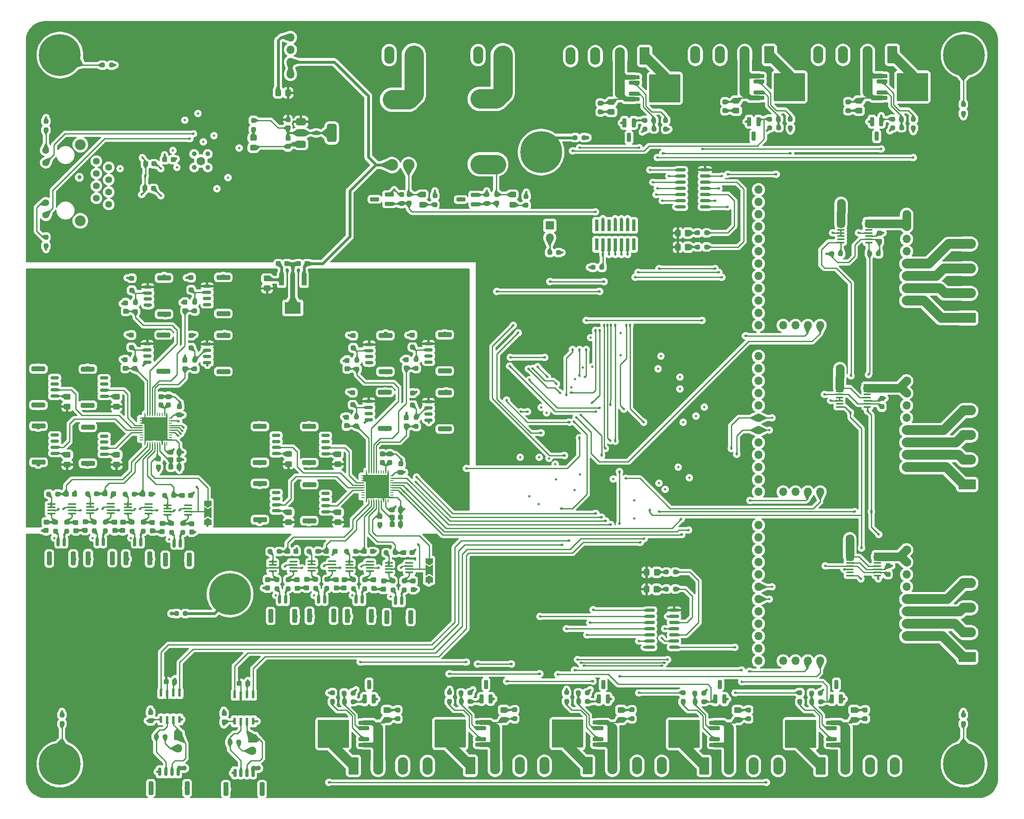
<source format=gbr>
%TF.GenerationSoftware,KiCad,Pcbnew,8.0.1*%
%TF.CreationDate,2024-05-06T01:07:54+02:00*%
%TF.ProjectId,launchpad-controller-v2,6c61756e-6368-4706-9164-2d636f6e7472,rev?*%
%TF.SameCoordinates,Original*%
%TF.FileFunction,Copper,L1,Top*%
%TF.FilePolarity,Positive*%
%FSLAX46Y46*%
G04 Gerber Fmt 4.6, Leading zero omitted, Abs format (unit mm)*
G04 Created by KiCad (PCBNEW 8.0.1) date 2024-05-06 01:07:54*
%MOMM*%
%LPD*%
G01*
G04 APERTURE LIST*
G04 Aperture macros list*
%AMRoundRect*
0 Rectangle with rounded corners*
0 $1 Rounding radius*
0 $2 $3 $4 $5 $6 $7 $8 $9 X,Y pos of 4 corners*
0 Add a 4 corners polygon primitive as box body*
4,1,4,$2,$3,$4,$5,$6,$7,$8,$9,$2,$3,0*
0 Add four circle primitives for the rounded corners*
1,1,$1+$1,$2,$3*
1,1,$1+$1,$4,$5*
1,1,$1+$1,$6,$7*
1,1,$1+$1,$8,$9*
0 Add four rect primitives between the rounded corners*
20,1,$1+$1,$2,$3,$4,$5,0*
20,1,$1+$1,$4,$5,$6,$7,0*
20,1,$1+$1,$6,$7,$8,$9,0*
20,1,$1+$1,$8,$9,$2,$3,0*%
%AMFreePoly0*
4,1,6,1.000000,0.000000,0.500000,-0.750000,-0.500000,-0.750000,-0.500000,0.750000,0.500000,0.750000,1.000000,0.000000,1.000000,0.000000,$1*%
%AMFreePoly1*
4,1,7,0.700000,0.000000,1.200000,-0.750000,-1.200000,-0.750000,-0.700000,0.000000,-1.200000,0.750000,1.200000,0.750000,0.700000,0.000000,0.700000,0.000000,$1*%
G04 Aperture macros list end*
%TA.AperFunction,SMDPad,CuDef*%
%ADD10RoundRect,0.237500X0.237500X-0.300000X0.237500X0.300000X-0.237500X0.300000X-0.237500X-0.300000X0*%
%TD*%
%TA.AperFunction,SMDPad,CuDef*%
%ADD11RoundRect,0.250000X0.450000X-0.325000X0.450000X0.325000X-0.450000X0.325000X-0.450000X-0.325000X0*%
%TD*%
%TA.AperFunction,SMDPad,CuDef*%
%ADD12RoundRect,0.100000X-0.637500X-0.100000X0.637500X-0.100000X0.637500X0.100000X-0.637500X0.100000X0*%
%TD*%
%TA.AperFunction,SMDPad,CuDef*%
%ADD13RoundRect,0.150000X0.150000X0.700000X-0.150000X0.700000X-0.150000X-0.700000X0.150000X-0.700000X0*%
%TD*%
%TA.AperFunction,SMDPad,CuDef*%
%ADD14RoundRect,0.250000X0.250000X1.150000X-0.250000X1.150000X-0.250000X-1.150000X0.250000X-1.150000X0*%
%TD*%
%TA.AperFunction,SMDPad,CuDef*%
%ADD15RoundRect,0.237500X0.237500X-0.250000X0.237500X0.250000X-0.237500X0.250000X-0.237500X-0.250000X0*%
%TD*%
%TA.AperFunction,SMDPad,CuDef*%
%ADD16RoundRect,0.237500X-0.237500X0.250000X-0.237500X-0.250000X0.237500X-0.250000X0.237500X0.250000X0*%
%TD*%
%TA.AperFunction,SMDPad,CuDef*%
%ADD17RoundRect,0.237500X-0.300000X-0.237500X0.300000X-0.237500X0.300000X0.237500X-0.300000X0.237500X0*%
%TD*%
%TA.AperFunction,SMDPad,CuDef*%
%ADD18RoundRect,0.250000X-0.250000X0.250000X-0.250000X-0.250000X0.250000X-0.250000X0.250000X0.250000X0*%
%TD*%
%TA.AperFunction,SMDPad,CuDef*%
%ADD19RoundRect,0.150000X0.700000X-0.150000X0.700000X0.150000X-0.700000X0.150000X-0.700000X-0.150000X0*%
%TD*%
%TA.AperFunction,SMDPad,CuDef*%
%ADD20RoundRect,0.250000X1.150000X-0.250000X1.150000X0.250000X-1.150000X0.250000X-1.150000X-0.250000X0*%
%TD*%
%TA.AperFunction,SMDPad,CuDef*%
%ADD21RoundRect,0.150000X-0.825000X-0.150000X0.825000X-0.150000X0.825000X0.150000X-0.825000X0.150000X0*%
%TD*%
%TA.AperFunction,SMDPad,CuDef*%
%ADD22RoundRect,0.150000X-0.700000X0.150000X-0.700000X-0.150000X0.700000X-0.150000X0.700000X0.150000X0*%
%TD*%
%TA.AperFunction,SMDPad,CuDef*%
%ADD23RoundRect,0.250000X-1.150000X0.250000X-1.150000X-0.250000X1.150000X-0.250000X1.150000X0.250000X0*%
%TD*%
%TA.AperFunction,SMDPad,CuDef*%
%ADD24R,0.740000X2.400000*%
%TD*%
%TA.AperFunction,SMDPad,CuDef*%
%ADD25RoundRect,0.200000X0.900000X0.200000X-0.900000X0.200000X-0.900000X-0.200000X0.900000X-0.200000X0*%
%TD*%
%TA.AperFunction,SMDPad,CuDef*%
%ADD26RoundRect,0.250000X1.275000X1.125000X-1.275000X1.125000X-1.275000X-1.125000X1.275000X-1.125000X0*%
%TD*%
%TA.AperFunction,SMDPad,CuDef*%
%ADD27RoundRect,0.249997X2.950003X2.650003X-2.950003X2.650003X-2.950003X-2.650003X2.950003X-2.650003X0*%
%TD*%
%TA.AperFunction,SMDPad,CuDef*%
%ADD28RoundRect,0.237500X-0.237500X0.300000X-0.237500X-0.300000X0.237500X-0.300000X0.237500X0.300000X0*%
%TD*%
%TA.AperFunction,SMDPad,CuDef*%
%ADD29RoundRect,0.250000X-0.450000X0.325000X-0.450000X-0.325000X0.450000X-0.325000X0.450000X0.325000X0*%
%TD*%
%TA.AperFunction,SMDPad,CuDef*%
%ADD30RoundRect,0.237500X0.250000X0.237500X-0.250000X0.237500X-0.250000X-0.237500X0.250000X-0.237500X0*%
%TD*%
%TA.AperFunction,SMDPad,CuDef*%
%ADD31RoundRect,0.200000X0.200000X-0.750000X0.200000X0.750000X-0.200000X0.750000X-0.200000X-0.750000X0*%
%TD*%
%TA.AperFunction,ComponentPad*%
%ADD32C,0.900000*%
%TD*%
%TA.AperFunction,ComponentPad*%
%ADD33C,8.600000*%
%TD*%
%TA.AperFunction,SMDPad,CuDef*%
%ADD34RoundRect,0.200000X-0.200000X0.750000X-0.200000X-0.750000X0.200000X-0.750000X0.200000X0.750000X0*%
%TD*%
%TA.AperFunction,SMDPad,CuDef*%
%ADD35RoundRect,0.200000X0.750000X0.200000X-0.750000X0.200000X-0.750000X-0.200000X0.750000X-0.200000X0*%
%TD*%
%TA.AperFunction,ComponentPad*%
%ADD36C,2.400000*%
%TD*%
%TA.AperFunction,SMDPad,CuDef*%
%ADD37RoundRect,0.250000X0.325000X0.450000X-0.325000X0.450000X-0.325000X-0.450000X0.325000X-0.450000X0*%
%TD*%
%TA.AperFunction,SMDPad,CuDef*%
%ADD38RoundRect,0.100000X0.712500X0.100000X-0.712500X0.100000X-0.712500X-0.100000X0.712500X-0.100000X0*%
%TD*%
%TA.AperFunction,SMDPad,CuDef*%
%ADD39RoundRect,0.200000X-0.900000X-0.200000X0.900000X-0.200000X0.900000X0.200000X-0.900000X0.200000X0*%
%TD*%
%TA.AperFunction,SMDPad,CuDef*%
%ADD40RoundRect,0.250000X-1.275000X-1.125000X1.275000X-1.125000X1.275000X1.125000X-1.275000X1.125000X0*%
%TD*%
%TA.AperFunction,SMDPad,CuDef*%
%ADD41RoundRect,0.249997X-2.950003X-2.650003X2.950003X-2.650003X2.950003X2.650003X-2.950003X2.650003X0*%
%TD*%
%TA.AperFunction,SMDPad,CuDef*%
%ADD42RoundRect,0.237500X-0.250000X-0.237500X0.250000X-0.237500X0.250000X0.237500X-0.250000X0.237500X0*%
%TD*%
%TA.AperFunction,ComponentPad*%
%ADD43RoundRect,0.249999X-0.790001X-1.550001X0.790001X-1.550001X0.790001X1.550001X-0.790001X1.550001X0*%
%TD*%
%TA.AperFunction,ComponentPad*%
%ADD44O,2.080000X3.600000*%
%TD*%
%TA.AperFunction,SMDPad,CuDef*%
%ADD45RoundRect,0.237500X0.300000X0.237500X-0.300000X0.237500X-0.300000X-0.237500X0.300000X-0.237500X0*%
%TD*%
%TA.AperFunction,SMDPad,CuDef*%
%ADD46FreePoly0,90.000000*%
%TD*%
%TA.AperFunction,SMDPad,CuDef*%
%ADD47FreePoly1,90.000000*%
%TD*%
%TA.AperFunction,SMDPad,CuDef*%
%ADD48FreePoly0,270.000000*%
%TD*%
%TA.AperFunction,SMDPad,CuDef*%
%ADD49R,1.000000X2.400000*%
%TD*%
%TA.AperFunction,SMDPad,CuDef*%
%ADD50R,3.300001X2.400000*%
%TD*%
%TA.AperFunction,ComponentPad*%
%ADD51O,1.700000X1.700000*%
%TD*%
%TA.AperFunction,SMDPad,CuDef*%
%ADD52R,0.254000X0.762000*%
%TD*%
%TA.AperFunction,SMDPad,CuDef*%
%ADD53R,0.762000X0.254000*%
%TD*%
%TA.AperFunction,SMDPad,CuDef*%
%ADD54R,4.699000X4.699000*%
%TD*%
%TA.AperFunction,ComponentPad*%
%ADD55RoundRect,0.249999X1.550001X-0.790001X1.550001X0.790001X-1.550001X0.790001X-1.550001X-0.790001X0*%
%TD*%
%TA.AperFunction,ComponentPad*%
%ADD56O,3.600000X2.080000*%
%TD*%
%TA.AperFunction,SMDPad,CuDef*%
%ADD57R,0.532600X1.454899*%
%TD*%
%TA.AperFunction,ComponentPad*%
%ADD58RoundRect,0.249999X0.790001X1.550001X-0.790001X1.550001X-0.790001X-1.550001X0.790001X-1.550001X0*%
%TD*%
%TA.AperFunction,ComponentPad*%
%ADD59R,1.700000X1.700000*%
%TD*%
%TA.AperFunction,ComponentPad*%
%ADD60C,1.397000*%
%TD*%
%TA.AperFunction,ComponentPad*%
%ADD61C,2.209800*%
%TD*%
%TA.AperFunction,SMDPad,CuDef*%
%ADD62RoundRect,0.375000X-0.625000X-0.375000X0.625000X-0.375000X0.625000X0.375000X-0.625000X0.375000X0*%
%TD*%
%TA.AperFunction,SMDPad,CuDef*%
%ADD63RoundRect,0.500000X-0.500000X-1.400000X0.500000X-1.400000X0.500000X1.400000X-0.500000X1.400000X0*%
%TD*%
%TA.AperFunction,ViaPad*%
%ADD64C,0.500000*%
%TD*%
%TA.AperFunction,ViaPad*%
%ADD65C,1.000000*%
%TD*%
%TA.AperFunction,ViaPad*%
%ADD66C,1.750000*%
%TD*%
%TA.AperFunction,ViaPad*%
%ADD67C,0.800000*%
%TD*%
%TA.AperFunction,Conductor*%
%ADD68C,0.250000*%
%TD*%
%TA.AperFunction,Conductor*%
%ADD69C,0.600000*%
%TD*%
%TA.AperFunction,Conductor*%
%ADD70C,0.400000*%
%TD*%
%TA.AperFunction,Conductor*%
%ADD71C,1.000000*%
%TD*%
%TA.AperFunction,Conductor*%
%ADD72C,2.000000*%
%TD*%
%TA.AperFunction,Conductor*%
%ADD73C,4.000000*%
%TD*%
%TA.AperFunction,Conductor*%
%ADD74C,1.750000*%
%TD*%
G04 APERTURE END LIST*
D10*
%TO.P,C9,1*%
%TO.N,/ADC2/Voltage Input Filtering2/Vout*%
X116728000Y151370000D03*
%TO.P,C9,2*%
%TO.N,Earth*%
X116728000Y153095000D03*
%TD*%
D11*
%TO.P,D30,1,K*%
%TO.N,/High Side Switch2/OUT*%
X230391999Y67055000D03*
%TO.P,D30,2,A*%
%TO.N,Earth*%
X230391999Y69105000D03*
%TD*%
D12*
%TO.P,U22,1,IN+*%
%TO.N,+24V*%
X253492000Y101346000D03*
%TO.P,U22,2,IN+*%
X253492000Y100696000D03*
%TO.P,U22,3,IN+*%
X253492000Y100046000D03*
%TO.P,U22,4,A1*%
%TO.N,Earth*%
X253492000Y99396000D03*
%TO.P,U22,5,A0*%
%TO.N,+3V3*%
X253492000Y98746000D03*
%TO.P,U22,6,GND*%
%TO.N,Earth*%
X253492000Y98096000D03*
%TO.P,U22,7,ALERT*%
%TO.N,unconnected-(U22-ALERT-Pad7)*%
X253492000Y97446000D03*
%TO.P,U22,8,SDA*%
%TO.N,/I2C1_SDA*%
X253492000Y96796000D03*
%TO.P,U22,9,SCL*%
%TO.N,/I2C1_SCL*%
X259217000Y96796000D03*
%TO.P,U22,10,VS*%
%TO.N,+3V3*%
X259217000Y97446000D03*
%TO.P,U22,11,GND*%
%TO.N,Earth*%
X259217000Y98096000D03*
%TO.P,U22,12,VBUS*%
%TO.N,+24V*%
X259217000Y98746000D03*
%TO.P,U22,13,NC*%
%TO.N,unconnected-(U22-NC-Pad13)*%
X259217000Y99396000D03*
%TO.P,U22,14,IN-*%
%TO.N,/Current Sense Block1/IOUT*%
X259217000Y100046000D03*
%TO.P,U22,15,IN-*%
X259217000Y100696000D03*
%TO.P,U22,16,IN-*%
X259217000Y101346000D03*
%TD*%
D13*
%TO.P,TC6,1,Pin_1*%
%TO.N,Net-(TC6-Pin_1)*%
X153208000Y91863000D03*
%TO.P,TC6,2,Pin_2*%
%TO.N,Net-(TC6-Pin_2)*%
X151958000Y91863000D03*
D14*
%TO.P,TC6,MP,MountPin*%
%TO.N,Earth*%
X155058000Y88513000D03*
X150108000Y88513000D03*
%TD*%
D15*
%TO.P,R49,1*%
%TO.N,Net-(TC4-Pin_1)*%
X116240000Y105725000D03*
%TO.P,R49,2*%
%TO.N,Net-(U17--IN)*%
X116240000Y107550000D03*
%TD*%
D16*
%TO.P,R9,1*%
%TO.N,Net-(J6-ANODE-Pad11)*%
X88138000Y166520500D03*
%TO.P,R9,2*%
%TO.N,+3V3*%
X88138000Y164695500D03*
%TD*%
D17*
%TO.P,C10,1*%
%TO.N,Net-(U8-OUT)*%
X135943000Y161036000D03*
%TO.P,C10,2*%
%TO.N,Earth*%
X137668000Y161036000D03*
%TD*%
D18*
%TO.P,D18,1,A1*%
%TO.N,Earth*%
X151340000Y146211500D03*
%TO.P,D18,2,A2*%
%TO.N,Net-(D18-A2)*%
X151340000Y143711500D03*
%TD*%
D19*
%TO.P,J26,1,Pin_1*%
%TO.N,Net-(J26-Pin_1)*%
X145666000Y109957000D03*
%TO.P,J26,2,Pin_2*%
%TO.N,/ADC1/Current Input Filtering/Iout*%
X145666000Y111207000D03*
%TO.P,J26,3,Pin_3*%
%TO.N,unconnected-(J26-Pin_3-Pad3)*%
X145666000Y112457000D03*
%TO.P,J26,4,Pin_4*%
%TO.N,unconnected-(J26-Pin_4-Pad4)*%
X145666000Y113707000D03*
D20*
%TO.P,J26,MP,MountPin*%
%TO.N,Earth*%
X142316000Y108107000D03*
X142316000Y115557000D03*
%TD*%
D21*
%TO.P,U6,1*%
%TO.N,/SW1_IN*%
X218759000Y180340000D03*
%TO.P,U6,2*%
%TO.N,/High Side Switch4/IN*%
X218759000Y179070000D03*
%TO.P,U6,3*%
%TO.N,/SW2_IN*%
X218759000Y177800000D03*
%TO.P,U6,4*%
%TO.N,/High Side Switch5/IN*%
X218759000Y176530000D03*
%TO.P,U6,5*%
%TO.N,/SW3_IN*%
X218759000Y175260000D03*
%TO.P,U6,6*%
%TO.N,/High Side Switch6/IN*%
X218759000Y173990000D03*
%TO.P,U6,7,GND*%
%TO.N,Earth*%
X218759000Y172720000D03*
%TO.P,U6,8*%
%TO.N,/High Side Switch7/IN*%
X223709000Y172720000D03*
%TO.P,U6,9*%
%TO.N,/SW4_IN*%
X223709000Y173990000D03*
%TO.P,U6,10*%
%TO.N,Net-(R20-Pad1)*%
X223709000Y175260000D03*
%TO.P,U6,11*%
%TO.N,/nLED12_1*%
X223709000Y176530000D03*
%TO.P,U6,12*%
%TO.N,Net-(R33-Pad1)*%
X223709000Y177800000D03*
%TO.P,U6,13*%
%TO.N,/nLED12_2*%
X223709000Y179070000D03*
%TO.P,U6,14,VCC*%
%TO.N,+5V*%
X223709000Y180340000D03*
%TD*%
D16*
%TO.P,R26,1*%
%TO.N,Net-(D14-A2)*%
X106556000Y153012000D03*
%TO.P,R26,2*%
%TO.N,/ADC2/Voltage Input Filtering1/Vout*%
X106556000Y151187000D03*
%TD*%
D17*
%TO.P,C54,1*%
%TO.N,Net-(U11-REGCAPA)*%
X159370000Y107309000D03*
%TO.P,C54,2*%
%TO.N,Earth*%
X161095000Y107309000D03*
%TD*%
D22*
%TO.P,J10,1,Pin_1*%
%TO.N,+12L*%
X108982000Y144521000D03*
%TO.P,J10,2,Pin_2*%
%TO.N,Net-(D13-A2)*%
X108982000Y143271000D03*
%TO.P,J10,3,Pin_3*%
%TO.N,unconnected-(J10-Pin_3-Pad3)*%
X108982000Y142021000D03*
%TO.P,J10,4,Pin_4*%
%TO.N,Earth*%
X108982000Y140771000D03*
D23*
%TO.P,J10,MP,MountPin*%
X112332000Y146371000D03*
X112332000Y138921000D03*
%TD*%
D16*
%TO.P,R84,1*%
%TO.N,/High Side Switch3/IN*%
X243205000Y72699500D03*
%TO.P,R84,2*%
%TO.N,Net-(U31-IN)*%
X243205000Y70874500D03*
%TD*%
D24*
%TO.P,J7,1,NC*%
%TO.N,unconnected-(J7-NC-Pad1)*%
X209042000Y168910000D03*
%TO.P,J7,2,NC*%
%TO.N,unconnected-(J7-NC-Pad2)*%
X209042000Y165010000D03*
%TO.P,J7,3,VCC*%
%TO.N,+3V3*%
X207772000Y168910000D03*
%TO.P,J7,4,JTMS/SWDIO*%
%TO.N,/JTMS*%
X207772000Y165010000D03*
%TO.P,J7,5,GND*%
%TO.N,Earth*%
X206502000Y168910000D03*
%TO.P,J7,6,JCLK/SWCLK*%
%TO.N,/JTCK*%
X206502000Y165010000D03*
%TO.P,J7,7,GND*%
%TO.N,Earth*%
X205232000Y168910000D03*
%TO.P,J7,8,JTDO/SWO*%
%TO.N,/JTDO*%
X205232000Y165010000D03*
%TO.P,J7,9,JRCLK/NC*%
%TO.N,unconnected-(J7-JRCLK{slash}NC-Pad9)*%
X203962000Y168910000D03*
%TO.P,J7,10,JTDI/NC*%
%TO.N,/JTDI*%
X203962000Y165010000D03*
%TO.P,J7,11,GNDDetect*%
%TO.N,Earth*%
X202692000Y168910000D03*
%TO.P,J7,12,~{RST}*%
%TO.N,/NRST*%
X202692000Y165010000D03*
%TO.P,J7,13,VCP_RX*%
%TO.N,unconnected-(J7-VCP_RX-Pad13)*%
X201422000Y168910000D03*
%TO.P,J7,14,VCP_TX*%
%TO.N,unconnected-(J7-VCP_TX-Pad14)*%
X201422000Y165010000D03*
%TD*%
D10*
%TO.P,C45,1*%
%TO.N,Earth*%
X139812000Y94202000D03*
%TO.P,C45,2*%
%TO.N,Net-(U18--IN)*%
X139812000Y95927000D03*
%TD*%
D25*
%TO.P,U29,1,OUT*%
%TO.N,/High Side Switch1/OUT*%
X201731000Y61990500D03*
%TO.P,U29,2,IN*%
%TO.N,Net-(U29-IN)*%
X201731000Y63130500D03*
D26*
%TO.P,U29,3,Vbb*%
%TO.N,/High Side Switch1/VBB*%
X197106000Y62745500D03*
X197106000Y65795500D03*
D27*
X195431000Y64270500D03*
D26*
X193756000Y62745500D03*
X193756000Y65795500D03*
D25*
%TO.P,U29,4,IS*%
%TO.N,Net-(U29-IS)*%
X201731000Y65410500D03*
%TO.P,U29,5,OUT*%
%TO.N,/High Side Switch1/OUT*%
X201731000Y66550500D03*
%TD*%
D22*
%TO.P,J12,1,Pin_1*%
%TO.N,+12L*%
X121284000Y156378500D03*
%TO.P,J12,2,Pin_2*%
%TO.N,Net-(D16-A2)*%
X121284000Y155128500D03*
%TO.P,J12,3,Pin_3*%
%TO.N,unconnected-(J12-Pin_3-Pad3)*%
X121284000Y153878500D03*
%TO.P,J12,4,Pin_4*%
%TO.N,Earth*%
X121284000Y152628500D03*
D23*
%TO.P,J12,MP,MountPin*%
X124634000Y158228500D03*
X124634000Y150778500D03*
%TD*%
D28*
%TO.P,C42,1*%
%TO.N,Net-(U19-+IN)*%
X149464000Y95979500D03*
%TO.P,C42,2*%
%TO.N,Earth*%
X149464000Y94254500D03*
%TD*%
D17*
%TO.P,C1,1*%
%TO.N,+3V3*%
X108511000Y176530000D03*
%TO.P,C1,2*%
%TO.N,Earth*%
X110236000Y176530000D03*
%TD*%
D29*
%TO.P,D3,1,K*%
%TO.N,/High Side Switch5/OUT*%
X255397000Y194611000D03*
%TO.P,D3,2,A*%
%TO.N,Earth*%
X255397000Y192561000D03*
%TD*%
D30*
%TO.P,R19,1*%
%TO.N,Net-(U2-IS)*%
X213217003Y188793000D03*
%TO.P,R19,2*%
%TO.N,Earth*%
X211392003Y188793000D03*
%TD*%
D10*
%TO.P,C26,1*%
%TO.N,/ADC1/Voltage Input Filtering3/Vout*%
X162274000Y127591500D03*
%TO.P,C26,2*%
%TO.N,Earth*%
X162274000Y129316500D03*
%TD*%
D31*
%TO.P,D33,1,K*%
%TO.N,/SW8_ADC*%
X249796999Y71382500D03*
%TO.P,D33,2,A*%
%TO.N,Earth*%
X251696999Y71382500D03*
%TO.P,D33,3*%
%TO.N,N/C*%
X250746999Y74382500D03*
%TD*%
D32*
%TO.P,H2,1,1*%
%TO.N,Net-(H2-Pad1)*%
X273775000Y204000000D03*
X274719581Y206280419D03*
X274719581Y201719581D03*
X277000000Y207225000D03*
D33*
X277000000Y204000000D03*
D32*
X277000000Y200775000D03*
X279280419Y206280419D03*
X279280419Y201719581D03*
X280225000Y204000000D03*
%TD*%
D15*
%TO.P,R16,1*%
%TO.N,/24_VSENSE*%
X178816000Y173435000D03*
%TO.P,R16,2*%
%TO.N,Earth*%
X178816000Y175260000D03*
%TD*%
%TO.P,R57,1*%
%TO.N,Net-(TC7-Pin_2)*%
X143640000Y94186500D03*
%TO.P,R57,2*%
%TO.N,Net-(U21-+IN)*%
X143640000Y96011500D03*
%TD*%
D21*
%TO.P,U28,1*%
%TO.N,/SW5_IN*%
X212409000Y89662000D03*
%TO.P,U28,2*%
%TO.N,/High Side Switch/IN*%
X212409000Y88392000D03*
%TO.P,U28,3*%
%TO.N,/SW6_IN*%
X212409000Y87122000D03*
%TO.P,U28,4*%
%TO.N,/High Side Switch1/IN*%
X212409000Y85852000D03*
%TO.P,U28,5*%
%TO.N,/SW7_IN*%
X212409000Y84582000D03*
%TO.P,U28,6*%
%TO.N,/High Side Switch2/IN*%
X212409000Y83312000D03*
%TO.P,U28,7,GND*%
%TO.N,Earth*%
X212409000Y82042000D03*
%TO.P,U28,8*%
%TO.N,/High Side Switch3/IN*%
X217359000Y82042000D03*
%TO.P,U28,9*%
%TO.N,/SW8_IN*%
X217359000Y83312000D03*
%TO.P,U28,10*%
%TO.N,Net-(R62-Pad1)*%
X217359000Y84582000D03*
%TO.P,U28,11*%
%TO.N,/nLED24_1*%
X217359000Y85852000D03*
%TO.P,U28,12*%
%TO.N,Net-(R63-Pad1)*%
X217359000Y87122000D03*
%TO.P,U28,13*%
%TO.N,/nLED24_2*%
X217359000Y88392000D03*
%TO.P,U28,14,VCC*%
%TO.N,+5V*%
X217359000Y89662000D03*
%TD*%
D15*
%TO.P,R10,1*%
%TO.N,Net-(J6-ANODE-Pad9)*%
X88138000Y188571500D03*
%TO.P,R10,2*%
%TO.N,+3V3*%
X88138000Y190396500D03*
%TD*%
D30*
%TO.P,R70,1*%
%TO.N,/SW5_ADC*%
X175401999Y70874500D03*
%TO.P,R70,2*%
%TO.N,Net-(U27-IS)*%
X173576999Y70874500D03*
%TD*%
D34*
%TO.P,D9,1,K*%
%TO.N,/SW1_ADC*%
X209040003Y190039000D03*
%TO.P,D9,2,A*%
%TO.N,Earth*%
X207140003Y190039000D03*
%TO.P,D9,3*%
%TO.N,N/C*%
X208090003Y187039000D03*
%TD*%
D35*
%TO.P,D5,1,K*%
%TO.N,/12_VSENSE*%
X158750000Y173360000D03*
%TO.P,D5,2,A*%
%TO.N,Earth*%
X158750000Y175260000D03*
%TO.P,D5,3*%
%TO.N,N/C*%
X155750000Y174310000D03*
%TD*%
D17*
%TO.P,C51,1*%
%TO.N,/ADC1/Thermocouple Input and Amplifier1/Vout*%
X145861000Y101817000D03*
%TO.P,C51,2*%
%TO.N,Earth*%
X147586000Y101817000D03*
%TD*%
D16*
%TO.P,R30,1*%
%TO.N,Net-(D18-A2)*%
X152102000Y141171500D03*
%TO.P,R30,2*%
%TO.N,/ADC1/Voltage Input Filtering1/Vout*%
X152102000Y139346500D03*
%TD*%
D36*
%TO.P,F2,1*%
%TO.N,+24V*%
X177370000Y181511500D03*
X180770000Y181511500D03*
%TO.P,F2,2*%
%TO.N,/Power/INPB_24V*%
X177370000Y194981500D03*
X180770000Y194981500D03*
%TD*%
D17*
%TO.P,C47,1*%
%TO.N,Net-(U11-REGCAPA)*%
X159370000Y108833000D03*
%TO.P,C47,2*%
%TO.N,Earth*%
X161095000Y108833000D03*
%TD*%
D16*
%TO.P,R13,1*%
%TO.N,+12V*%
X162814000Y175307000D03*
%TO.P,R13,2*%
%TO.N,/12_VSENSE*%
X162814000Y173482000D03*
%TD*%
D15*
%TO.P,R73,1*%
%TO.N,/High Side Switch/OUT*%
X184577000Y67342500D03*
%TO.P,R73,2*%
%TO.N,Earth*%
X184577000Y69167500D03*
%TD*%
D37*
%TO.P,D23,1,K*%
%TO.N,Net-(D23-K)*%
X213771500Y97495000D03*
%TO.P,D23,2,A*%
%TO.N,+5V*%
X211721500Y97495000D03*
%TD*%
D10*
%TO.P,C46,1*%
%TO.N,Earth*%
X155560000Y94202000D03*
%TO.P,C46,2*%
%TO.N,Net-(U19--IN)*%
X155560000Y95927000D03*
%TD*%
D29*
%TO.P,D4,1,K*%
%TO.N,Net-(D4-K)*%
X130810000Y186953000D03*
%TO.P,D4,2,A*%
%TO.N,+3V3*%
X130810000Y184903000D03*
%TD*%
D10*
%TO.P,C14,1*%
%TO.N,/ADC1/Voltage Input Filtering1/Vout*%
X150070000Y139396500D03*
%TO.P,C14,2*%
%TO.N,Earth*%
X150070000Y141121500D03*
%TD*%
D11*
%TO.P,D32,1,K*%
%TO.N,/High Side Switch3/OUT*%
X254381000Y67064500D03*
%TO.P,D32,2,A*%
%TO.N,Earth*%
X254381000Y69114500D03*
%TD*%
D16*
%TO.P,R79,1*%
%TO.N,/High Side Switch2/IN*%
X219215999Y72690000D03*
%TO.P,R79,2*%
%TO.N,Net-(U30-IN)*%
X219215999Y70865000D03*
%TD*%
D28*
%TO.P,C44,1*%
%TO.N,Net-(U20-+IN)*%
X157586000Y95725500D03*
%TO.P,C44,2*%
%TO.N,Earth*%
X157586000Y94000500D03*
%TD*%
D38*
%TO.P,U17,1,-IN*%
%TO.N,Net-(U17--IN)*%
X117336500Y109332500D03*
%TO.P,U17,2,REF*%
%TO.N,/ADC2/TREF*%
X117336500Y109982500D03*
%TO.P,U17,3,-Vs*%
%TO.N,Earth*%
X117336500Y110632500D03*
%TO.P,U17,4,NC*%
%TO.N,unconnected-(U17-NC-Pad4)*%
X117336500Y111282500D03*
%TO.P,U17,5,SENSE*%
%TO.N,Net-(U17-SENSE)*%
X113111500Y111282500D03*
%TO.P,U17,6*%
X113111500Y110632500D03*
%TO.P,U17,7,+Vs*%
%TO.N,+5V*%
X113111500Y109982500D03*
%TO.P,U17,8,+IN*%
%TO.N,Net-(U17-+IN)*%
X113111500Y109332500D03*
%TD*%
D28*
%TO.P,C15,1*%
%TO.N,/ADC2/REFOUT*%
X111284000Y120874500D03*
%TO.P,C15,2*%
%TO.N,Earth*%
X111284000Y119149500D03*
%TD*%
D30*
%TO.P,R39,1*%
%TO.N,/ADC2/Thermocouple Input and Amplifier/Vout*%
X90527000Y113609500D03*
%TO.P,R39,2*%
%TO.N,Net-(U16-SENSE)*%
X88702000Y113609500D03*
%TD*%
D39*
%TO.P,U3,1,OUT*%
%TO.N,/High Side Switch6/OUT*%
X234800001Y199708000D03*
%TO.P,U3,2,IN*%
%TO.N,Net-(U3-IN)*%
X234800001Y198568000D03*
D40*
%TO.P,U3,3,Vbb*%
%TO.N,/High Side Switch6/VBB*%
X239425001Y198953000D03*
X239425001Y195903000D03*
D41*
X241100001Y197428000D03*
D40*
X242775001Y198953000D03*
X242775001Y195903000D03*
D39*
%TO.P,U3,4,IS*%
%TO.N,Net-(U3-IS)*%
X234800001Y196288000D03*
%TO.P,U3,5,OUT*%
%TO.N,/High Side Switch6/OUT*%
X234800001Y195148000D03*
%TD*%
D12*
%TO.P,U13,1,IN+*%
%TO.N,+24V*%
X251391500Y136080000D03*
%TO.P,U13,2,IN+*%
X251391500Y135430000D03*
%TO.P,U13,3,IN+*%
X251391500Y134780000D03*
%TO.P,U13,4,A1*%
%TO.N,+3V3*%
X251391500Y134130000D03*
%TO.P,U13,5,A0*%
%TO.N,Earth*%
X251391500Y133480000D03*
%TO.P,U13,6,GND*%
X251391500Y132830000D03*
%TO.P,U13,7,ALERT*%
%TO.N,unconnected-(U13-ALERT-Pad7)*%
X251391500Y132180000D03*
%TO.P,U13,8,SDA*%
%TO.N,/I2C1_SDA*%
X251391500Y131530000D03*
%TO.P,U13,9,SCL*%
%TO.N,/I2C1_SCL*%
X257116500Y131530000D03*
%TO.P,U13,10,VS*%
%TO.N,+3V3*%
X257116500Y132180000D03*
%TO.P,U13,11,GND*%
%TO.N,Earth*%
X257116500Y132830000D03*
%TO.P,U13,12,VBUS*%
%TO.N,+24V*%
X257116500Y133480000D03*
%TO.P,U13,13,NC*%
%TO.N,unconnected-(U13-NC-Pad13)*%
X257116500Y134130000D03*
%TO.P,U13,14,IN-*%
%TO.N,/Current Sense Block2/IOUT*%
X257116500Y134780000D03*
%TO.P,U13,15,IN-*%
X257116500Y135430000D03*
%TO.P,U13,16,IN-*%
X257116500Y136080000D03*
%TD*%
D15*
%TO.P,R61,1*%
%TO.N,Net-(TC6-Pin_2)*%
X151378000Y94138500D03*
%TO.P,R61,2*%
%TO.N,Net-(U19-+IN)*%
X151378000Y95963500D03*
%TD*%
D30*
%TO.P,R81,1*%
%TO.N,/SW7_ADC*%
X223502998Y70841000D03*
%TO.P,R81,2*%
%TO.N,Net-(U30-IS)*%
X221677998Y70841000D03*
%TD*%
D42*
%TO.P,R2,1*%
%TO.N,/SW1_ADC*%
X211345003Y190571000D03*
%TO.P,R2,2*%
%TO.N,Net-(U2-IS)*%
X213170003Y190571000D03*
%TD*%
D15*
%TO.P,R38,1*%
%TO.N,Net-(TC1-Pin_1)*%
X100380000Y106027000D03*
%TO.P,R38,2*%
%TO.N,Net-(U15--IN)*%
X100380000Y107852000D03*
%TD*%
D17*
%TO.P,C33,1*%
%TO.N,/ADC2/Thermocouple Input and Amplifier2/Vout*%
X108053000Y113609500D03*
%TO.P,C33,2*%
%TO.N,Earth*%
X109778000Y113609500D03*
%TD*%
D16*
%TO.P,R17,1*%
%TO.N,Earth*%
X168148000Y175006000D03*
%TO.P,R17,2*%
%TO.N,Net-(D8-K)*%
X168148000Y173181000D03*
%TD*%
D30*
%TO.P,R46,1*%
%TO.N,/ADC2/Thermocouple Input and Amplifier3/Vout*%
X114397000Y113355500D03*
%TO.P,R46,2*%
%TO.N,Net-(U17-SENSE)*%
X112572000Y113355500D03*
%TD*%
D29*
%TO.P,D2,1,K*%
%TO.N,/High Side Switch6/OUT*%
X230110001Y194610000D03*
%TO.P,D2,2,A*%
%TO.N,Earth*%
X230110001Y192560000D03*
%TD*%
D10*
%TO.P,C13,1*%
%TO.N,/ADC1/Voltage Input Filtering2/Vout*%
X162274000Y139529500D03*
%TO.P,C13,2*%
%TO.N,Earth*%
X162274000Y141254500D03*
%TD*%
D25*
%TO.P,U31,1,OUT*%
%TO.N,/High Side Switch3/OUT*%
X249691000Y61966500D03*
%TO.P,U31,2,IN*%
%TO.N,Net-(U31-IN)*%
X249691000Y63106500D03*
D26*
%TO.P,U31,3,Vbb*%
%TO.N,/High Side Switch3/VBB*%
X245066000Y62721500D03*
X245066000Y65771500D03*
D27*
X243391000Y64246500D03*
D26*
X241716000Y62721500D03*
X241716000Y65771500D03*
D25*
%TO.P,U31,4,IS*%
%TO.N,Net-(U31-IS)*%
X249691000Y65386500D03*
%TO.P,U31,5,OUT*%
%TO.N,/High Side Switch3/OUT*%
X249691000Y66526500D03*
%TD*%
D43*
%TO.P,J32,1,Pin_1*%
%TO.N,/High Side Switch7/VBB*%
X151384000Y57625500D03*
D44*
%TO.P,J32,2,Pin_2*%
%TO.N,/High Side Switch7/OUT*%
X156464000Y57625500D03*
%TO.P,J32,3,Pin_3*%
%TO.N,Earth*%
X161544000Y57625500D03*
%TO.P,J32,4,Pin_4*%
X166624000Y57625500D03*
%TD*%
D10*
%TO.P,C23,1*%
%TO.N,/ADC1/Voltage Input Filtering/Vout*%
X149972000Y127672000D03*
%TO.P,C23,2*%
%TO.N,Earth*%
X149972000Y129397000D03*
%TD*%
D15*
%TO.P,R18,1*%
%TO.N,/High Side Switch4/IN*%
X215632001Y188722000D03*
%TO.P,R18,2*%
%TO.N,Net-(U2-IN)*%
X215632001Y190547000D03*
%TD*%
D10*
%TO.P,C22,1*%
%TO.N,Net-(U11-REGCAPD)*%
X158862000Y120110000D03*
%TO.P,C22,2*%
%TO.N,Earth*%
X158862000Y121835000D03*
%TD*%
D16*
%TO.P,R27,1*%
%TO.N,Net-(D15-A2)*%
X118760000Y141207000D03*
%TO.P,R27,2*%
%TO.N,/ADC2/Voltage Input Filtering3/Vout*%
X118760000Y139382000D03*
%TD*%
D45*
%TO.P,C2,1*%
%TO.N,Net-(U32-PFBIN1)*%
X114300000Y182477999D03*
%TO.P,C2,2*%
%TO.N,Earth*%
X112575000Y182477999D03*
%TD*%
D10*
%TO.P,C18,1*%
%TO.N,+3V3*%
X115614000Y129918500D03*
%TO.P,C18,2*%
%TO.N,Earth*%
X115614000Y131643500D03*
%TD*%
D17*
%TO.P,C59,1*%
%TO.N,+5V*%
X127915500Y74624652D03*
%TO.P,C59,2*%
%TO.N,Earth*%
X129640500Y74624652D03*
%TD*%
D46*
%TO.P,JP1,1,A*%
%TO.N,Earth*%
X121412000Y107728000D03*
D47*
%TO.P,JP1,2,C*%
%TO.N,/ADC2/TREF*%
X121412000Y109728000D03*
D48*
%TO.P,JP1,3,B*%
%TO.N,/ADC2/REFOUT*%
X121412000Y111728000D03*
%TD*%
D10*
%TO.P,C52,1*%
%TO.N,Earth*%
X163682000Y93948000D03*
%TO.P,C52,2*%
%TO.N,Net-(U20--IN)*%
X163682000Y95673000D03*
%TD*%
D29*
%TO.P,F10,1*%
%TO.N,Net-(J25-Pin_1)*%
X138064000Y109849000D03*
%TO.P,F10,2*%
%TO.N,+12L*%
X138064000Y107799000D03*
%TD*%
D11*
%TO.P,D27,1,K*%
%TO.N,/High Side Switch/OUT*%
X182291000Y67088500D03*
%TO.P,D27,2,A*%
%TO.N,Earth*%
X182291000Y69138500D03*
%TD*%
D17*
%TO.P,C41,1*%
%TO.N,/ADC2/Thermocouple Input and Amplifier3/Vout*%
X116175000Y113355500D03*
%TO.P,C41,2*%
%TO.N,Earth*%
X117900000Y113355500D03*
%TD*%
D15*
%TO.P,R51,1*%
%TO.N,Net-(TC5-Pin_2)*%
X135630000Y94138500D03*
%TO.P,R51,2*%
%TO.N,Net-(U18-+IN)*%
X135630000Y95963500D03*
%TD*%
D32*
%TO.P,H3,1,1*%
%TO.N,Net-(H3-Pad1)*%
X87775000Y58000000D03*
X88719581Y60280419D03*
X88719581Y55719581D03*
X91000000Y61225000D03*
D33*
X91000000Y58000000D03*
D32*
X91000000Y54775000D03*
X93280419Y60280419D03*
X93280419Y55719581D03*
X94225000Y58000000D03*
%TD*%
D18*
%TO.P,D15,1,A1*%
%TO.N,Earth*%
X117998000Y146247000D03*
%TO.P,D15,2,A2*%
%TO.N,Net-(D15-A2)*%
X117998000Y143747000D03*
%TD*%
D19*
%TO.P,J16,1,Pin_1*%
%TO.N,Net-(J16-Pin_1)*%
X89930000Y133786000D03*
%TO.P,J16,2,Pin_2*%
%TO.N,/ADC2/Current Input Filtering2/Iout*%
X89930000Y135036000D03*
%TO.P,J16,3,Pin_3*%
%TO.N,unconnected-(J16-Pin_3-Pad3)*%
X89930000Y136286000D03*
%TO.P,J16,4,Pin_4*%
%TO.N,unconnected-(J16-Pin_4-Pad4)*%
X89930000Y137536000D03*
D20*
%TO.P,J16,MP,MountPin*%
%TO.N,Earth*%
X86580000Y131936000D03*
X86580000Y139386000D03*
%TD*%
D46*
%TO.P,JP2,1,A*%
%TO.N,Earth*%
X166958000Y95887500D03*
D47*
%TO.P,JP2,2,C*%
%TO.N,/ADC1/TREF*%
X166958000Y97887500D03*
D48*
%TO.P,JP2,3,B*%
%TO.N,/ADC1/REFOUT*%
X166958000Y99887500D03*
%TD*%
D49*
%TO.P,U8,1,IN*%
%TO.N,+12V*%
X141224000Y157734000D03*
%TO.P,U8,2,GND*%
%TO.N,Earth*%
X138924000Y157734000D03*
%TO.P,U8,3,OUT*%
%TO.N,Net-(U8-OUT)*%
X136624000Y157734000D03*
D50*
%TO.P,U8,4,GND*%
%TO.N,Earth*%
X138924000Y151933999D03*
%TD*%
D30*
%TO.P,R103,1*%
%TO.N,Net-(H5-Pad1)*%
X116825000Y89000000D03*
%TO.P,R103,2*%
%TO.N,Earth*%
X115000000Y89000000D03*
%TD*%
D38*
%TO.P,U19,1,-IN*%
%TO.N,Net-(U19--IN)*%
X154760500Y97746000D03*
%TO.P,U19,2,REF*%
%TO.N,/ADC1/TREF*%
X154760500Y98396000D03*
%TO.P,U19,3,-Vs*%
%TO.N,Earth*%
X154760500Y99046000D03*
%TO.P,U19,4,NC*%
%TO.N,unconnected-(U19-NC-Pad4)*%
X154760500Y99696000D03*
%TO.P,U19,5,SENSE*%
%TO.N,Net-(U19-SENSE)*%
X150535500Y99696000D03*
%TO.P,U19,6*%
X150535500Y99046000D03*
%TO.P,U19,7,+Vs*%
%TO.N,+5V*%
X150535500Y98396000D03*
%TO.P,U19,8,+IN*%
%TO.N,Net-(U19-+IN)*%
X150535500Y97746000D03*
%TD*%
D30*
%TO.P,R32,1*%
%TO.N,Earth*%
X193590000Y163322000D03*
%TO.P,R32,2*%
%TO.N,/BOOT0*%
X191765000Y163322000D03*
%TD*%
D42*
%TO.P,R1,1*%
%TO.N,Net-(H1-Pad1)*%
X99775000Y201930000D03*
%TO.P,R1,2*%
%TO.N,Earth*%
X101600000Y201930000D03*
%TD*%
D30*
%TO.P,R63,1*%
%TO.N,Net-(R63-Pad1)*%
X217585500Y94029000D03*
%TO.P,R63,2*%
%TO.N,Net-(D22-K)*%
X215760500Y94029000D03*
%TD*%
D51*
%TO.P,U12,1,V5_OUT*%
%TO.N,unconnected-(U12-V5_OUT-Pad1)*%
X234696000Y141986000D03*
%TO.P,U12,2,IOREF*%
%TO.N,+3V3*%
X234696000Y139446000D03*
%TO.P,U12,3,IOGND*%
%TO.N,Earth*%
X234696000Y136906000D03*
%TO.P,U12,4,STEP*%
%TO.N,/MOTOR1_STEP*%
X234696000Y134366000D03*
%TO.P,U12,5,DIR*%
%TO.N,/MOTOR1_DIR*%
X234696000Y131826000D03*
%TO.P,U12,6,SDATO*%
%TO.N,/SPI3_MISO*%
X234696000Y129286000D03*
%TO.P,U12,7,SDATI*%
%TO.N,/SPI3_MOSI*%
X234696000Y126746000D03*
%TO.P,U12,8,SCLK*%
%TO.N,/SPI3_SCK*%
X234696000Y124206000D03*
%TO.P,U12,9,SCS*%
%TO.N,/MOTOR1_SCS*%
X234696000Y121666000D03*
%TO.P,U12,10,nSLP*%
%TO.N,+3V3*%
X234696000Y119126000D03*
%TO.P,U12,11,RST*%
%TO.N,unconnected-(U12-RST-Pad11)*%
X234696000Y116586000D03*
%TO.P,U12,12,nFLT*%
%TO.N,/MOTOR1_nFAULT*%
X234696000Y114046000D03*
%TO.P,U12,13,BIN1*%
%TO.N,unconnected-(U12-BIN1-Pad13)*%
X239776000Y114046000D03*
%TO.P,U12,14,BIN2*%
%TO.N,unconnected-(U12-BIN2-Pad14)*%
X242316000Y114046000D03*
%TO.P,U12,15,nSTALL*%
%TO.N,/MOTOR1_nSTALL*%
X244856000Y114046000D03*
%TO.P,U12,16,BEMF*%
%TO.N,/MOTOR1_BEMF*%
X247396000Y114046000D03*
%TO.P,U12,17,VIN*%
%TO.N,/Current Sense Block2/IOUT*%
X265176000Y136906000D03*
%TO.P,U12,18,VIN*%
X265176000Y134366000D03*
%TO.P,U12,19,GND*%
%TO.N,Earth*%
X265176000Y131826000D03*
%TO.P,U12,20,GND*%
X265176000Y129286000D03*
%TO.P,U12,21,AOUT1*%
%TO.N,Net-(J24-Pin_4)*%
X265176000Y126746000D03*
%TO.P,U12,22,AOUT2*%
%TO.N,Net-(J24-Pin_3)*%
X265176000Y124206000D03*
%TO.P,U12,23,BOUT1*%
%TO.N,Net-(J24-Pin_2)*%
X265176000Y121666000D03*
%TO.P,U12,24,BOUT2*%
%TO.N,Net-(J24-Pin_1)*%
X265176000Y119126000D03*
%TD*%
D17*
%TO.P,C40,1*%
%TO.N,/ADC1/Thermocouple Input and Amplifier/Vout*%
X137851000Y101769000D03*
%TO.P,C40,2*%
%TO.N,Earth*%
X139576000Y101769000D03*
%TD*%
D15*
%TO.P,R12,1*%
%TO.N,/12_VSENSE*%
X161290000Y173435000D03*
%TO.P,R12,2*%
%TO.N,Earth*%
X161290000Y175260000D03*
%TD*%
D19*
%TO.P,J25,1,Pin_1*%
%TO.N,Net-(J25-Pin_1)*%
X135506000Y110151000D03*
%TO.P,J25,2,Pin_2*%
%TO.N,/ADC1/Current Input Filtering1/Iout*%
X135506000Y111401000D03*
%TO.P,J25,3,Pin_3*%
%TO.N,unconnected-(J25-Pin_3-Pad3)*%
X135506000Y112651000D03*
%TO.P,J25,4,Pin_4*%
%TO.N,unconnected-(J25-Pin_4-Pad4)*%
X135506000Y113901000D03*
D20*
%TO.P,J25,MP,MountPin*%
%TO.N,Earth*%
X132156000Y108301000D03*
X132156000Y115751000D03*
%TD*%
D13*
%TO.P,TC3,1,Pin_1*%
%TO.N,Net-(TC3-Pin_1)*%
X107662000Y103703500D03*
%TO.P,TC3,2,Pin_2*%
%TO.N,Net-(TC3-Pin_2)*%
X106412000Y103703500D03*
D14*
%TO.P,TC3,MP,MountPin*%
%TO.N,Earth*%
X109512000Y100353500D03*
X104562000Y100353500D03*
%TD*%
D15*
%TO.P,R41,1*%
%TO.N,Net-(TC4-Pin_2)*%
X113954000Y105725000D03*
%TO.P,R41,2*%
%TO.N,Net-(U17-+IN)*%
X113954000Y107550000D03*
%TD*%
D17*
%TO.P,C57,1*%
%TO.N,+5V*%
X112873595Y74978972D03*
%TO.P,C57,2*%
%TO.N,Earth*%
X114598595Y74978972D03*
%TD*%
D42*
%TO.P,R35,1*%
%TO.N,+3V3*%
X249785500Y163068000D03*
%TO.P,R35,2*%
%TO.N,/I2C1_SDA*%
X251610500Y163068000D03*
%TD*%
D51*
%TO.P,U23,1,V5_OUT*%
%TO.N,unconnected-(U23-V5_OUT-Pad1)*%
X234696000Y107188000D03*
%TO.P,U23,2,IOREF*%
%TO.N,+3V3*%
X234696000Y104648000D03*
%TO.P,U23,3,IOGND*%
%TO.N,Earth*%
X234696000Y102108000D03*
%TO.P,U23,4,STEP*%
%TO.N,/MOTOR3_STEP*%
X234696000Y99568000D03*
%TO.P,U23,5,DIR*%
%TO.N,/MOTOR3_DIR*%
X234696000Y97028000D03*
%TO.P,U23,6,SDATO*%
%TO.N,/SPI3_MISO*%
X234696000Y94488000D03*
%TO.P,U23,7,SDATI*%
%TO.N,/SPI3_MOSI*%
X234696000Y91948000D03*
%TO.P,U23,8,SCLK*%
%TO.N,/SPI3_SCK*%
X234696000Y89408000D03*
%TO.P,U23,9,SCS*%
%TO.N,/MOTOR3_SCS*%
X234696000Y86868000D03*
%TO.P,U23,10,nSLP*%
%TO.N,+3V3*%
X234696000Y84328000D03*
%TO.P,U23,11,RST*%
%TO.N,unconnected-(U23-RST-Pad11)*%
X234696000Y81788000D03*
%TO.P,U23,12,nFLT*%
%TO.N,/MOTOR3_nFAULT*%
X234696000Y79248000D03*
%TO.P,U23,13,BIN1*%
%TO.N,unconnected-(U23-BIN1-Pad13)*%
X239776000Y79248000D03*
%TO.P,U23,14,BIN2*%
%TO.N,unconnected-(U23-BIN2-Pad14)*%
X242316000Y79248000D03*
%TO.P,U23,15,nSTALL*%
%TO.N,/MOTOR3_nSTALL*%
X244856000Y79248000D03*
%TO.P,U23,16,BEMF*%
%TO.N,/MOTOR3_BEMF*%
X247396000Y79248000D03*
%TO.P,U23,17,VIN*%
%TO.N,/Current Sense Block1/IOUT*%
X265176000Y102108000D03*
%TO.P,U23,18,VIN*%
X265176000Y99568000D03*
%TO.P,U23,19,GND*%
%TO.N,Earth*%
X265176000Y97028000D03*
%TO.P,U23,20,GND*%
X265176000Y94488000D03*
%TO.P,U23,21,AOUT1*%
%TO.N,Net-(J28-Pin_4)*%
X265176000Y91948000D03*
%TO.P,U23,22,AOUT2*%
%TO.N,Net-(J28-Pin_3)*%
X265176000Y89408000D03*
%TO.P,U23,23,BOUT1*%
%TO.N,Net-(J28-Pin_2)*%
X265176000Y86868000D03*
%TO.P,U23,24,BOUT2*%
%TO.N,Net-(J28-Pin_1)*%
X265176000Y84328000D03*
%TD*%
D17*
%TO.P,C3,1*%
%TO.N,+3V3*%
X108638000Y181610000D03*
%TO.P,C3,2*%
%TO.N,Earth*%
X110363000Y181610000D03*
%TD*%
D29*
%TO.P,F7,1*%
%TO.N,Net-(J19-Pin_1)*%
X102648000Y133636500D03*
%TO.P,F7,2*%
%TO.N,+12L*%
X102648000Y131586500D03*
%TD*%
D16*
%TO.P,R8,1*%
%TO.N,Net-(H2-Pad1)*%
X276860000Y193802000D03*
%TO.P,R8,2*%
%TO.N,Earth*%
X276860000Y191977000D03*
%TD*%
%TO.P,R3,1*%
%TO.N,/High Side Switch4/OUT*%
X202170001Y194103000D03*
%TO.P,R3,2*%
%TO.N,Earth*%
X202170001Y192278000D03*
%TD*%
D52*
%TO.P,U10,1,VINCOM*%
%TO.N,Earth*%
X108509998Y124023500D03*
%TO.P,U10,2,VIN0*%
%TO.N,/ADC2/Thermocouple Input and Amplifier/Vout*%
X109010000Y124023500D03*
%TO.P,U10,3,VIN1*%
%TO.N,/ADC2/Thermocouple Input and Amplifier1/Vout*%
X109509999Y124023500D03*
%TO.P,U10,4,VIN2*%
%TO.N,/ADC2/Thermocouple Input and Amplifier2/Vout*%
X110009998Y124023500D03*
%TO.P,U10,5,VIN3*%
%TO.N,/ADC2/Thermocouple Input and Amplifier3/Vout*%
X110509999Y124023500D03*
%TO.P,U10,6,REFOUT*%
%TO.N,/ADC2/REFOUT*%
X111009999Y124023500D03*
%TO.P,U10,7,REGCAPA*%
%TO.N,Net-(U10-REGCAPA)*%
X111510000Y124023500D03*
%TO.P,U10,8,AVSS*%
%TO.N,Earth*%
X112009999Y124023500D03*
%TO.P,U10,9,AVDD*%
%TO.N,+5V*%
X112509998Y124023500D03*
%TO.P,U10,10,DNC*%
%TO.N,unconnected-(U10-DNC-Pad10)*%
X113010000Y124023500D03*
D53*
%TO.P,U10,11,VBIAS-*%
%TO.N,Earth*%
X113733801Y124747301D03*
%TO.P,U10,12,XTAL1*%
%TO.N,unconnected-(U10-XTAL1-Pad12)*%
X113733801Y125247303D03*
%TO.P,U10,13,XTAL2/CLKIO*%
%TO.N,unconnected-(U10-XTAL2{slash}CLKIO-Pad13)*%
X113733801Y125747302D03*
%TO.P,U10,14,DOUT/RDY*%
%TO.N,/SPI1_MISO*%
X113733801Y126247301D03*
%TO.P,U10,15,DIN*%
%TO.N,/SPI1_MOSI*%
X113733801Y126747302D03*
%TO.P,U10,16,SCLK*%
%TO.N,/SPI1_SCK*%
X113733801Y127247302D03*
%TO.P,U10,17,CS*%
%TO.N,/ADC2_CS*%
X113733801Y127747303D03*
%TO.P,U10,18,ERROR*%
%TO.N,/ADC2/ERRORinout*%
X113733801Y128247302D03*
%TO.P,U10,19,SYNC*%
%TO.N,/ADC2_SYNC*%
X113733801Y128747301D03*
%TO.P,U10,20,IOVDD*%
%TO.N,+3V3*%
X113733801Y129247303D03*
D52*
%TO.P,U10,21,DGND*%
%TO.N,Earth*%
X113010000Y129971104D03*
%TO.P,U10,22,REGCAPD*%
%TO.N,Net-(U10-REGCAPD)*%
X112509998Y129971104D03*
%TO.P,U10,23,COMPA*%
%TO.N,/ADC2/COMPA*%
X112009999Y129971104D03*
%TO.P,U10,24,COMPB*%
%TO.N,/ADC2/COMPB*%
X111510000Y129971104D03*
%TO.P,U10,25,GPO0*%
%TO.N,/ADC2/GPO0*%
X111009999Y129971104D03*
%TO.P,U10,26,VIN4*%
%TO.N,/ADC2/Voltage Input Filtering3/Vout*%
X110509999Y129971104D03*
%TO.P,U10,27,VIN5*%
%TO.N,/ADC2/Voltage Input Filtering2/Vout*%
X110009998Y129971104D03*
%TO.P,U10,28,VIN6*%
%TO.N,/ADC2/Voltage Input Filtering1/Vout*%
X109509999Y129971104D03*
%TO.P,U10,29,VIN7*%
%TO.N,/ADC2/Voltage Input Filtering/Vout*%
X109010000Y129971104D03*
%TO.P,U10,30,IIN3-*%
%TO.N,Earth*%
X108509998Y129971104D03*
D53*
%TO.P,U10,31,IIN2-*%
X107786197Y129247303D03*
%TO.P,U10,32,IIN1-*%
X107786197Y128747301D03*
%TO.P,U10,33,IIN0-*%
X107786197Y128247302D03*
%TO.P,U10,34,IIN0+*%
%TO.N,/ADC2/Current Input Filtering3/Iout*%
X107786197Y127747303D03*
%TO.P,U10,35,IIN1+*%
%TO.N,/ADC2/Current Input Filtering2/Iout*%
X107786197Y127247302D03*
%TO.P,U10,36,IIN2+*%
%TO.N,/ADC2/Current Input Filtering1/Iout*%
X107786197Y126747302D03*
%TO.P,U10,37,IIN3+*%
%TO.N,/ADC2/Current Input Filtering/Iout*%
X107786197Y126247301D03*
%TO.P,U10,38,GPO1*%
%TO.N,/ADC2/GPO1*%
X107786197Y125747302D03*
%TO.P,U10,39,REF-*%
%TO.N,/ADC2/REF-*%
X107786197Y125247303D03*
%TO.P,U10,40,REF+*%
%TO.N,/ADC2/REF+*%
X107786197Y124747301D03*
D54*
%TO.P,U10,41,EPAD*%
%TO.N,Earth*%
X110759999Y126997302D03*
%TD*%
D15*
%TO.P,R59,1*%
%TO.N,Net-(TC8-Pin_1)*%
X161786000Y93884500D03*
%TO.P,R59,2*%
%TO.N,Net-(U20--IN)*%
X161786000Y95709500D03*
%TD*%
D13*
%TO.P,TC8,1,Pin_1*%
%TO.N,Net-(TC8-Pin_1)*%
X161330000Y91609000D03*
%TO.P,TC8,2,Pin_2*%
%TO.N,Net-(TC8-Pin_2)*%
X160080000Y91609000D03*
D14*
%TO.P,TC8,MP,MountPin*%
%TO.N,Earth*%
X163180000Y88259000D03*
X158230000Y88259000D03*
%TD*%
D28*
%TO.P,C28,1*%
%TO.N,Net-(U16-+IN)*%
X88170000Y107820000D03*
%TO.P,C28,2*%
%TO.N,Earth*%
X88170000Y106095000D03*
%TD*%
D22*
%TO.P,J11,1,Pin_1*%
%TO.N,+12L*%
X121284000Y144440500D03*
%TO.P,J11,2,Pin_2*%
%TO.N,Net-(D15-A2)*%
X121284000Y143190500D03*
%TO.P,J11,3,Pin_3*%
%TO.N,unconnected-(J11-Pin_3-Pad3)*%
X121284000Y141940500D03*
%TO.P,J11,4,Pin_4*%
%TO.N,Earth*%
X121284000Y140690500D03*
D23*
%TO.P,J11,MP,MountPin*%
X124634000Y146290500D03*
X124634000Y138840500D03*
%TD*%
D29*
%TO.P,F11,1*%
%TO.N,Net-(J26-Pin_1)*%
X148224000Y109846500D03*
%TO.P,F11,2*%
%TO.N,+12L*%
X148224000Y107796500D03*
%TD*%
D31*
%TO.P,D25,1,K*%
%TO.N,/SW4_ADC*%
X153657999Y71374000D03*
%TO.P,D25,2,A*%
%TO.N,Earth*%
X155557999Y71374000D03*
%TO.P,D25,3*%
%TO.N,N/C*%
X154607999Y74374000D03*
%TD*%
D28*
%TO.P,C5,1*%
%TO.N,+5V*%
X137922000Y190701000D03*
%TO.P,C5,2*%
%TO.N,Earth*%
X137922000Y188976000D03*
%TD*%
D15*
%TO.P,R52,1*%
%TO.N,Net-(TC5-Pin_1)*%
X137916000Y94138500D03*
%TO.P,R52,2*%
%TO.N,Net-(U18--IN)*%
X137916000Y95963500D03*
%TD*%
D30*
%TO.P,R20,1*%
%TO.N,Net-(R20-Pad1)*%
X224028000Y167378000D03*
%TO.P,R20,2*%
%TO.N,Net-(D11-K)*%
X222203000Y167378000D03*
%TD*%
D38*
%TO.P,U18,1,-IN*%
%TO.N,Net-(U18--IN)*%
X139012500Y97746000D03*
%TO.P,U18,2,REF*%
%TO.N,/ADC1/TREF*%
X139012500Y98396000D03*
%TO.P,U18,3,-Vs*%
%TO.N,Earth*%
X139012500Y99046000D03*
%TO.P,U18,4,NC*%
%TO.N,unconnected-(U18-NC-Pad4)*%
X139012500Y99696000D03*
%TO.P,U18,5,SENSE*%
%TO.N,Net-(U18-SENSE)*%
X134787500Y99696000D03*
%TO.P,U18,6*%
X134787500Y99046000D03*
%TO.P,U18,7,+Vs*%
%TO.N,+5V*%
X134787500Y98396000D03*
%TO.P,U18,8,+IN*%
%TO.N,Net-(U18-+IN)*%
X134787500Y97746000D03*
%TD*%
D37*
%TO.P,D22,1,K*%
%TO.N,Net-(D22-K)*%
X213759000Y93980000D03*
%TO.P,D22,2,A*%
%TO.N,+5V*%
X211709000Y93980000D03*
%TD*%
D15*
%TO.P,R40,1*%
%TO.N,Net-(TC1-Pin_2)*%
X98094000Y106027000D03*
%TO.P,R40,2*%
%TO.N,Net-(U15-+IN)*%
X98094000Y107852000D03*
%TD*%
D17*
%TO.P,C21,1*%
%TO.N,Net-(U10-REGCAPA)*%
X113824000Y120673500D03*
%TO.P,C21,2*%
%TO.N,Earth*%
X115549000Y120673500D03*
%TD*%
D13*
%TO.P,TC5,1,Pin_1*%
%TO.N,Net-(TC5-Pin_1)*%
X137460000Y91863000D03*
%TO.P,TC5,2,Pin_2*%
%TO.N,Net-(TC5-Pin_2)*%
X136210000Y91863000D03*
D14*
%TO.P,TC5,MP,MountPin*%
%TO.N,Earth*%
X139310000Y88513000D03*
X134360000Y88513000D03*
%TD*%
D19*
%TO.P,J22,1,Pin_1*%
%TO.N,Net-(J22-Pin_1)*%
X145636000Y121906500D03*
%TO.P,J22,2,Pin_2*%
%TO.N,/ADC1/Current Input Filtering3/Iout*%
X145636000Y123156500D03*
%TO.P,J22,3,Pin_3*%
%TO.N,unconnected-(J22-Pin_3-Pad3)*%
X145636000Y124406500D03*
%TO.P,J22,4,Pin_4*%
%TO.N,unconnected-(J22-Pin_4-Pad4)*%
X145636000Y125656500D03*
D20*
%TO.P,J22,MP,MountPin*%
%TO.N,Earth*%
X142286000Y120056500D03*
X142286000Y127506500D03*
%TD*%
D52*
%TO.P,U11,1,VINCOM*%
%TO.N,Earth*%
X154055998Y112183000D03*
%TO.P,U11,2,VIN0*%
%TO.N,/ADC1/Thermocouple Input and Amplifier/Vout*%
X154556000Y112183000D03*
%TO.P,U11,3,VIN1*%
%TO.N,/ADC1/Thermocouple Input and Amplifier1/Vout*%
X155055999Y112183000D03*
%TO.P,U11,4,VIN2*%
%TO.N,/ADC1/Thermocouple Input and Amplifier2/Vout*%
X155555998Y112183000D03*
%TO.P,U11,5,VIN3*%
%TO.N,/ADC1/Thermocouple Input and Amplifier3/Vout*%
X156055999Y112183000D03*
%TO.P,U11,6,REFOUT*%
%TO.N,/ADC1/REFOUT*%
X156555999Y112183000D03*
%TO.P,U11,7,REGCAPA*%
%TO.N,Net-(U11-REGCAPA)*%
X157056000Y112183000D03*
%TO.P,U11,8,AVSS*%
%TO.N,Earth*%
X157555999Y112183000D03*
%TO.P,U11,9,AVDD*%
%TO.N,+5V*%
X158055998Y112183000D03*
%TO.P,U11,10,DNC*%
%TO.N,unconnected-(U11-DNC-Pad10)*%
X158556000Y112183000D03*
D53*
%TO.P,U11,11,VBIAS-*%
%TO.N,Earth*%
X159279801Y112906801D03*
%TO.P,U11,12,XTAL1*%
%TO.N,unconnected-(U11-XTAL1-Pad12)*%
X159279801Y113406803D03*
%TO.P,U11,13,XTAL2/CLKIO*%
%TO.N,unconnected-(U11-XTAL2{slash}CLKIO-Pad13)*%
X159279801Y113906802D03*
%TO.P,U11,14,DOUT/RDY*%
%TO.N,/SPI1_MISO*%
X159279801Y114406801D03*
%TO.P,U11,15,DIN*%
%TO.N,/SPI1_MOSI*%
X159279801Y114906802D03*
%TO.P,U11,16,SCLK*%
%TO.N,/SPI1_SCK*%
X159279801Y115406802D03*
%TO.P,U11,17,CS*%
%TO.N,/ADC1_CS*%
X159279801Y115906803D03*
%TO.P,U11,18,ERROR*%
%TO.N,/ADC1/ERRORinout*%
X159279801Y116406802D03*
%TO.P,U11,19,SYNC*%
%TO.N,/ADC1_SYNC*%
X159279801Y116906801D03*
%TO.P,U11,20,IOVDD*%
%TO.N,+3V3*%
X159279801Y117406803D03*
D52*
%TO.P,U11,21,DGND*%
%TO.N,Earth*%
X158556000Y118130604D03*
%TO.P,U11,22,REGCAPD*%
%TO.N,Net-(U11-REGCAPD)*%
X158055998Y118130604D03*
%TO.P,U11,23,COMPA*%
%TO.N,/ADC1/COMPA*%
X157555999Y118130604D03*
%TO.P,U11,24,COMPB*%
%TO.N,/ADC1/COMPB*%
X157056000Y118130604D03*
%TO.P,U11,25,GPO0*%
%TO.N,/ADC1/GPO0*%
X156555999Y118130604D03*
%TO.P,U11,26,VIN4*%
%TO.N,/ADC1/Voltage Input Filtering3/Vout*%
X156055999Y118130604D03*
%TO.P,U11,27,VIN5*%
%TO.N,/ADC1/Voltage Input Filtering2/Vout*%
X155555998Y118130604D03*
%TO.P,U11,28,VIN6*%
%TO.N,/ADC1/Voltage Input Filtering1/Vout*%
X155055999Y118130604D03*
%TO.P,U11,29,VIN7*%
%TO.N,/ADC1/Voltage Input Filtering/Vout*%
X154556000Y118130604D03*
%TO.P,U11,30,IIN3-*%
%TO.N,Earth*%
X154055998Y118130604D03*
D53*
%TO.P,U11,31,IIN2-*%
X153332197Y117406803D03*
%TO.P,U11,32,IIN1-*%
X153332197Y116906801D03*
%TO.P,U11,33,IIN0-*%
X153332197Y116406802D03*
%TO.P,U11,34,IIN0+*%
%TO.N,/ADC1/Current Input Filtering3/Iout*%
X153332197Y115906803D03*
%TO.P,U11,35,IIN1+*%
%TO.N,/ADC1/Current Input Filtering2/Iout*%
X153332197Y115406802D03*
%TO.P,U11,36,IIN2+*%
%TO.N,/ADC1/Current Input Filtering1/Iout*%
X153332197Y114906802D03*
%TO.P,U11,37,IIN3+*%
%TO.N,/ADC1/Current Input Filtering/Iout*%
X153332197Y114406801D03*
%TO.P,U11,38,GPO1*%
%TO.N,/ADC1/GPO1*%
X153332197Y113906802D03*
%TO.P,U11,39,REF-*%
%TO.N,/ADC1/REF-*%
X153332197Y113406803D03*
%TO.P,U11,40,REF+*%
%TO.N,/ADC1/REF+*%
X153332197Y112906801D03*
D54*
%TO.P,U11,41,EPAD*%
%TO.N,Earth*%
X156305999Y115156802D03*
%TD*%
D16*
%TO.P,R29,1*%
%TO.N,Net-(D17-A2)*%
X164306000Y141304500D03*
%TO.P,R29,2*%
%TO.N,/ADC1/Voltage Input Filtering2/Vout*%
X164306000Y139479500D03*
%TD*%
D22*
%TO.P,J21,1,Pin_1*%
%TO.N,+12L*%
X154528000Y132680500D03*
%TO.P,J21,2,Pin_2*%
%TO.N,Net-(D21-A2)*%
X154528000Y131430500D03*
%TO.P,J21,3,Pin_3*%
%TO.N,unconnected-(J21-Pin_3-Pad3)*%
X154528000Y130180500D03*
%TO.P,J21,4,Pin_4*%
%TO.N,Earth*%
X154528000Y128930500D03*
D23*
%TO.P,J21,MP,MountPin*%
X157878000Y134530500D03*
X157878000Y127080500D03*
%TD*%
D29*
%TO.P,F9,1*%
%TO.N,Net-(J22-Pin_1)*%
X148194000Y121796000D03*
%TO.P,F9,2*%
%TO.N,+12L*%
X148194000Y119746000D03*
%TD*%
D42*
%TO.P,R4,1*%
%TO.N,/SW3_ADC*%
X236999003Y190824000D03*
%TO.P,R4,2*%
%TO.N,Net-(U3-IS)*%
X238824003Y190824000D03*
%TD*%
D10*
%TO.P,C49,1*%
%TO.N,Earth*%
X147822000Y94250000D03*
%TO.P,C49,2*%
%TO.N,Net-(U21--IN)*%
X147822000Y95975000D03*
%TD*%
D55*
%TO.P,J15,1,Pin_1*%
%TO.N,Net-(J15-Pin_1)*%
X277622000Y149860000D03*
D56*
%TO.P,J15,2,Pin_2*%
%TO.N,Net-(J15-Pin_2)*%
X277622000Y154940000D03*
%TO.P,J15,3,Pin_3*%
%TO.N,Net-(J15-Pin_3)*%
X277622000Y160020000D03*
%TO.P,J15,4,Pin_4*%
%TO.N,Net-(J15-Pin_4)*%
X277622000Y165100000D03*
%TD*%
D25*
%TO.P,U26,1,OUT*%
%TO.N,/High Side Switch7/OUT*%
X153552000Y61958000D03*
%TO.P,U26,2,IN*%
%TO.N,Net-(U26-IN)*%
X153552000Y63098000D03*
D26*
%TO.P,U26,3,Vbb*%
%TO.N,/High Side Switch7/VBB*%
X148927000Y62713000D03*
X148927000Y65763000D03*
D27*
X147252000Y64238000D03*
D26*
X145577000Y62713000D03*
X145577000Y65763000D03*
D25*
%TO.P,U26,4,IS*%
%TO.N,Net-(U26-IS)*%
X153552000Y65378000D03*
%TO.P,U26,5,OUT*%
%TO.N,/High Side Switch7/OUT*%
X153552000Y66518000D03*
%TD*%
D32*
%TO.P,H5,1,1*%
%TO.N,Net-(H5-Pad1)*%
X122775000Y93000000D03*
X123719581Y95280419D03*
X123719581Y90719581D03*
X126000000Y96225000D03*
D33*
X126000000Y93000000D03*
D32*
X126000000Y89775000D03*
X128280419Y95280419D03*
X128280419Y90719581D03*
X129225000Y93000000D03*
%TD*%
D16*
%TO.P,R75,1*%
%TO.N,/High Side Switch1/IN*%
X195245000Y72723500D03*
%TO.P,R75,2*%
%TO.N,Net-(U29-IN)*%
X195245000Y70898500D03*
%TD*%
D15*
%TO.P,R56,1*%
%TO.N,Net-(TC6-Pin_1)*%
X153664000Y94138500D03*
%TO.P,R56,2*%
%TO.N,Net-(U19--IN)*%
X153664000Y95963500D03*
%TD*%
D17*
%TO.P,C48,1*%
%TO.N,/ADC1/Thermocouple Input and Amplifier3/Vout*%
X161721000Y101515000D03*
%TO.P,C48,2*%
%TO.N,Earth*%
X163446000Y101515000D03*
%TD*%
D11*
%TO.P,D24,1,K*%
%TO.N,/High Side Switch7/OUT*%
X158242000Y67056000D03*
%TO.P,D24,2,A*%
%TO.N,Earth*%
X158242000Y69106000D03*
%TD*%
D15*
%TO.P,R80,1*%
%TO.N,/High Side Switch2/OUT*%
X232677999Y67309000D03*
%TO.P,R80,2*%
%TO.N,Earth*%
X232677999Y69134000D03*
%TD*%
D57*
%TO.P,U24,1,TXD*%
%TO.N,/FDCAN3_TX*%
X115641095Y72620320D03*
%TO.P,U24,2,GND*%
%TO.N,Earth*%
X114371095Y72620320D03*
%TO.P,U24,3,VCC*%
%TO.N,+5V*%
X113101095Y72620320D03*
%TO.P,U24,4,RXD*%
%TO.N,/FDCAN3_RX*%
X111831095Y72620320D03*
%TO.P,U24,5,VIO*%
%TO.N,+3V3*%
X111831095Y67177624D03*
%TO.P,U24,6,CANL*%
%TO.N,Net-(J29-Pin_3)*%
X113101095Y67177624D03*
%TO.P,U24,7,CANH*%
%TO.N,Net-(J27-Pin_1)*%
X114371095Y67177624D03*
%TO.P,U24,8,STB*%
%TO.N,Earth*%
X115641095Y67177624D03*
%TD*%
D30*
%TO.P,R55,1*%
%TO.N,/ADC1/Thermocouple Input and Amplifier2/Vout*%
X151821000Y101769000D03*
%TO.P,R55,2*%
%TO.N,Net-(U19-SENSE)*%
X149996000Y101769000D03*
%TD*%
D58*
%TO.P,J1,1,Pin_1*%
%TO.N,/Power/INPA_12V*%
X163830000Y203994500D03*
D44*
%TO.P,J1,2,Pin_2*%
%TO.N,Earth*%
X158750000Y203994500D03*
%TD*%
D43*
%TO.P,J33,1,Pin_1*%
%TO.N,/High Side Switch/VBB*%
X175433000Y57658000D03*
D44*
%TO.P,J33,2,Pin_2*%
%TO.N,/High Side Switch/OUT*%
X180513000Y57658000D03*
%TO.P,J33,3,Pin_3*%
%TO.N,Earth*%
X185593000Y57658000D03*
%TO.P,J33,4,Pin_4*%
X190673000Y57658000D03*
%TD*%
D30*
%TO.P,R68,1*%
%TO.N,/SW4_ADC*%
X151352999Y70842000D03*
%TO.P,R68,2*%
%TO.N,Net-(U26-IS)*%
X149527999Y70842000D03*
%TD*%
D51*
%TO.P,U9,1,V5_OUT*%
%TO.N,unconnected-(U9-V5_OUT-Pad1)*%
X234696000Y176276000D03*
%TO.P,U9,2,IOREF*%
%TO.N,+3V3*%
X234696000Y173736000D03*
%TO.P,U9,3,IOGND*%
%TO.N,Earth*%
X234696000Y171196000D03*
%TO.P,U9,4,STEP*%
%TO.N,/MOTOR2_STEP*%
X234696000Y168656000D03*
%TO.P,U9,5,DIR*%
%TO.N,/MOTOR2_DIR*%
X234696000Y166116000D03*
%TO.P,U9,6,SDATO*%
%TO.N,/SPI3_MISO*%
X234696000Y163576000D03*
%TO.P,U9,7,SDATI*%
%TO.N,/SPI3_MOSI*%
X234696000Y161036000D03*
%TO.P,U9,8,SCLK*%
%TO.N,/SPI3_SCK*%
X234696000Y158496000D03*
%TO.P,U9,9,SCS*%
%TO.N,/MOTOR2_SCS*%
X234696000Y155956000D03*
%TO.P,U9,10,nSLP*%
%TO.N,+3V3*%
X234696000Y153416000D03*
%TO.P,U9,11,RST*%
%TO.N,unconnected-(U9-RST-Pad11)*%
X234696000Y150876000D03*
%TO.P,U9,12,nFLT*%
%TO.N,/MOTOR2_nFAULT*%
X234696000Y148336000D03*
%TO.P,U9,13,BIN1*%
%TO.N,unconnected-(U9-BIN1-Pad13)*%
X239776000Y148336000D03*
%TO.P,U9,14,BIN2*%
%TO.N,unconnected-(U9-BIN2-Pad14)*%
X242316000Y148336000D03*
%TO.P,U9,15,nSTALL*%
%TO.N,/MOTOR2_nSTALL*%
X244856000Y148336000D03*
%TO.P,U9,16,BEMF*%
%TO.N,/MOTOR2_BEMF*%
X247396000Y148336000D03*
%TO.P,U9,17,VIN*%
%TO.N,/Current Sense Block/IOUT*%
X265176000Y171196000D03*
%TO.P,U9,18,VIN*%
X265176000Y168656000D03*
%TO.P,U9,19,GND*%
%TO.N,Earth*%
X265176000Y166116000D03*
%TO.P,U9,20,GND*%
X265176000Y163576000D03*
%TO.P,U9,21,AOUT1*%
%TO.N,Net-(J15-Pin_4)*%
X265176000Y161036000D03*
%TO.P,U9,22,AOUT2*%
%TO.N,Net-(J15-Pin_3)*%
X265176000Y158496000D03*
%TO.P,U9,23,BOUT1*%
%TO.N,Net-(J15-Pin_2)*%
X265176000Y155956000D03*
%TO.P,U9,24,BOUT2*%
%TO.N,Net-(J15-Pin_1)*%
X265176000Y153416000D03*
%TD*%
D25*
%TO.P,U30,1,OUT*%
%TO.N,/High Side Switch2/OUT*%
X225701999Y61957000D03*
%TO.P,U30,2,IN*%
%TO.N,Net-(U30-IN)*%
X225701999Y63097000D03*
D26*
%TO.P,U30,3,Vbb*%
%TO.N,/High Side Switch2/VBB*%
X221076999Y62712000D03*
X221076999Y65762000D03*
D27*
X219401999Y64237000D03*
D26*
X217726999Y62712000D03*
X217726999Y65762000D03*
D25*
%TO.P,U30,4,IS*%
%TO.N,Net-(U30-IS)*%
X225701999Y65377000D03*
%TO.P,U30,5,OUT*%
%TO.N,/High Side Switch2/OUT*%
X225701999Y66517000D03*
%TD*%
D16*
%TO.P,R11,1*%
%TO.N,Earth*%
X130810000Y190532500D03*
%TO.P,R11,2*%
%TO.N,Net-(D4-K)*%
X130810000Y188707500D03*
%TD*%
D43*
%TO.P,J36,1,Pin_1*%
%TO.N,/High Side Switch3/VBB*%
X247523000Y57634000D03*
D44*
%TO.P,J36,2,Pin_2*%
%TO.N,/High Side Switch3/OUT*%
X252603000Y57634000D03*
%TO.P,J36,3,Pin_3*%
%TO.N,Earth*%
X257683000Y57634000D03*
%TO.P,J36,4,Pin_4*%
X262763000Y57634000D03*
%TD*%
D30*
%TO.P,R62,1*%
%TO.N,Net-(R62-Pad1)*%
X217598000Y97536000D03*
%TO.P,R62,2*%
%TO.N,Net-(D23-K)*%
X215773000Y97536000D03*
%TD*%
D31*
%TO.P,D26,1,K*%
%TO.N,/SW5_ADC*%
X177706999Y71406500D03*
%TO.P,D26,2,A*%
%TO.N,Earth*%
X179606999Y71406500D03*
%TO.P,D26,3*%
%TO.N,N/C*%
X178656999Y74406500D03*
%TD*%
D10*
%TO.P,C6,1*%
%TO.N,+3V3*%
X259588000Y165608000D03*
%TO.P,C6,2*%
%TO.N,Earth*%
X259588000Y167333000D03*
%TD*%
D15*
%TO.P,R21,1*%
%TO.N,/High Side Switch6/IN*%
X241286001Y188975000D03*
%TO.P,R21,2*%
%TO.N,Net-(U3-IN)*%
X241286001Y190800000D03*
%TD*%
D10*
%TO.P,C56,1*%
%TO.N,+3V3*%
X261366000Y97081000D03*
%TO.P,C56,2*%
%TO.N,Earth*%
X261366000Y98806000D03*
%TD*%
D39*
%TO.P,U2,1,OUT*%
%TO.N,/High Side Switch4/OUT*%
X209146001Y199455000D03*
%TO.P,U2,2,IN*%
%TO.N,Net-(U2-IN)*%
X209146001Y198315000D03*
D40*
%TO.P,U2,3,Vbb*%
%TO.N,/High Side Switch4/VBB*%
X213771001Y198700000D03*
X213771001Y195650000D03*
D41*
X215446001Y197175000D03*
D40*
X217121001Y198700000D03*
X217121001Y195650000D03*
D39*
%TO.P,U2,4,IS*%
%TO.N,Net-(U2-IS)*%
X209146001Y196035000D03*
%TO.P,U2,5,OUT*%
%TO.N,/High Side Switch4/OUT*%
X209146001Y194895000D03*
%TD*%
D34*
%TO.P,D12,1,K*%
%TO.N,/SW2_ADC*%
X259981002Y190293000D03*
%TO.P,D12,2,A*%
%TO.N,Earth*%
X258081002Y190293000D03*
%TO.P,D12,3*%
%TO.N,N/C*%
X259031002Y187293000D03*
%TD*%
D32*
%TO.P,H1,1,1*%
%TO.N,Net-(H1-Pad1)*%
X87775000Y204000000D03*
X88719581Y206280419D03*
X88719581Y201719581D03*
X91000000Y207225000D03*
D33*
X91000000Y204000000D03*
D32*
X91000000Y200775000D03*
X93280419Y206280419D03*
X93280419Y201719581D03*
X94225000Y204000000D03*
%TD*%
D10*
%TO.P,C29,1*%
%TO.N,Earth*%
X102276000Y106090500D03*
%TO.P,C29,2*%
%TO.N,Net-(U15--IN)*%
X102276000Y107815500D03*
%TD*%
D15*
%TO.P,R44,1*%
%TO.N,Net-(TC2-Pin_1)*%
X92370000Y105979000D03*
%TO.P,R44,2*%
%TO.N,Net-(U16--IN)*%
X92370000Y107804000D03*
%TD*%
%TO.P,R76,1*%
%TO.N,/High Side Switch1/OUT*%
X208707000Y67342500D03*
%TO.P,R76,2*%
%TO.N,Earth*%
X208707000Y69167500D03*
%TD*%
D30*
%TO.P,R43,1*%
%TO.N,/ADC2/Thermocouple Input and Amplifier1/Vout*%
X98537000Y113657500D03*
%TO.P,R43,2*%
%TO.N,Net-(U15-SENSE)*%
X96712000Y113657500D03*
%TD*%
D15*
%TO.P,R42,1*%
%TO.N,Net-(TC3-Pin_1)*%
X108118000Y105979000D03*
%TO.P,R42,2*%
%TO.N,Net-(U14--IN)*%
X108118000Y107804000D03*
%TD*%
D37*
%TO.P,D19,1,K*%
%TO.N,Net-(D19-K)*%
X220201500Y164432000D03*
%TO.P,D19,2,A*%
%TO.N,+5V*%
X218151500Y164432000D03*
%TD*%
D42*
%TO.P,R82,1*%
%TO.N,Net-(U31-IS)*%
X245619999Y72628500D03*
%TO.P,R82,2*%
%TO.N,Earth*%
X247444999Y72628500D03*
%TD*%
D13*
%TO.P,TC4,1,Pin_1*%
%TO.N,Net-(TC4-Pin_1)*%
X115784000Y103449500D03*
%TO.P,TC4,2,Pin_2*%
%TO.N,Net-(TC4-Pin_2)*%
X114534000Y103449500D03*
D14*
%TO.P,TC4,MP,MountPin*%
%TO.N,Earth*%
X117634000Y100099500D03*
X112684000Y100099500D03*
%TD*%
D37*
%TO.P,FB1,1*%
%TO.N,+5V*%
X137940000Y196215000D03*
%TO.P,FB1,2*%
%TO.N,Net-(U1-VO+)*%
X135890000Y196215000D03*
%TD*%
D29*
%TO.P,F3,1*%
%TO.N,Net-(U8-OUT)*%
X133604000Y157997000D03*
%TO.P,F3,2*%
%TO.N,+12L*%
X133604000Y155947000D03*
%TD*%
D30*
%TO.P,R22,1*%
%TO.N,Net-(U3-IS)*%
X238871003Y189046000D03*
%TO.P,R22,2*%
%TO.N,Earth*%
X237046003Y189046000D03*
%TD*%
%TO.P,R33,1*%
%TO.N,Net-(R33-Pad1)*%
X224028000Y164465000D03*
%TO.P,R33,2*%
%TO.N,Net-(D19-K)*%
X222203000Y164465000D03*
%TD*%
D28*
%TO.P,C53,1*%
%TO.N,/ADC1/REFOUT*%
X156830000Y109034000D03*
%TO.P,C53,2*%
%TO.N,Earth*%
X156830000Y107309000D03*
%TD*%
D42*
%TO.P,R104,1*%
%TO.N,Net-(H6-Pad1)*%
X197000000Y187000000D03*
%TO.P,R104,2*%
%TO.N,Earth*%
X198825000Y187000000D03*
%TD*%
D59*
%TO.P,J31,1,Pin_1*%
%TO.N,Net-(J30-Pin_2)*%
X130556000Y63251000D03*
D51*
%TO.P,J31,2,Pin_2*%
%TO.N,Net-(J31-Pin_2)*%
X130556000Y60711000D03*
%TD*%
D18*
%TO.P,D14,1,A1*%
%TO.N,Earth*%
X105794000Y158052000D03*
%TO.P,D14,2,A2*%
%TO.N,Net-(D14-A2)*%
X105794000Y155552000D03*
%TD*%
D30*
%TO.P,R83,1*%
%TO.N,/SW8_ADC*%
X247491999Y70850500D03*
%TO.P,R83,2*%
%TO.N,Net-(U31-IS)*%
X245666999Y70850500D03*
%TD*%
D13*
%TO.P,TC7,1,Pin_1*%
%TO.N,Net-(TC7-Pin_1)*%
X145470000Y91911000D03*
%TO.P,TC7,2,Pin_2*%
%TO.N,Net-(TC7-Pin_2)*%
X144220000Y91911000D03*
D14*
%TO.P,TC7,MP,MountPin*%
%TO.N,Earth*%
X147320000Y88561000D03*
X142370000Y88561000D03*
%TD*%
D13*
%TO.P,TC2,1,Pin_1*%
%TO.N,Net-(TC2-Pin_1)*%
X91914000Y103703500D03*
%TO.P,TC2,2,Pin_2*%
%TO.N,Net-(TC2-Pin_2)*%
X90664000Y103703500D03*
D14*
%TO.P,TC2,MP,MountPin*%
%TO.N,Earth*%
X93764000Y100353500D03*
X88814000Y100353500D03*
%TD*%
D58*
%TO.P,J3,1,Pin_1*%
%TO.N,/High Side Switch4/VBB*%
X211314001Y203787500D03*
D44*
%TO.P,J3,2,Pin_2*%
%TO.N,/High Side Switch4/OUT*%
X206234001Y203787500D03*
%TO.P,J3,3,Pin_3*%
%TO.N,Earth*%
X201154001Y203787500D03*
%TO.P,J3,4,Pin_4*%
X196074001Y203787500D03*
%TD*%
D43*
%TO.P,J35,1,Pin_1*%
%TO.N,/High Side Switch2/VBB*%
X223533999Y57624500D03*
D44*
%TO.P,J35,2,Pin_2*%
%TO.N,/High Side Switch2/OUT*%
X228613999Y57624500D03*
%TO.P,J35,3,Pin_3*%
%TO.N,Earth*%
X233693999Y57624500D03*
%TO.P,J35,4,Pin_4*%
X238773999Y57624500D03*
%TD*%
D42*
%TO.P,R72,1*%
%TO.N,Net-(U27-IS)*%
X173529999Y72652500D03*
%TO.P,R72,2*%
%TO.N,Earth*%
X175354999Y72652500D03*
%TD*%
D30*
%TO.P,R54,1*%
%TO.N,/ADC1/Thermocouple Input and Amplifier3/Vout*%
X159943000Y101515000D03*
%TO.P,R54,2*%
%TO.N,Net-(U20-SENSE)*%
X158118000Y101515000D03*
%TD*%
D16*
%TO.P,R5,1*%
%TO.N,/High Side Switch6/OUT*%
X227824001Y194356000D03*
%TO.P,R5,2*%
%TO.N,Earth*%
X227824001Y192531000D03*
%TD*%
D30*
%TO.P,R34,1*%
%TO.N,+3V3*%
X259381000Y163068000D03*
%TO.P,R34,2*%
%TO.N,/I2C1_SCL*%
X257556000Y163068000D03*
%TD*%
D19*
%TO.P,J19,1,Pin_1*%
%TO.N,Net-(J19-Pin_1)*%
X100090000Y133747000D03*
%TO.P,J19,2,Pin_2*%
%TO.N,/ADC2/Current Input Filtering3/Iout*%
X100090000Y134997000D03*
%TO.P,J19,3,Pin_3*%
%TO.N,unconnected-(J19-Pin_3-Pad3)*%
X100090000Y136247000D03*
%TO.P,J19,4,Pin_4*%
%TO.N,unconnected-(J19-Pin_4-Pad4)*%
X100090000Y137497000D03*
D20*
%TO.P,J19,MP,MountPin*%
%TO.N,Earth*%
X96740000Y131897000D03*
X96740000Y139347000D03*
%TD*%
D42*
%TO.P,R67,1*%
%TO.N,Net-(U26-IS)*%
X149480999Y72620000D03*
%TO.P,R67,2*%
%TO.N,Earth*%
X151305999Y72620000D03*
%TD*%
D45*
%TO.P,C12,1*%
%TO.N,+12V*%
X141832500Y161036000D03*
%TO.P,C12,2*%
%TO.N,Earth*%
X140107500Y161036000D03*
%TD*%
D16*
%TO.P,R25,1*%
%TO.N,Net-(D13-A2)*%
X106458000Y141287500D03*
%TO.P,R25,2*%
%TO.N,/ADC2/Voltage Input Filtering/Vout*%
X106458000Y139462500D03*
%TD*%
%TO.P,R69,1*%
%TO.N,/High Side Switch7/IN*%
X147066000Y72691000D03*
%TO.P,R69,2*%
%TO.N,Net-(U26-IN)*%
X147066000Y70866000D03*
%TD*%
D19*
%TO.P,J18,1,Pin_1*%
%TO.N,Net-(J18-Pin_1)*%
X100120000Y121797500D03*
%TO.P,J18,2,Pin_2*%
%TO.N,/ADC2/Current Input Filtering/Iout*%
X100120000Y123047500D03*
%TO.P,J18,3,Pin_3*%
%TO.N,unconnected-(J18-Pin_3-Pad3)*%
X100120000Y124297500D03*
%TO.P,J18,4,Pin_4*%
%TO.N,unconnected-(J18-Pin_4-Pad4)*%
X100120000Y125547500D03*
D20*
%TO.P,J18,MP,MountPin*%
%TO.N,Earth*%
X96770000Y119947500D03*
X96770000Y127397500D03*
%TD*%
D31*
%TO.P,D31,1,K*%
%TO.N,/SW7_ADC*%
X225807998Y71373000D03*
%TO.P,D31,2,A*%
%TO.N,Earth*%
X227707998Y71373000D03*
%TO.P,D31,3*%
%TO.N,N/C*%
X226757998Y74373000D03*
%TD*%
D38*
%TO.P,U14,1,-IN*%
%TO.N,Net-(U14--IN)*%
X109214500Y109586500D03*
%TO.P,U14,2,REF*%
%TO.N,/ADC2/TREF*%
X109214500Y110236500D03*
%TO.P,U14,3,-Vs*%
%TO.N,Earth*%
X109214500Y110886500D03*
%TO.P,U14,4,NC*%
%TO.N,unconnected-(U14-NC-Pad4)*%
X109214500Y111536500D03*
%TO.P,U14,5,SENSE*%
%TO.N,Net-(U14-SENSE)*%
X104989500Y111536500D03*
%TO.P,U14,6*%
X104989500Y110886500D03*
%TO.P,U14,7,+Vs*%
%TO.N,+5V*%
X104989500Y110236500D03*
%TO.P,U14,8,+IN*%
%TO.N,Net-(U14-+IN)*%
X104989500Y109586500D03*
%TD*%
D37*
%TO.P,D11,1,K*%
%TO.N,Net-(D11-K)*%
X220201500Y167353000D03*
%TO.P,D11,2,A*%
%TO.N,+5V*%
X218151500Y167353000D03*
%TD*%
D17*
%TO.P,C55,1*%
%TO.N,+5V*%
X159370000Y110357000D03*
%TO.P,C55,2*%
%TO.N,Earth*%
X161095000Y110357000D03*
%TD*%
D15*
%TO.P,R23,1*%
%TO.N,/High Side Switch5/IN*%
X266573000Y188976000D03*
%TO.P,R23,2*%
%TO.N,Net-(U4-IN)*%
X266573000Y190801000D03*
%TD*%
D10*
%TO.P,C24,1*%
%TO.N,+3V3*%
X161160000Y118078000D03*
%TO.P,C24,2*%
%TO.N,Earth*%
X161160000Y119803000D03*
%TD*%
%TO.P,C32,1*%
%TO.N,Earth*%
X110014000Y106042500D03*
%TO.P,C32,2*%
%TO.N,Net-(U14--IN)*%
X110014000Y107767500D03*
%TD*%
%TO.P,C11,1*%
%TO.N,/ADC2/Voltage Input Filtering3/Vout*%
X116728000Y139432000D03*
%TO.P,C11,2*%
%TO.N,Earth*%
X116728000Y141157000D03*
%TD*%
D22*
%TO.P,J9,1,Pin_1*%
%TO.N,+12L*%
X109080000Y156245500D03*
%TO.P,J9,2,Pin_2*%
%TO.N,Net-(D14-A2)*%
X109080000Y154995500D03*
%TO.P,J9,3,Pin_3*%
%TO.N,unconnected-(J9-Pin_3-Pad3)*%
X109080000Y153745500D03*
%TO.P,J9,4,Pin_4*%
%TO.N,Earth*%
X109080000Y152495500D03*
D23*
%TO.P,J9,MP,MountPin*%
X112430000Y158095500D03*
X112430000Y150645500D03*
%TD*%
D17*
%TO.P,C30,1*%
%TO.N,/ADC2/Thermocouple Input and Amplifier/Vout*%
X92305000Y113609500D03*
%TO.P,C30,2*%
%TO.N,Earth*%
X94030000Y113609500D03*
%TD*%
D30*
%TO.P,R60,1*%
%TO.N,/ADC1/Thermocouple Input and Amplifier1/Vout*%
X144083000Y101817000D03*
%TO.P,R60,2*%
%TO.N,Net-(U21-SENSE)*%
X142258000Y101817000D03*
%TD*%
D22*
%TO.P,J23,1,Pin_1*%
%TO.N,+12L*%
X166830000Y132600000D03*
%TO.P,J23,2,Pin_2*%
%TO.N,Net-(D20-A2)*%
X166830000Y131350000D03*
%TO.P,J23,3,Pin_3*%
%TO.N,unconnected-(J23-Pin_3-Pad3)*%
X166830000Y130100000D03*
%TO.P,J23,4,Pin_4*%
%TO.N,Earth*%
X166830000Y128850000D03*
D23*
%TO.P,J23,MP,MountPin*%
X170180000Y134450000D03*
X170180000Y127000000D03*
%TD*%
D13*
%TO.P,TC1,1,Pin_1*%
%TO.N,Net-(TC1-Pin_1)*%
X99924000Y103751500D03*
%TO.P,TC1,2,Pin_2*%
%TO.N,Net-(TC1-Pin_2)*%
X98674000Y103751500D03*
D14*
%TO.P,TC1,MP,MountPin*%
%TO.N,Earth*%
X101774000Y100401500D03*
X96824000Y100401500D03*
%TD*%
D42*
%TO.P,R78,1*%
%TO.N,Net-(U30-IS)*%
X221630998Y72619000D03*
%TO.P,R78,2*%
%TO.N,Earth*%
X223455998Y72619000D03*
%TD*%
D29*
%TO.P,F8,1*%
%TO.N,Net-(J20-Pin_1)*%
X138034000Y121835000D03*
%TO.P,F8,2*%
%TO.N,+12L*%
X138034000Y119785000D03*
%TD*%
D28*
%TO.P,C38,1*%
%TO.N,Net-(U18-+IN)*%
X133716000Y95979500D03*
%TO.P,C38,2*%
%TO.N,Earth*%
X133716000Y94254500D03*
%TD*%
D31*
%TO.P,D28,1,K*%
%TO.N,/SW6_ADC*%
X201836999Y71406500D03*
%TO.P,D28,2,A*%
%TO.N,Earth*%
X203736999Y71406500D03*
%TO.P,D28,3*%
%TO.N,N/C*%
X202786999Y74406500D03*
%TD*%
D15*
%TO.P,R45,1*%
%TO.N,Net-(TC3-Pin_2)*%
X105832000Y105979000D03*
%TO.P,R45,2*%
%TO.N,Net-(U14-+IN)*%
X105832000Y107804000D03*
%TD*%
D32*
%TO.P,H6,1,1*%
%TO.N,Net-(H6-Pad1)*%
X186775000Y184000000D03*
X187719581Y186280419D03*
X187719581Y181719581D03*
X190000000Y187225000D03*
D33*
X190000000Y184000000D03*
D32*
X190000000Y180775000D03*
X192280419Y186280419D03*
X192280419Y181719581D03*
X193225000Y184000000D03*
%TD*%
D18*
%TO.P,D21,1,A1*%
%TO.N,Earth*%
X151242000Y134487000D03*
%TO.P,D21,2,A2*%
%TO.N,Net-(D21-A2)*%
X151242000Y131987000D03*
%TD*%
D19*
%TO.P,J17,1,Pin_1*%
%TO.N,Net-(J17-Pin_1)*%
X89960000Y121991500D03*
%TO.P,J17,2,Pin_2*%
%TO.N,/ADC2/Current Input Filtering1/Iout*%
X89960000Y123241500D03*
%TO.P,J17,3,Pin_3*%
%TO.N,unconnected-(J17-Pin_3-Pad3)*%
X89960000Y124491500D03*
%TO.P,J17,4,Pin_4*%
%TO.N,unconnected-(J17-Pin_4-Pad4)*%
X89960000Y125741500D03*
D20*
%TO.P,J17,MP,MountPin*%
%TO.N,Earth*%
X86610000Y120141500D03*
X86610000Y127591500D03*
%TD*%
D10*
%TO.P,C39,1*%
%TO.N,Earth*%
X118136000Y105788500D03*
%TO.P,C39,2*%
%TO.N,Net-(U17--IN)*%
X118136000Y107513500D03*
%TD*%
D17*
%TO.P,C19,1*%
%TO.N,Net-(U10-REGCAPA)*%
X113824000Y119149500D03*
%TO.P,C19,2*%
%TO.N,Earth*%
X115549000Y119149500D03*
%TD*%
D19*
%TO.P,J20,1,Pin_1*%
%TO.N,Net-(J20-Pin_1)*%
X135476000Y121945500D03*
%TO.P,J20,2,Pin_2*%
%TO.N,/ADC1/Current Input Filtering2/Iout*%
X135476000Y123195500D03*
%TO.P,J20,3,Pin_3*%
%TO.N,unconnected-(J20-Pin_3-Pad3)*%
X135476000Y124445500D03*
%TO.P,J20,4,Pin_4*%
%TO.N,unconnected-(J20-Pin_4-Pad4)*%
X135476000Y125695500D03*
D20*
%TO.P,J20,MP,MountPin*%
%TO.N,Earth*%
X132126000Y120095500D03*
X132126000Y127545500D03*
%TD*%
D30*
%TO.P,R87,1*%
%TO.N,Net-(J31-Pin_2)*%
X127809000Y62484000D03*
%TO.P,R87,2*%
%TO.N,Net-(J30-Pin_3)*%
X125984000Y62484000D03*
%TD*%
D18*
%TO.P,D20,1,A1*%
%TO.N,Earth*%
X163544000Y134406500D03*
%TO.P,D20,2,A2*%
%TO.N,Net-(D20-A2)*%
X163544000Y131906500D03*
%TD*%
D13*
%TO.P,J29,1,Pin_1*%
%TO.N,+12V*%
X115316000Y56388000D03*
%TO.P,J29,2,Pin_2*%
%TO.N,Net-(J27-Pin_1)*%
X114066000Y56388000D03*
%TO.P,J29,3,Pin_3*%
%TO.N,Net-(J29-Pin_3)*%
X112816000Y56388000D03*
%TO.P,J29,4,Pin_4*%
%TO.N,Earth*%
X111566000Y56388000D03*
D14*
%TO.P,J29,MP,MountPin*%
X117166000Y53038000D03*
X109716000Y53038000D03*
%TD*%
D30*
%TO.P,R31,1*%
%TO.N,/NRST*%
X202485000Y160274000D03*
%TO.P,R31,2*%
%TO.N,+3V3*%
X200660000Y160274000D03*
%TD*%
D51*
%TO.P,U1,1,EN*%
%TO.N,+12V*%
X138430000Y200025000D03*
%TO.P,U1,2,VIN+*%
X138430000Y202565000D03*
%TO.P,U1,3,GND*%
%TO.N,Earth*%
X138430000Y205105000D03*
%TO.P,U1,4,VO+*%
%TO.N,Net-(U1-VO+)*%
X138430000Y207645000D03*
%TD*%
D55*
%TO.P,J28,1,Pin_1*%
%TO.N,Net-(J28-Pin_1)*%
X277654500Y80010000D03*
D56*
%TO.P,J28,2,Pin_2*%
%TO.N,Net-(J28-Pin_2)*%
X277654500Y85090000D03*
%TO.P,J28,3,Pin_3*%
%TO.N,Net-(J28-Pin_3)*%
X277654500Y90170000D03*
%TO.P,J28,4,Pin_4*%
%TO.N,Net-(J28-Pin_4)*%
X277654500Y95250000D03*
%TD*%
D42*
%TO.P,R6,1*%
%TO.N,/SW2_ADC*%
X262286002Y190825000D03*
%TO.P,R6,2*%
%TO.N,Net-(U4-IS)*%
X264111002Y190825000D03*
%TD*%
D10*
%TO.P,C8,1*%
%TO.N,/ADC2/Voltage Input Filtering1/Vout*%
X104524000Y151237000D03*
%TO.P,C8,2*%
%TO.N,Earth*%
X104524000Y152962000D03*
%TD*%
D59*
%TO.P,J27,1,Pin_1*%
%TO.N,Net-(J27-Pin_1)*%
X115316000Y63759000D03*
D51*
%TO.P,J27,2,Pin_2*%
%TO.N,Net-(J27-Pin_2)*%
X115316000Y61219000D03*
%TD*%
D12*
%TO.P,U7,1,IN+*%
%TO.N,+24V*%
X251656000Y169964000D03*
%TO.P,U7,2,IN+*%
X251656000Y169314000D03*
%TO.P,U7,3,IN+*%
X251656000Y168664000D03*
%TO.P,U7,4,A1*%
%TO.N,Earth*%
X251656000Y168014000D03*
%TO.P,U7,5,A0*%
X251656000Y167364000D03*
%TO.P,U7,6,GND*%
X251656000Y166714000D03*
%TO.P,U7,7,ALERT*%
%TO.N,unconnected-(U7-ALERT-Pad7)*%
X251656000Y166064000D03*
%TO.P,U7,8,SDA*%
%TO.N,/I2C1_SDA*%
X251656000Y165414000D03*
%TO.P,U7,9,SCL*%
%TO.N,/I2C1_SCL*%
X257381000Y165414000D03*
%TO.P,U7,10,VS*%
%TO.N,+3V3*%
X257381000Y166064000D03*
%TO.P,U7,11,GND*%
%TO.N,Earth*%
X257381000Y166714000D03*
%TO.P,U7,12,VBUS*%
%TO.N,+24V*%
X257381000Y167364000D03*
%TO.P,U7,13,NC*%
%TO.N,unconnected-(U7-NC-Pad13)*%
X257381000Y168014000D03*
%TO.P,U7,14,IN-*%
%TO.N,/Current Sense Block/IOUT*%
X257381000Y168664000D03*
%TO.P,U7,15,IN-*%
X257381000Y169314000D03*
%TO.P,U7,16,IN-*%
X257381000Y169964000D03*
%TD*%
D38*
%TO.P,U16,1,-IN*%
%TO.N,Net-(U16--IN)*%
X93466500Y109586500D03*
%TO.P,U16,2,REF*%
%TO.N,/ADC2/TREF*%
X93466500Y110236500D03*
%TO.P,U16,3,-Vs*%
%TO.N,Earth*%
X93466500Y110886500D03*
%TO.P,U16,4,NC*%
%TO.N,unconnected-(U16-NC-Pad4)*%
X93466500Y111536500D03*
%TO.P,U16,5,SENSE*%
%TO.N,Net-(U16-SENSE)*%
X89241500Y111536500D03*
%TO.P,U16,6*%
X89241500Y110886500D03*
%TO.P,U16,7,+Vs*%
%TO.N,+5V*%
X89241500Y110236500D03*
%TO.P,U16,8,+IN*%
%TO.N,Net-(U16-+IN)*%
X89241500Y109586500D03*
%TD*%
D43*
%TO.P,J34,1,Pin_1*%
%TO.N,/High Side Switch1/VBB*%
X199563000Y57658000D03*
D44*
%TO.P,J34,2,Pin_2*%
%TO.N,/High Side Switch1/OUT*%
X204643000Y57658000D03*
%TO.P,J34,3,Pin_3*%
%TO.N,Earth*%
X209723000Y57658000D03*
%TO.P,J34,4,Pin_4*%
X214803000Y57658000D03*
%TD*%
D57*
%TO.P,U25,1,TXD*%
%TO.N,/FDCAN1_TX*%
X130768000Y72266000D03*
%TO.P,U25,2,GND*%
%TO.N,Earth*%
X129498000Y72266000D03*
%TO.P,U25,3,VCC*%
%TO.N,+5V*%
X128228000Y72266000D03*
%TO.P,U25,4,RXD*%
%TO.N,/FDCAN1_RX*%
X126958000Y72266000D03*
%TO.P,U25,5,VIO*%
%TO.N,+3V3*%
X126958000Y66823304D03*
%TO.P,U25,6,CANL*%
%TO.N,Net-(J30-Pin_3)*%
X128228000Y66823304D03*
%TO.P,U25,7,CANH*%
%TO.N,Net-(J30-Pin_2)*%
X129498000Y66823304D03*
%TO.P,U25,8,STB*%
%TO.N,Earth*%
X130768000Y66823304D03*
%TD*%
D18*
%TO.P,D13,1,A1*%
%TO.N,Earth*%
X105696000Y146327500D03*
%TO.P,D13,2,A2*%
%TO.N,Net-(D13-A2)*%
X105696000Y143827500D03*
%TD*%
D60*
%TO.P,J6,1,TD+*%
%TO.N,/ETHPHY/TD_P*%
X98513900Y182149750D03*
%TO.P,J6,2,TD-*%
%TO.N,/ETHPHY/TD_N*%
X101053900Y180879750D03*
%TO.P,J6,3,RD+*%
%TO.N,/ETHPHY/RD_P*%
X98513900Y179609750D03*
%TO.P,J6,4,CT*%
%TO.N,+3V3*%
X101053900Y178339750D03*
%TO.P,J6,5,CT*%
X98513900Y177069750D03*
%TO.P,J6,6,RD-*%
%TO.N,/ETHPHY/RD_N*%
X101053900Y175799750D03*
%TO.P,J6,7,NC*%
%TO.N,unconnected-(J6-NC-Pad7)*%
X98513900Y174529750D03*
%TO.P,J6,8,GND*%
%TO.N,Earth*%
X101053900Y173259750D03*
%TO.P,J6,9,ANODE*%
%TO.N,Net-(J6-ANODE-Pad9)*%
X88099900Y184384950D03*
%TO.P,J6,10,CATHODE*%
%TO.N,/ETHPHY/LED_LINK*%
X88099900Y181844950D03*
%TO.P,J6,11,ANODE*%
%TO.N,Net-(J6-ANODE-Pad11)*%
X88099900Y173564550D03*
%TO.P,J6,12,CATHODE*%
%TO.N,/ETHPHY/LED_SPEED*%
X88099900Y171024550D03*
D61*
%TO.P,J6,13*%
%TO.N,N/C*%
X95211900Y185553350D03*
%TO.P,J6,14*%
X95211900Y169856150D03*
%TD*%
D30*
%TO.P,R48,1*%
%TO.N,/ADC2/Thermocouple Input and Amplifier2/Vout*%
X106275000Y113609500D03*
%TO.P,R48,2*%
%TO.N,Net-(U14-SENSE)*%
X104450000Y113609500D03*
%TD*%
D16*
%TO.P,R14,1*%
%TO.N,Earth*%
X186925000Y174902500D03*
%TO.P,R14,2*%
%TO.N,Net-(D6-K)*%
X186925000Y173077500D03*
%TD*%
D11*
%TO.P,D6,1,K*%
%TO.N,Net-(D6-K)*%
X184150000Y173210000D03*
%TO.P,D6,2,A*%
%TO.N,+24V*%
X184150000Y175260000D03*
%TD*%
D36*
%TO.P,F1,1*%
%TO.N,+12V*%
X159336000Y181348000D03*
X162736000Y181348000D03*
%TO.P,F1,2*%
%TO.N,/Power/INPA_12V*%
X159336000Y194818000D03*
X162736000Y194818000D03*
%TD*%
D28*
%TO.P,C36,1*%
%TO.N,Net-(U17-+IN)*%
X112040000Y107566000D03*
%TO.P,C36,2*%
%TO.N,Earth*%
X112040000Y105841000D03*
%TD*%
D16*
%TO.P,R37,1*%
%TO.N,Net-(D21-A2)*%
X152004000Y129447000D03*
%TO.P,R37,2*%
%TO.N,/ADC1/Voltage Input Filtering/Vout*%
X152004000Y127622000D03*
%TD*%
%TO.P,R15,1*%
%TO.N,+24V*%
X180848000Y175307000D03*
%TO.P,R15,2*%
%TO.N,/24_VSENSE*%
X180848000Y173482000D03*
%TD*%
D30*
%TO.P,R50,1*%
%TO.N,/ADC1/Thermocouple Input and Amplifier/Vout*%
X136073000Y101769000D03*
%TO.P,R50,2*%
%TO.N,Net-(U18-SENSE)*%
X134248000Y101769000D03*
%TD*%
D10*
%TO.P,C37,1*%
%TO.N,Earth*%
X94266000Y106042500D03*
%TO.P,C37,2*%
%TO.N,Net-(U16--IN)*%
X94266000Y107767500D03*
%TD*%
D30*
%TO.P,R64,1*%
%TO.N,Net-(J27-Pin_2)*%
X112649000Y63627000D03*
%TO.P,R64,2*%
%TO.N,Net-(J29-Pin_3)*%
X110824000Y63627000D03*
%TD*%
D16*
%TO.P,R71,1*%
%TO.N,/High Side Switch/IN*%
X171115000Y72723500D03*
%TO.P,R71,2*%
%TO.N,Net-(U27-IN)*%
X171115000Y70898500D03*
%TD*%
D28*
%TO.P,C35,1*%
%TO.N,Net-(U14-+IN)*%
X103918000Y107820000D03*
%TO.P,C35,2*%
%TO.N,Earth*%
X103918000Y106095000D03*
%TD*%
D10*
%TO.P,C27,1*%
%TO.N,+3V3*%
X260096000Y131572000D03*
%TO.P,C27,2*%
%TO.N,Earth*%
X260096000Y133297000D03*
%TD*%
D55*
%TO.P,J24,1,Pin_1*%
%TO.N,Net-(J24-Pin_1)*%
X277654500Y115570000D03*
D56*
%TO.P,J24,2,Pin_2*%
%TO.N,Net-(J24-Pin_2)*%
X277654500Y120650000D03*
%TO.P,J24,3,Pin_3*%
%TO.N,Net-(J24-Pin_3)*%
X277654500Y125730000D03*
%TO.P,J24,4,Pin_4*%
%TO.N,Net-(J24-Pin_4)*%
X277654500Y130810000D03*
%TD*%
D58*
%TO.P,J5,1,Pin_1*%
%TO.N,/High Side Switch5/VBB*%
X262255000Y204041500D03*
D44*
%TO.P,J5,2,Pin_2*%
%TO.N,/High Side Switch5/OUT*%
X257175000Y204041500D03*
%TO.P,J5,3,Pin_3*%
%TO.N,Earth*%
X252095000Y204041500D03*
%TO.P,J5,4,Pin_4*%
X247015000Y204041500D03*
%TD*%
D29*
%TO.P,F4,1*%
%TO.N,Net-(J17-Pin_1)*%
X92518000Y121689500D03*
%TO.P,F4,2*%
%TO.N,+12L*%
X92518000Y119639500D03*
%TD*%
D17*
%TO.P,C50,1*%
%TO.N,/ADC1/Thermocouple Input and Amplifier2/Vout*%
X153599000Y101769000D03*
%TO.P,C50,2*%
%TO.N,Earth*%
X155324000Y101769000D03*
%TD*%
D10*
%TO.P,C60,1*%
%TO.N,+3V3*%
X124799000Y66678000D03*
%TO.P,C60,2*%
%TO.N,Earth*%
X124799000Y68403000D03*
%TD*%
D17*
%TO.P,C20,1*%
%TO.N,+5V*%
X113824000Y122197500D03*
%TO.P,C20,2*%
%TO.N,Earth*%
X115549000Y122197500D03*
%TD*%
D38*
%TO.P,U20,1,-IN*%
%TO.N,Net-(U20--IN)*%
X162882500Y97492000D03*
%TO.P,U20,2,REF*%
%TO.N,/ADC1/TREF*%
X162882500Y98142000D03*
%TO.P,U20,3,-Vs*%
%TO.N,Earth*%
X162882500Y98792000D03*
%TO.P,U20,4,NC*%
%TO.N,unconnected-(U20-NC-Pad4)*%
X162882500Y99442000D03*
%TO.P,U20,5,SENSE*%
%TO.N,Net-(U20-SENSE)*%
X158657500Y99442000D03*
%TO.P,U20,6*%
X158657500Y98792000D03*
%TO.P,U20,7,+Vs*%
%TO.N,+5V*%
X158657500Y98142000D03*
%TO.P,U20,8,+IN*%
%TO.N,Net-(U20-+IN)*%
X158657500Y97492000D03*
%TD*%
D15*
%TO.P,R86,1*%
%TO.N,Net-(H4-Pad1)*%
X276860000Y66294000D03*
%TO.P,R86,2*%
%TO.N,Earth*%
X276860000Y68119000D03*
%TD*%
D32*
%TO.P,H4,1,1*%
%TO.N,Net-(H4-Pad1)*%
X273775000Y58000000D03*
X274719581Y60280419D03*
X274719581Y55719581D03*
X277000000Y61225000D03*
D33*
X277000000Y58000000D03*
D32*
X277000000Y54775000D03*
X279280419Y60280419D03*
X279280419Y55719581D03*
X280225000Y58000000D03*
%TD*%
D15*
%TO.P,R85,1*%
%TO.N,/High Side Switch3/OUT*%
X256667000Y67318500D03*
%TO.P,R85,2*%
%TO.N,Earth*%
X256667000Y69143500D03*
%TD*%
D39*
%TO.P,U4,1,OUT*%
%TO.N,/High Side Switch5/OUT*%
X260087000Y199709000D03*
%TO.P,U4,2,IN*%
%TO.N,Net-(U4-IN)*%
X260087000Y198569000D03*
D40*
%TO.P,U4,3,Vbb*%
%TO.N,/High Side Switch5/VBB*%
X264712000Y198954000D03*
X264712000Y195904000D03*
D41*
X266387000Y197429000D03*
D40*
X268062000Y198954000D03*
X268062000Y195904000D03*
D39*
%TO.P,U4,4,IS*%
%TO.N,Net-(U4-IS)*%
X260087000Y196289000D03*
%TO.P,U4,5,OUT*%
%TO.N,/High Side Switch5/OUT*%
X260087000Y195149000D03*
%TD*%
D28*
%TO.P,C31,1*%
%TO.N,Net-(U15-+IN)*%
X96180000Y107868000D03*
%TO.P,C31,2*%
%TO.N,Earth*%
X96180000Y106143000D03*
%TD*%
D10*
%TO.P,C4,1*%
%TO.N,+3V3*%
X137922000Y185166000D03*
%TO.P,C4,2*%
%TO.N,Earth*%
X137922000Y186891000D03*
%TD*%
D30*
%TO.P,R24,1*%
%TO.N,Net-(U4-IS)*%
X264158002Y189047000D03*
%TO.P,R24,2*%
%TO.N,Earth*%
X262333002Y189047000D03*
%TD*%
D10*
%TO.P,C25,1*%
%TO.N,Net-(U11-REGCAPD)*%
X157338000Y120110000D03*
%TO.P,C25,2*%
%TO.N,Earth*%
X157338000Y121835000D03*
%TD*%
D22*
%TO.P,J14,1,Pin_1*%
%TO.N,+12L*%
X166830000Y144538000D03*
%TO.P,J14,2,Pin_2*%
%TO.N,Net-(D17-A2)*%
X166830000Y143288000D03*
%TO.P,J14,3,Pin_3*%
%TO.N,unconnected-(J14-Pin_3-Pad3)*%
X166830000Y142038000D03*
%TO.P,J14,4,Pin_4*%
%TO.N,Earth*%
X166830000Y140788000D03*
D23*
%TO.P,J14,MP,MountPin*%
X170180000Y146388000D03*
X170180000Y138938000D03*
%TD*%
D18*
%TO.P,D16,1,A1*%
%TO.N,Earth*%
X117998000Y158185000D03*
%TO.P,D16,2,A2*%
%TO.N,Net-(D16-A2)*%
X117998000Y155685000D03*
%TD*%
D16*
%TO.P,R28,1*%
%TO.N,Net-(D16-A2)*%
X118760000Y153145000D03*
%TO.P,R28,2*%
%TO.N,/ADC2/Voltage Input Filtering2/Vout*%
X118760000Y151320000D03*
%TD*%
D15*
%TO.P,R66,1*%
%TO.N,/High Side Switch7/OUT*%
X160528000Y67310000D03*
%TO.P,R66,2*%
%TO.N,Earth*%
X160528000Y69135000D03*
%TD*%
D11*
%TO.P,D29,1,K*%
%TO.N,/High Side Switch1/OUT*%
X206421000Y67088500D03*
%TO.P,D29,2,A*%
%TO.N,Earth*%
X206421000Y69138500D03*
%TD*%
D58*
%TO.P,J4,1,Pin_1*%
%TO.N,/High Side Switch6/VBB*%
X236968001Y204040500D03*
D44*
%TO.P,J4,2,Pin_2*%
%TO.N,/High Side Switch6/OUT*%
X231888001Y204040500D03*
%TO.P,J4,3,Pin_3*%
%TO.N,Earth*%
X226808001Y204040500D03*
%TO.P,J4,4,Pin_4*%
X221728001Y204040500D03*
%TD*%
D18*
%TO.P,D17,1,A1*%
%TO.N,Earth*%
X163544000Y146344500D03*
%TO.P,D17,2,A2*%
%TO.N,Net-(D17-A2)*%
X163544000Y143844500D03*
%TD*%
D29*
%TO.P,F6,1*%
%TO.N,Net-(J18-Pin_1)*%
X102678000Y121687000D03*
%TO.P,F6,2*%
%TO.N,+12L*%
X102678000Y119637000D03*
%TD*%
D28*
%TO.P,C43,1*%
%TO.N,Net-(U21-+IN)*%
X141726000Y96027500D03*
%TO.P,C43,2*%
%TO.N,Earth*%
X141726000Y94302500D03*
%TD*%
D34*
%TO.P,D10,1,K*%
%TO.N,/SW3_ADC*%
X234694003Y190292000D03*
%TO.P,D10,2,A*%
%TO.N,Earth*%
X232794003Y190292000D03*
%TO.P,D10,3*%
%TO.N,N/C*%
X233744003Y187292000D03*
%TD*%
D10*
%TO.P,C58,1*%
%TO.N,+3V3*%
X109672095Y66903972D03*
%TO.P,C58,2*%
%TO.N,Earth*%
X109672095Y68628972D03*
%TD*%
D17*
%TO.P,C34,1*%
%TO.N,/ADC2/Thermocouple Input and Amplifier1/Vout*%
X100315000Y113657500D03*
%TO.P,C34,2*%
%TO.N,Earth*%
X102040000Y113657500D03*
%TD*%
D42*
%TO.P,R77,1*%
%TO.N,Net-(U29-IS)*%
X197659999Y72652500D03*
%TO.P,R77,2*%
%TO.N,Earth*%
X199484999Y72652500D03*
%TD*%
D59*
%TO.P,J8,1,Pin_1*%
%TO.N,+3V3*%
X191770000Y168915000D03*
D51*
%TO.P,J8,2,Pin_2*%
%TO.N,/BOOT0*%
X191770000Y166375000D03*
%TD*%
D13*
%TO.P,J30,1,Pin_1*%
%TO.N,+12V*%
X130738000Y56182000D03*
%TO.P,J30,2,Pin_2*%
%TO.N,Net-(J30-Pin_2)*%
X129488000Y56182000D03*
%TO.P,J30,3,Pin_3*%
%TO.N,Net-(J30-Pin_3)*%
X128238000Y56182000D03*
%TO.P,J30,4,Pin_4*%
%TO.N,Earth*%
X126988000Y56182000D03*
D14*
%TO.P,J30,MP,MountPin*%
X132588000Y52832000D03*
X125138000Y52832000D03*
%TD*%
D11*
%TO.P,D8,1,K*%
%TO.N,Net-(D8-K)*%
X165608000Y173210000D03*
%TO.P,D8,2,A*%
%TO.N,+12V*%
X165608000Y175260000D03*
%TD*%
D15*
%TO.P,R65,1*%
%TO.N,Net-(H3-Pad1)*%
X91440000Y66294000D03*
%TO.P,R65,2*%
%TO.N,Earth*%
X91440000Y68119000D03*
%TD*%
%TO.P,R53,1*%
%TO.N,Net-(TC7-Pin_1)*%
X145926000Y94186500D03*
%TO.P,R53,2*%
%TO.N,Net-(U21--IN)*%
X145926000Y96011500D03*
%TD*%
%TO.P,R47,1*%
%TO.N,Net-(TC2-Pin_2)*%
X90084000Y105979000D03*
%TO.P,R47,2*%
%TO.N,Net-(U16-+IN)*%
X90084000Y107804000D03*
%TD*%
D10*
%TO.P,C17,1*%
%TO.N,Net-(U10-REGCAPD)*%
X113316000Y131950500D03*
%TO.P,C17,2*%
%TO.N,Earth*%
X113316000Y133675500D03*
%TD*%
D30*
%TO.P,R74,1*%
%TO.N,/SW6_ADC*%
X199531999Y70874500D03*
%TO.P,R74,2*%
%TO.N,Net-(U29-IS)*%
X197706999Y70874500D03*
%TD*%
D15*
%TO.P,R58,1*%
%TO.N,Net-(TC8-Pin_2)*%
X159500000Y93884500D03*
%TO.P,R58,2*%
%TO.N,Net-(U20-+IN)*%
X159500000Y95709500D03*
%TD*%
D35*
%TO.P,D7,1,K*%
%TO.N,/24_VSENSE*%
X176482000Y173294000D03*
%TO.P,D7,2,A*%
%TO.N,Earth*%
X176482000Y175194000D03*
%TO.P,D7,3*%
%TO.N,N/C*%
X173482000Y174244000D03*
%TD*%
D58*
%TO.P,J2,1,Pin_1*%
%TO.N,/Power/INPB_24V*%
X182118000Y203994500D03*
D44*
%TO.P,J2,2,Pin_2*%
%TO.N,Earth*%
X177038000Y203994500D03*
%TD*%
D16*
%TO.P,R7,1*%
%TO.N,/High Side Switch5/OUT*%
X253111000Y194357000D03*
%TO.P,R7,2*%
%TO.N,Earth*%
X253111000Y192532000D03*
%TD*%
D38*
%TO.P,U21,1,-IN*%
%TO.N,Net-(U21--IN)*%
X147022500Y97794000D03*
%TO.P,U21,2,REF*%
%TO.N,/ADC1/TREF*%
X147022500Y98444000D03*
%TO.P,U21,3,-Vs*%
%TO.N,Earth*%
X147022500Y99094000D03*
%TO.P,U21,4,NC*%
%TO.N,unconnected-(U21-NC-Pad4)*%
X147022500Y99744000D03*
%TO.P,U21,5,SENSE*%
%TO.N,Net-(U21-SENSE)*%
X142797500Y99744000D03*
%TO.P,U21,6*%
X142797500Y99094000D03*
%TO.P,U21,7,+Vs*%
%TO.N,+5V*%
X142797500Y98444000D03*
%TO.P,U21,8,+IN*%
%TO.N,Net-(U21-+IN)*%
X142797500Y97794000D03*
%TD*%
D10*
%TO.P,C16,1*%
%TO.N,Net-(U10-REGCAPD)*%
X111792000Y131950500D03*
%TO.P,C16,2*%
%TO.N,Earth*%
X111792000Y133675500D03*
%TD*%
D38*
%TO.P,U15,1,-IN*%
%TO.N,Net-(U15--IN)*%
X101476500Y109634500D03*
%TO.P,U15,2,REF*%
%TO.N,/ADC2/TREF*%
X101476500Y110284500D03*
%TO.P,U15,3,-Vs*%
%TO.N,Earth*%
X101476500Y110934500D03*
%TO.P,U15,4,NC*%
%TO.N,unconnected-(U15-NC-Pad4)*%
X101476500Y111584500D03*
%TO.P,U15,5,SENSE*%
%TO.N,Net-(U15-SENSE)*%
X97251500Y111584500D03*
%TO.P,U15,6*%
X97251500Y110934500D03*
%TO.P,U15,7,+Vs*%
%TO.N,+5V*%
X97251500Y110284500D03*
%TO.P,U15,8,+IN*%
%TO.N,Net-(U15-+IN)*%
X97251500Y109634500D03*
%TD*%
D62*
%TO.P,U5,1,IN*%
%TO.N,+5V*%
X140614000Y190260000D03*
%TO.P,U5,2,GND*%
%TO.N,Earth*%
X140614000Y187960000D03*
%TO.P,U5,3,OUT*%
%TO.N,+3V3*%
X140614000Y185660000D03*
D63*
%TO.P,U5,4,GND*%
%TO.N,Earth*%
X146914000Y187960000D03*
%TD*%
D25*
%TO.P,U27,1,OUT*%
%TO.N,/High Side Switch/OUT*%
X177601000Y61990500D03*
%TO.P,U27,2,IN*%
%TO.N,Net-(U27-IN)*%
X177601000Y63130500D03*
D26*
%TO.P,U27,3,Vbb*%
%TO.N,/High Side Switch/VBB*%
X172976000Y62745500D03*
X172976000Y65795500D03*
D27*
X171301000Y64270500D03*
D26*
X169626000Y62745500D03*
X169626000Y65795500D03*
D25*
%TO.P,U27,4,IS*%
%TO.N,Net-(U27-IS)*%
X177601000Y65410500D03*
%TO.P,U27,5,OUT*%
%TO.N,/High Side Switch/OUT*%
X177601000Y66550500D03*
%TD*%
D16*
%TO.P,R36,1*%
%TO.N,Net-(D20-A2)*%
X164306000Y129366500D03*
%TO.P,R36,2*%
%TO.N,/ADC1/Voltage Input Filtering3/Vout*%
X164306000Y127541500D03*
%TD*%
D10*
%TO.P,C7,1*%
%TO.N,/ADC2/Voltage Input Filtering/Vout*%
X104426000Y139512500D03*
%TO.P,C7,2*%
%TO.N,Earth*%
X104426000Y141237500D03*
%TD*%
D29*
%TO.P,D1,1,K*%
%TO.N,/High Side Switch4/OUT*%
X204456001Y194357000D03*
%TO.P,D1,2,A*%
%TO.N,Earth*%
X204456001Y192307000D03*
%TD*%
%TO.P,F5,1*%
%TO.N,Net-(J16-Pin_1)*%
X92488000Y133675500D03*
%TO.P,F5,2*%
%TO.N,+12L*%
X92488000Y131625500D03*
%TD*%
D22*
%TO.P,J13,1,Pin_1*%
%TO.N,+12L*%
X154626000Y144405000D03*
%TO.P,J13,2,Pin_2*%
%TO.N,Net-(D18-A2)*%
X154626000Y143155000D03*
%TO.P,J13,3,Pin_3*%
%TO.N,unconnected-(J13-Pin_3-Pad3)*%
X154626000Y141905000D03*
%TO.P,J13,4,Pin_4*%
%TO.N,Earth*%
X154626000Y140655000D03*
D23*
%TO.P,J13,MP,MountPin*%
X157976000Y146255000D03*
X157976000Y138805000D03*
%TD*%
D64*
%TO.N,Net-(U32-PFBIN1)*%
X114934000Y182626000D03*
%TO.N,+5V*%
X114427000Y122809000D03*
X217424000Y164465000D03*
X160020000Y110998000D03*
X144266000Y98721000D03*
X160126000Y98419000D03*
X90710000Y110513500D03*
X106458000Y110513500D03*
X152004000Y98673000D03*
X217424000Y167386000D03*
X98720000Y110561500D03*
X114580000Y110259500D03*
X136256000Y98673000D03*
%TO.N,Net-(U16-+IN)*%
X89186000Y107804000D03*
%TO.N,Net-(U15--IN)*%
X101260000Y107815500D03*
%TO.N,Net-(U15-+IN)*%
X97196000Y107852000D03*
%TO.N,+3V3*%
X185674000Y121158000D03*
X161925000Y118110000D03*
X204851000Y116713000D03*
X197948340Y117646660D03*
X209169000Y112268000D03*
X207772000Y170307000D03*
X120523000Y186136000D03*
X214042913Y139398087D03*
X116332000Y129921000D03*
X119380000Y191978000D03*
X107823000Y175260000D03*
X107950000Y182880000D03*
X248412000Y98806000D03*
X192913000Y119761000D03*
X200533000Y139827000D03*
X214249000Y115824000D03*
X206375000Y142213032D03*
X88138000Y191135000D03*
X248666000Y163068000D03*
X218567000Y135255000D03*
X88138000Y163957000D03*
X108538000Y179070000D03*
X189992000Y131445000D03*
X196977000Y137287000D03*
X124714000Y66040000D03*
X218186000Y119126000D03*
X221869000Y129667000D03*
D65*
X139065000Y185660000D03*
D64*
X123317000Y176484000D03*
X108966000Y66929000D03*
X199898000Y160274000D03*
X248285000Y134112000D03*
X114273500Y184358000D03*
X127889000Y184866000D03*
%TO.N,Net-(U14--IN)*%
X108998000Y107767500D03*
%TO.N,Net-(U14-+IN)*%
X104934000Y107804000D03*
%TO.N,Net-(U17-+IN)*%
X113056000Y107550000D03*
%TO.N,Net-(U16--IN)*%
X93250000Y107767500D03*
%TO.N,Net-(U18-+IN)*%
X134732000Y95963500D03*
%TO.N,Net-(U17--IN)*%
X117120000Y107513500D03*
%TO.N,Net-(U19-+IN)*%
X150480000Y95963500D03*
%TO.N,Net-(U21-+IN)*%
X142742000Y96011500D03*
%TO.N,Net-(U20-+IN)*%
X158602000Y95709500D03*
%TO.N,Net-(U18--IN)*%
X138796000Y95927000D03*
%TO.N,Net-(U19--IN)*%
X154544000Y95927000D03*
%TO.N,Net-(U21--IN)*%
X146806000Y95975000D03*
%TO.N,Net-(U20--IN)*%
X162666000Y95673000D03*
D65*
%TO.N,+12V*%
X116586000Y57150000D03*
X115570000Y57150000D03*
X130810000Y57150000D03*
X131826000Y57150000D03*
D64*
%TO.N,/SW7_ADC*%
X193421000Y76454000D03*
X194056000Y110617000D03*
X196723000Y128524000D03*
%TO.N,/SW5_ADC*%
X183896000Y78613000D03*
X187198000Y130556000D03*
X185801000Y130556000D03*
X176911000Y78613000D03*
X176911000Y70874500D03*
%TO.N,/SW6_ADC*%
X200660000Y70874500D03*
X200660000Y75057000D03*
X182880000Y132969000D03*
X195834000Y128397000D03*
X182880000Y75057000D03*
%TO.N,/SW8_ADC*%
X231267000Y77343000D03*
X231267000Y74930000D03*
X196850000Y77343000D03*
%TO.N,/SW1_ADC*%
X197866000Y143383000D03*
X210185000Y184912000D03*
X197866000Y184912000D03*
X197866000Y137922000D03*
X210185000Y190571000D03*
%TO.N,/SW2_ADC*%
X223139000Y149352000D03*
X199009000Y137668000D03*
X223139000Y184658000D03*
X199263000Y149352000D03*
X259969000Y184658000D03*
X199263000Y143383000D03*
X259969000Y191516000D03*
%TO.N,/SW3_ADC*%
X195199000Y133985000D03*
X196469000Y184277000D03*
X196469000Y143383000D03*
%TO.N,/SW4_ADC*%
X152781000Y78994000D03*
X174625000Y78994000D03*
X174625000Y118872000D03*
X197866000Y125222000D03*
X152781000Y70842000D03*
%TO.N,/24_VSENSE*%
X202057000Y147320000D03*
X200406000Y132334000D03*
X180848000Y172847000D03*
X180848000Y155321000D03*
X202057000Y155321000D03*
%TO.N,/12_VSENSE*%
X201168000Y147320000D03*
X201168000Y171704000D03*
X196088000Y134493000D03*
%TO.N,/ETHPHY/LED_SPEED*%
X117729000Y186771000D03*
%TO.N,/ETHPHY/LED_LINK*%
X118491000Y187787000D03*
%TO.N,/JTCK*%
X207010000Y131064000D03*
X206502000Y162941000D03*
X207518000Y148463000D03*
%TO.N,/JTDO*%
X205232000Y124502338D03*
X205232000Y148463000D03*
X205232000Y162941000D03*
%TO.N,/NRST*%
X204216000Y124587000D03*
X203641000Y148463000D03*
X202692000Y162941000D03*
%TO.N,/JTMS*%
X211074000Y128397000D03*
X208280000Y148463000D03*
X207772000Y162941000D03*
%TO.N,/JTDI*%
X204216000Y131953000D03*
X203962000Y162941000D03*
X204343000Y148463000D03*
%TO.N,Net-(TC1-Pin_1)*%
X99924000Y105227500D03*
%TO.N,Net-(TC2-Pin_1)*%
X91914000Y105179500D03*
%TO.N,Net-(TC3-Pin_1)*%
X107662000Y105179500D03*
%TO.N,Net-(TC4-Pin_1)*%
X115784000Y104925500D03*
%TO.N,Net-(TC5-Pin_1)*%
X137460000Y93339000D03*
%TO.N,Net-(TC6-Pin_1)*%
X153208000Y93339000D03*
%TO.N,Net-(TC7-Pin_1)*%
X145470000Y93387000D03*
%TO.N,Net-(TC8-Pin_1)*%
X161330000Y93085000D03*
%TO.N,/ETH_MDIO*%
X189992000Y126192414D03*
X185293000Y146812000D03*
%TO.N,/High Side Switch4/IN*%
X216281000Y188722000D03*
X216281000Y179070000D03*
%TO.N,/High Side Switch5/IN*%
X266573000Y188214000D03*
X213868000Y176530000D03*
X213868000Y182880000D03*
X266573000Y182880000D03*
%TO.N,/High Side Switch6/IN*%
X241300000Y183769000D03*
X214884000Y173990000D03*
X215011000Y183769000D03*
X241286001Y188341000D03*
%TO.N,/High Side Switch7/IN*%
X146304000Y72644000D03*
X228346000Y179451000D03*
X238379000Y179451000D03*
X228346000Y172720000D03*
X236347000Y54229000D03*
X146304000Y54229000D03*
%TO.N,/High Side Switch1/IN*%
X195199000Y85852000D03*
X195245000Y73406000D03*
%TO.N,/High Side Switch2/IN*%
X210058000Y83312000D03*
X210058000Y72644000D03*
%TO.N,/High Side Switch/IN*%
X189738000Y88392000D03*
X189738000Y76581000D03*
X171196000Y73406000D03*
X171069000Y76581000D03*
%TO.N,/High Side Switch3/IN*%
X229870000Y82042000D03*
X229870000Y72644000D03*
%TO.N,/I2C1_SDA*%
X253619000Y130429000D03*
X212344000Y110363000D03*
X255778000Y96139000D03*
X253746000Y137922000D03*
X255905000Y102489000D03*
%TO.N,/I2C1_SCL*%
X259334000Y96139000D03*
X257937000Y109982000D03*
X257175000Y130683000D03*
X259461000Y105283000D03*
X214249000Y109982000D03*
X257302000Y138176000D03*
X254508000Y109982000D03*
D66*
%TO.N,+24V*%
X251714000Y171704000D03*
X251460000Y139446000D03*
D64*
X255270000Y167386000D03*
D66*
X253492000Y104394000D03*
X253492000Y102616000D03*
X251460000Y137668000D03*
X251714000Y173482000D03*
D64*
%TO.N,/ETH_RXD1*%
X193929000Y134366000D03*
X187402922Y139396922D03*
%TO.N,/ETH_TXD0*%
X201295000Y130556000D03*
X183515000Y139954000D03*
%TO.N,/ETH_CRS_DV*%
X191325500Y137731500D03*
X189230000Y139827000D03*
%TO.N,/ETH_MDC*%
X184277000Y148336000D03*
X194818000Y121539000D03*
%TO.N,/ETH_TXD1*%
X187579000Y137160000D03*
X202057000Y131318000D03*
%TO.N,/ETH_TX_EN*%
X183642000Y141732000D03*
X190754000Y141732000D03*
%TO.N,/ETH_RXD0*%
X193167000Y136271000D03*
X188243542Y139475542D03*
%TO.N,/SPI1_MISO*%
X218948000Y105283000D03*
X115316000Y125603000D03*
X161163000Y113792000D03*
%TO.N,/ADC1_CS*%
X204343000Y107315000D03*
%TO.N,/SPI1_MOSI*%
X115876002Y126023002D03*
X220345000Y106172000D03*
X161789101Y114105051D03*
%TO.N,/SPI1_SCK*%
X162433000Y114554000D03*
X116214292Y126635834D03*
X218821000Y108458000D03*
%TO.N,/ADC1_SYNC*%
X203327000Y108077000D03*
%TO.N,/ADC2_SYNC*%
X201295000Y109601000D03*
X115443000Y128524000D03*
X164338000Y117094000D03*
%TO.N,/ADC2_CS*%
X116429584Y127301906D03*
X202438000Y108839000D03*
X164211000Y116078000D03*
%TO.N,Earth*%
X132842000Y94234000D03*
D65*
X132080000Y127635000D03*
D64*
X148590000Y94250000D03*
X102362000Y201930000D03*
X224041999Y73278000D03*
X129667000Y75184000D03*
X154940000Y116586000D03*
X220472000Y116967000D03*
X206488002Y190039000D03*
X149352000Y129540000D03*
X276860000Y191262000D03*
X193040000Y116586000D03*
X156718000Y94000500D03*
X114681000Y75565000D03*
X122682000Y187406000D03*
D65*
X170180000Y127000000D03*
D64*
X154686000Y140462000D03*
X109140000Y152302500D03*
X164338000Y134620000D03*
X228840002Y192560000D03*
D65*
X121412000Y183642000D03*
D64*
X118792000Y146460500D03*
D65*
X150368000Y88392000D03*
D64*
X135382000Y92710000D03*
X200071000Y73311500D03*
X161671000Y141224000D03*
D65*
X118618000Y183642000D03*
D64*
X112522000Y183469000D03*
X202692000Y170307000D03*
X228359999Y71373000D03*
D65*
X117094000Y53086000D03*
D64*
X126492000Y56134000D03*
X104822000Y158144500D03*
X164338000Y93980000D03*
X180259000Y71406500D03*
X254127001Y192561000D03*
X223583500Y131508500D03*
X110998000Y56388000D03*
X262128000Y98806000D03*
X103806000Y141380500D03*
D65*
X170180000Y138938000D03*
X109728000Y53086000D03*
D64*
X162560000Y146304000D03*
X151892000Y73279000D03*
X257429001Y190293000D03*
X168148000Y176022000D03*
X109601000Y69342000D03*
X150368000Y146304000D03*
X260350000Y167386000D03*
X116125000Y153064500D03*
X131572000Y66802000D03*
X214630000Y141986000D03*
D67*
X199500000Y187000000D03*
D64*
X104822000Y146460500D03*
X186944000Y175768000D03*
X103044000Y106090500D03*
D66*
X120015000Y182177999D03*
D64*
X153670000Y128270000D03*
X137272000Y98673000D03*
X196190116Y135559475D03*
D65*
X112442000Y138840500D03*
D64*
X189484000Y111506000D03*
D65*
X86534000Y127410500D03*
D64*
X204389000Y71406500D03*
X159004000Y92456000D03*
D65*
X157988000Y127000000D03*
D64*
X89836000Y104550500D03*
D65*
X132080000Y120015000D03*
D64*
X115062000Y180848000D03*
D65*
X157988000Y146558000D03*
D64*
X252349000Y71382500D03*
X112188000Y128426500D03*
X143256000Y92710000D03*
X97710000Y104550500D03*
X145282000Y98721000D03*
X110410000Y113694500D03*
X157734000Y116586000D03*
D65*
X112696000Y150524500D03*
D64*
X161290000Y120650000D03*
D65*
X124634000Y138840500D03*
X142240000Y107950000D03*
D64*
X183561000Y69138500D03*
X112569000Y133675500D03*
D65*
X142494000Y88392000D03*
D64*
X189611000Y121158000D03*
X155956000Y101854000D03*
D65*
X143764000Y187960000D03*
D64*
X153020000Y98673000D03*
X161036000Y106680000D03*
X255651000Y69114500D03*
D65*
X142240000Y120015000D03*
D64*
X261747001Y188388000D03*
X276860000Y68834000D03*
X200152000Y145796000D03*
D65*
X124634000Y158398500D03*
D64*
X149352000Y140970000D03*
X125603000Y178770000D03*
D65*
X163068000Y88138000D03*
D64*
X215519000Y114554000D03*
X116713000Y190581000D03*
X121332000Y107090500D03*
D65*
X96694000Y127410500D03*
D64*
X162306000Y130302000D03*
X111252000Y118364000D03*
X205232000Y170307000D03*
X175941000Y73311500D03*
X191135000Y130302000D03*
X209169000Y108585000D03*
D65*
X86534000Y139475500D03*
D64*
X206502000Y170307000D03*
X117014000Y158144500D03*
X161142000Y98419000D03*
X108124000Y140110500D03*
X166878000Y95250000D03*
X139700000Y102362000D03*
X107474000Y110513500D03*
X111172000Y105841000D03*
X198551240Y139649760D03*
D65*
X86534000Y131855500D03*
D64*
X154940000Y113792000D03*
X232142002Y190292000D03*
X113458000Y104296500D03*
X116078000Y67183000D03*
X124714000Y69088000D03*
D65*
X147320000Y88392000D03*
D64*
X207691000Y69138500D03*
X194310000Y163322000D03*
X191633940Y120970300D03*
D65*
X170434000Y134620000D03*
X125222000Y52832000D03*
D64*
X118538000Y113948500D03*
X118792000Y105820500D03*
D65*
X139446000Y88392000D03*
X121412000Y180848000D03*
D64*
X211201000Y82042000D03*
X116332000Y122174000D03*
X164084000Y102108000D03*
D65*
X138924000Y160768000D03*
X112442000Y146460500D03*
D64*
X111760000Y175006000D03*
D65*
X132080000Y107950000D03*
D64*
X187579000Y113157000D03*
X103806000Y152810500D03*
X218567000Y137668000D03*
X121332000Y152556500D03*
D67*
X114000000Y89000000D03*
D64*
X116760000Y142142500D03*
D65*
X86534000Y119790500D03*
X96694000Y131855500D03*
D64*
X219202000Y128397000D03*
X260731000Y133350000D03*
X103378000Y180594000D03*
X99736000Y110561500D03*
X249555000Y132842000D03*
X248031000Y73287500D03*
X94154000Y114202500D03*
X161798000Y110490000D03*
X109394000Y125632500D03*
X101520000Y112932500D03*
X210806002Y188134000D03*
X249936000Y167386000D03*
X87296000Y106074500D03*
D65*
X96694000Y119790500D03*
D64*
X115570000Y118491000D03*
D65*
X124634000Y150778500D03*
D64*
X159512000Y69106000D03*
D65*
X142240000Y127635000D03*
D64*
X166878000Y128270000D03*
D65*
X142240000Y115570000D03*
D64*
X206375000Y146756240D03*
D65*
X170180000Y146558000D03*
X101774000Y100232500D03*
X118618000Y180848000D03*
X104822000Y100232500D03*
X132080000Y115570000D03*
D64*
X109394000Y128426500D03*
X112188000Y125632500D03*
X166878000Y140716000D03*
X91440000Y68834000D03*
D65*
X155194000Y88392000D03*
X124888000Y146460500D03*
D64*
X147066000Y101092000D03*
X91726000Y110513500D03*
D65*
X96948000Y100232500D03*
D64*
X158115000Y121835000D03*
D65*
X112442000Y158398500D03*
X112696000Y100232500D03*
X88820000Y100232500D03*
X93900000Y100232500D03*
X117522000Y99978500D03*
X158242000Y88392000D03*
X109648000Y100232500D03*
D64*
X236460002Y188387000D03*
X231661999Y69105000D03*
X115596000Y110259500D03*
X196850000Y114427000D03*
X156845000Y106680000D03*
X217678000Y172720000D03*
D67*
X94996000Y178816000D03*
D64*
X156210000Y71374000D03*
D65*
X156305999Y115156802D03*
D64*
X150368000Y134620000D03*
D65*
X158242000Y138684000D03*
D64*
X140716000Y94302500D03*
D65*
X110759999Y126997302D03*
X96694000Y139475500D03*
D64*
X203186002Y192307000D03*
X111760000Y180594000D03*
D65*
X132588000Y52832000D03*
D64*
X116332000Y120650000D03*
X159766000Y176276000D03*
X95170000Y106143000D03*
D65*
X157988000Y134620000D03*
D64*
X157734000Y113792000D03*
D65*
X134366000Y88392000D03*
D64*
X178816000Y176022000D03*
X121332000Y140110500D03*
X105584000Y104550500D03*
X115744000Y132490500D03*
X151130000Y92710000D03*
X252349000Y98044000D03*
%TO.N,/MOTOR2_BEMF*%
X197231000Y129413000D03*
%TO.N,/SW5_IN*%
X200660000Y89789000D03*
%TO.N,/SW8_IN*%
X214884000Y78232000D03*
X214817000Y83947000D03*
X198755000Y78292000D03*
%TO.N,/SW7_IN*%
X199390000Y84582000D03*
%TO.N,/SW2_IN*%
X212979000Y177800000D03*
%TO.N,/MOTOR3_nSTALL*%
X232791000Y77089000D03*
%TO.N,/SW4_IN*%
X225806000Y173990000D03*
X214249000Y160020000D03*
X225806000Y160020000D03*
%TO.N,/nLED24_2*%
X216027000Y88392000D03*
X197485000Y79502000D03*
X216027000Y79502000D03*
%TO.N,/SPI3_MOSI*%
X230251000Y121793000D03*
X236922000Y91948000D03*
X236922000Y126746000D03*
%TO.N,/MOTOR1_BEMF*%
X207391000Y116840000D03*
%TO.N,/SW3_IN*%
X213614000Y175260000D03*
%TO.N,/MOTOR3_BEMF*%
X202438000Y121539000D03*
X206121000Y76073000D03*
X206121000Y118237000D03*
X198120000Y129921000D03*
X206121000Y107442000D03*
%TO.N,/FDCAN1_TX*%
X210439000Y103632000D03*
%TO.N,/nLED12_1*%
X226568000Y176530000D03*
X209931000Y159258000D03*
X226568000Y159258000D03*
%TO.N,/SPI3_MISO*%
X229108000Y122936000D03*
X237497000Y94488000D03*
X237497000Y129286000D03*
%TO.N,/SW1_IN*%
X212344000Y180340000D03*
%TO.N,/MOTOR2_nSTALL*%
X232029000Y146177000D03*
%TO.N,/MOTOR1_nSTALL*%
X232918000Y112268000D03*
%TO.N,/FDCAN1_RX*%
X211201000Y104394000D03*
%TO.N,/nLED12_2*%
X227203000Y158242000D03*
X209296000Y158242000D03*
X227203000Y179070000D03*
%TO.N,/nLED24_1*%
X198120000Y78867000D03*
X215392000Y85852000D03*
X215392000Y78867000D03*
%TO.N,/SW6_IN*%
X200025000Y87122000D03*
%TO.N,/BOOT0*%
X202946000Y157353000D03*
X202940997Y148463000D03*
X203200000Y122998804D03*
X191770000Y157353000D03*
%TO.N,/ADC1/TREF*%
X156544000Y98395500D03*
X148670000Y98395500D03*
X164672000Y103221500D03*
X140796000Y98395500D03*
%TO.N,/ADC2/TREF*%
X119126000Y115062000D03*
X110998000Y110236000D03*
X95250000Y110236000D03*
X103124000Y110236000D03*
%TO.N,/FDCAN3_TX*%
X194310000Y103124000D03*
%TO.N,/FDCAN3_RX*%
X195818997Y104013000D03*
%TD*%
D68*
%TO.N,Net-(U32-PFBIN1)*%
X114448001Y182626000D02*
X114300000Y182477999D01*
X114934000Y182626000D02*
X114448001Y182626000D01*
D69*
%TO.N,Net-(U8-OUT)*%
X136624000Y157734000D02*
X136624000Y160355000D01*
X136624000Y157734000D02*
X133867000Y157734000D01*
X136624000Y160355000D02*
X135943000Y161036000D01*
D68*
%TO.N,+5V*%
X113101095Y72620320D02*
X113101095Y74751472D01*
X159379000Y110357000D02*
X160020000Y110998000D01*
X128228000Y72266000D02*
X128228000Y74312152D01*
X158608000Y110357000D02*
X159370000Y110357000D01*
X151727000Y98396000D02*
X152004000Y98673000D01*
X150535500Y98396000D02*
X151727000Y98396000D01*
X217457000Y167353000D02*
X217424000Y167386000D01*
X158657500Y98142000D02*
X159849000Y98142000D01*
X113111500Y109982500D02*
X114303000Y109982500D01*
X218151500Y164432000D02*
X217457000Y164432000D01*
X158055998Y112183000D02*
X158055998Y110909002D01*
X142797500Y98444000D02*
X143989000Y98444000D01*
X134787500Y98396000D02*
X135979000Y98396000D01*
X112509998Y122749502D02*
X113062000Y122197500D01*
X158055998Y110909002D02*
X158608000Y110357000D01*
X159849000Y98142000D02*
X160126000Y98419000D01*
X143989000Y98444000D02*
X144266000Y98721000D01*
X89241500Y110236500D02*
X90433000Y110236500D01*
X112509998Y124023500D02*
X112509998Y122749502D01*
X106181000Y110236500D02*
X106458000Y110513500D01*
X134787500Y98396000D02*
X132744000Y98396000D01*
X135979000Y98396000D02*
X136256000Y98673000D01*
X98443000Y110284500D02*
X98720000Y110561500D01*
X217457000Y164432000D02*
X217424000Y164465000D01*
X97251500Y110284500D02*
X98443000Y110284500D01*
X104989500Y110236500D02*
X106181000Y110236500D01*
X218151500Y167353000D02*
X217457000Y167353000D01*
X113062000Y122197500D02*
X113824000Y122197500D01*
X114303000Y109982500D02*
X114580000Y110259500D01*
X113824000Y122206000D02*
X114427000Y122809000D01*
X90433000Y110236500D02*
X90710000Y110513500D01*
%TO.N,/ADC1/Thermocouple Input and Amplifier2/Vout*%
X151821000Y101769000D02*
X153599000Y101769000D01*
X155555998Y112183000D02*
X155555998Y110860998D01*
X155555998Y110860998D02*
X153599000Y108904000D01*
X153599000Y108904000D02*
X153599000Y101769000D01*
%TO.N,Net-(U10-REGCAPD)*%
X112509998Y129971104D02*
X112509998Y131232502D01*
X112509998Y131232502D02*
X111792000Y131950500D01*
X113227996Y131950500D02*
X112509998Y131232502D01*
%TO.N,Net-(U10-REGCAPA)*%
X111510000Y124023500D02*
X111510000Y122479500D01*
X113824000Y119149500D02*
X113824000Y120673500D01*
X113316000Y120673500D02*
X113824000Y120673500D01*
X111510000Y122479500D02*
X113316000Y120673500D01*
%TO.N,/ADC1/Thermocouple Input and Amplifier/Vout*%
X154556000Y111639000D02*
X154556000Y112183000D01*
X137851000Y103570000D02*
X139050000Y104769000D01*
X151242000Y106547000D02*
X151242000Y108325000D01*
X149464000Y104769000D02*
X151242000Y106547000D01*
X136073000Y101769000D02*
X137851000Y101769000D01*
X139050000Y104769000D02*
X149464000Y104769000D01*
X151242000Y108325000D02*
X154556000Y111639000D01*
X137851000Y101769000D02*
X137851000Y103570000D01*
%TO.N,Net-(U11-REGCAPD)*%
X158055998Y119392002D02*
X157338000Y120110000D01*
X158055998Y118130604D02*
X158055998Y119392002D01*
X158773996Y120110000D02*
X158055998Y119392002D01*
%TO.N,Net-(U16-+IN)*%
X89241500Y109586500D02*
X89241500Y108646500D01*
X89186000Y107804000D02*
X88186000Y107804000D01*
X89241500Y108646500D02*
X90084000Y107804000D01*
X90084000Y107804000D02*
X89186000Y107804000D01*
%TO.N,/ADC1/Thermocouple Input and Amplifier3/Vout*%
X154512000Y105563000D02*
X156322000Y103753000D01*
X159943000Y103180000D02*
X159943000Y101515000D01*
X154512000Y109055000D02*
X154512000Y105563000D01*
X156055999Y112183000D02*
X156055999Y110598999D01*
X154512000Y109055000D02*
X156055999Y110598999D01*
X159370000Y103753000D02*
X159943000Y103180000D01*
X159943000Y101515000D02*
X161721000Y101515000D01*
X156322000Y103753000D02*
X159370000Y103753000D01*
%TO.N,Net-(U15--IN)*%
X101260000Y107815500D02*
X100416500Y107815500D01*
X102276000Y107815500D02*
X101260000Y107815500D01*
X101476500Y109634500D02*
X101476500Y108948500D01*
X101476500Y108948500D02*
X100380000Y107852000D01*
%TO.N,Net-(U15-+IN)*%
X98094000Y107852000D02*
X97196000Y107852000D01*
X97196000Y107852000D02*
X96196000Y107852000D01*
X97251500Y109634500D02*
X97251500Y108694500D01*
X97251500Y108694500D02*
X98094000Y107852000D01*
%TO.N,/ADC1/Thermocouple Input and Amplifier1/Vout*%
X145861000Y103198000D02*
X145861000Y101817000D01*
X155055999Y111122999D02*
X152004000Y108071000D01*
X144083000Y101817000D02*
X145861000Y101817000D01*
X146670000Y104007000D02*
X145861000Y103198000D01*
X152004000Y106293000D02*
X149718000Y104007000D01*
X149718000Y104007000D02*
X146670000Y104007000D01*
X155055999Y112183000D02*
X155055999Y111122999D01*
X152004000Y108071000D02*
X152004000Y106293000D01*
%TO.N,/ADC1/REFOUT*%
X164926000Y104999500D02*
X166958000Y102967500D01*
X155274000Y105761500D02*
X156036000Y104999500D01*
X156006500Y109034000D02*
X155274000Y108301500D01*
X156830000Y109034000D02*
X156006500Y109034000D01*
X155274000Y108301500D02*
X155274000Y105761500D01*
X166958000Y102967500D02*
X166958000Y99887500D01*
X156036000Y104999500D02*
X164926000Y104999500D01*
X156555999Y109308001D02*
X156555999Y112183000D01*
%TO.N,+3V3*%
X249785500Y163068000D02*
X248666000Y163068000D01*
X248303000Y134130000D02*
X248285000Y134112000D01*
X108511000Y175948000D02*
X107823000Y175260000D01*
X88138000Y190396500D02*
X88138000Y191135000D01*
X109672095Y66903972D02*
X108991028Y66903972D01*
X111831095Y67177624D02*
X109945747Y67177624D01*
X161160000Y118078000D02*
X161893000Y118078000D01*
X126958000Y66823304D02*
X124944304Y66823304D01*
X254508000Y164846000D02*
X255726000Y166064000D01*
X250952000Y161290000D02*
X253238000Y161290000D01*
X124799000Y66678000D02*
X124799000Y66125000D01*
X259488000Y132180000D02*
X257116500Y132180000D01*
X259588000Y165608000D02*
X259588000Y163275000D01*
X108638000Y182192000D02*
X107950000Y182880000D01*
X159950998Y118078000D02*
X159279801Y117406803D01*
X259132000Y166064000D02*
X257381000Y166064000D01*
D70*
X140614000Y185660000D02*
X138416000Y185660000D01*
D68*
X253492000Y98746000D02*
X248472000Y98746000D01*
X261366000Y97081000D02*
X261001000Y97446000D01*
X108638000Y181610000D02*
X108638000Y179170000D01*
X124799000Y66125000D02*
X124714000Y66040000D01*
X161160000Y118078000D02*
X159950998Y118078000D01*
X116329500Y129918500D02*
X116332000Y129921000D01*
X88138000Y164695500D02*
X88138000Y163957000D01*
X108511000Y179043000D02*
X108538000Y179070000D01*
X254508000Y162560000D02*
X254508000Y164846000D01*
X115614000Y129918500D02*
X114404998Y129918500D01*
X137922000Y185166000D02*
X131073000Y185166000D01*
X260096000Y131572000D02*
X259488000Y132180000D01*
X248472000Y98746000D02*
X248412000Y98806000D01*
X259217000Y97446000D02*
X256376000Y97446000D01*
X108511000Y176530000D02*
X108511000Y179043000D01*
X108991028Y66903972D02*
X108966000Y66929000D01*
X251391500Y134130000D02*
X248303000Y134130000D01*
D70*
X138416000Y185660000D02*
X137922000Y185166000D01*
D68*
X200660000Y160274000D02*
X199898000Y160274000D01*
X251391500Y134130000D02*
X253220000Y134130000D01*
X114404998Y129918500D02*
X113733801Y129247303D01*
X108511000Y176530000D02*
X108511000Y175948000D01*
X255076000Y98746000D02*
X253492000Y98746000D01*
X108638000Y179170000D02*
X108538000Y179070000D01*
X261001000Y97446000D02*
X259217000Y97446000D01*
X256376000Y97446000D02*
X255076000Y98746000D01*
X249785500Y163068000D02*
X249785500Y162456500D01*
X161893000Y118078000D02*
X161925000Y118110000D01*
X255726000Y166064000D02*
X257381000Y166064000D01*
X259588000Y165608000D02*
X259132000Y166064000D01*
X115614000Y129918500D02*
X116329500Y129918500D01*
X253238000Y161290000D02*
X254508000Y162560000D01*
X255170000Y132180000D02*
X257116500Y132180000D01*
X249785500Y162456500D02*
X250952000Y161290000D01*
X207772000Y168910000D02*
X207772000Y170307000D01*
X253220000Y134130000D02*
X255170000Y132180000D01*
X108638000Y181610000D02*
X108638000Y182192000D01*
%TO.N,Net-(U14--IN)*%
X109214500Y108900500D02*
X108118000Y107804000D01*
X108998000Y107767500D02*
X108154500Y107767500D01*
X109214500Y109586500D02*
X109214500Y108900500D01*
X110014000Y107767500D02*
X108998000Y107767500D01*
%TO.N,Net-(U14-+IN)*%
X104989500Y109586500D02*
X104989500Y108646500D01*
X104934000Y107804000D02*
X103934000Y107804000D01*
X104989500Y108646500D02*
X105832000Y107804000D01*
X105832000Y107804000D02*
X104934000Y107804000D01*
%TO.N,/ADC2/REFOUT*%
X109728000Y117602000D02*
X110490000Y116840000D01*
X121412000Y114808000D02*
X121412000Y111728000D01*
X111284000Y120874500D02*
X110460500Y120874500D01*
X119380000Y116840000D02*
X121412000Y114808000D01*
X109728000Y120142000D02*
X109728000Y117602000D01*
X110460500Y120874500D02*
X109728000Y120142000D01*
X110490000Y116840000D02*
X119380000Y116840000D01*
X111009999Y121148501D02*
X111009999Y124023500D01*
%TO.N,Net-(U17-+IN)*%
X113954000Y107550000D02*
X113056000Y107550000D01*
X113056000Y107550000D02*
X112056000Y107550000D01*
X113111500Y109332500D02*
X113111500Y108392500D01*
X113111500Y108392500D02*
X113954000Y107550000D01*
%TO.N,Net-(U16--IN)*%
X93250000Y107767500D02*
X92406500Y107767500D01*
X93466500Y109586500D02*
X93466500Y108900500D01*
X94266000Y107767500D02*
X93250000Y107767500D01*
X93466500Y108900500D02*
X92370000Y107804000D01*
%TO.N,Net-(U18-+IN)*%
X135630000Y95963500D02*
X134732000Y95963500D01*
X134732000Y95963500D02*
X133732000Y95963500D01*
X134787500Y96806000D02*
X135630000Y95963500D01*
X134787500Y97746000D02*
X134787500Y96806000D01*
%TO.N,Net-(U17--IN)*%
X118136000Y107513500D02*
X117120000Y107513500D01*
X117336500Y109332500D02*
X117336500Y108646500D01*
X117120000Y107513500D02*
X116276500Y107513500D01*
X117336500Y108646500D02*
X116240000Y107550000D01*
%TO.N,/ADC2/Thermocouple Input and Amplifier/Vout*%
X93504000Y116609500D02*
X103918000Y116609500D01*
X92305000Y115410500D02*
X93504000Y116609500D01*
X109010000Y123479500D02*
X109010000Y124023500D01*
X92305000Y113609500D02*
X92305000Y115410500D01*
X103918000Y116609500D02*
X105696000Y118387500D01*
X90527000Y113609500D02*
X92305000Y113609500D01*
X105696000Y118387500D02*
X105696000Y120165500D01*
X105696000Y120165500D02*
X109010000Y123479500D01*
%TO.N,Net-(U19-+IN)*%
X150535500Y97746000D02*
X150535500Y96806000D01*
X151378000Y95963500D02*
X150480000Y95963500D01*
X150535500Y96806000D02*
X151378000Y95963500D01*
X150480000Y95963500D02*
X149480000Y95963500D01*
%TO.N,Net-(U21-+IN)*%
X142797500Y97794000D02*
X142797500Y96854000D01*
X142797500Y96854000D02*
X143640000Y96011500D01*
X142742000Y96011500D02*
X141742000Y96011500D01*
X143640000Y96011500D02*
X142742000Y96011500D01*
%TO.N,/ADC2/Thermocouple Input and Amplifier1/Vout*%
X100315000Y115038500D02*
X100315000Y113657500D01*
X101124000Y115847500D02*
X100315000Y115038500D01*
X104172000Y115847500D02*
X101124000Y115847500D01*
X109509999Y122963499D02*
X106458000Y119911500D01*
X98537000Y113657500D02*
X100315000Y113657500D01*
X106458000Y119911500D02*
X106458000Y118133500D01*
X106458000Y118133500D02*
X104172000Y115847500D01*
X109509999Y124023500D02*
X109509999Y122963499D01*
%TO.N,Net-(U20-+IN)*%
X158602000Y95709500D02*
X157602000Y95709500D01*
X159500000Y95709500D02*
X158602000Y95709500D01*
X158657500Y96552000D02*
X159500000Y95709500D01*
X158657500Y97492000D02*
X158657500Y96552000D01*
%TO.N,Net-(U18--IN)*%
X138796000Y95927000D02*
X137952500Y95927000D01*
X139812000Y95927000D02*
X138796000Y95927000D01*
X139012500Y97746000D02*
X139012500Y97060000D01*
X139012500Y97060000D02*
X137916000Y95963500D01*
%TO.N,/ADC2/Thermocouple Input and Amplifier3/Vout*%
X108966000Y117403500D02*
X110776000Y115593500D01*
X108966000Y120895500D02*
X108966000Y117403500D01*
X114397000Y115020500D02*
X114397000Y113355500D01*
X110509999Y124023500D02*
X110509999Y122439499D01*
X114397000Y113355500D02*
X116175000Y113355500D01*
X110776000Y115593500D02*
X113824000Y115593500D01*
X108966000Y120895500D02*
X110509999Y122439499D01*
X113824000Y115593500D02*
X114397000Y115020500D01*
%TO.N,Net-(U19--IN)*%
X155560000Y95927000D02*
X154544000Y95927000D01*
X154760500Y97060000D02*
X153664000Y95963500D01*
X154544000Y95927000D02*
X153700500Y95927000D01*
X154760500Y97746000D02*
X154760500Y97060000D01*
%TO.N,Net-(U11-REGCAPA)*%
X157056000Y110639000D02*
X158862000Y108833000D01*
X157056000Y112183000D02*
X157056000Y110639000D01*
X158862000Y108833000D02*
X159370000Y108833000D01*
X159370000Y107309000D02*
X159370000Y108833000D01*
%TO.N,/ADC2/Thermocouple Input and Amplifier2/Vout*%
X110009998Y122701498D02*
X108053000Y120744500D01*
X108053000Y120744500D02*
X108053000Y113609500D01*
X106275000Y113609500D02*
X108053000Y113609500D01*
X110009998Y124023500D02*
X110009998Y122701498D01*
%TO.N,Net-(U21--IN)*%
X147022500Y97794000D02*
X147022500Y97108000D01*
X146806000Y95975000D02*
X145962500Y95975000D01*
X147022500Y97108000D02*
X145926000Y96011500D01*
X147822000Y95975000D02*
X146806000Y95975000D01*
%TO.N,Net-(U20--IN)*%
X162666000Y95673000D02*
X161822500Y95673000D01*
X162882500Y96806000D02*
X161786000Y95709500D01*
X163682000Y95673000D02*
X162666000Y95673000D01*
X162882500Y97492000D02*
X162882500Y96806000D01*
%TO.N,/ADC1/Voltage Input Filtering/Vout*%
X152004000Y127622000D02*
X150022000Y127622000D01*
X152004000Y127622000D02*
X154556000Y125070000D01*
X154556000Y125070000D02*
X154556000Y118130604D01*
%TO.N,/ADC1/Voltage Input Filtering1/Vout*%
X150070000Y139396500D02*
X152052000Y139396500D01*
X160640000Y135503000D02*
X159624000Y136519000D01*
X155055999Y126478599D02*
X155052000Y126482598D01*
X155052000Y126482598D02*
X155052000Y127121000D01*
X155055999Y118130604D02*
X155055999Y126478599D01*
X159624000Y136519000D02*
X153724000Y136519000D01*
X152102000Y138141000D02*
X152102000Y139346500D01*
X155052000Y127121000D02*
X160640000Y132709000D01*
X153724000Y136519000D02*
X152102000Y138141000D01*
X160640000Y132709000D02*
X160640000Y135503000D01*
%TO.N,/ADC1/Voltage Input Filtering2/Vout*%
X155555998Y123689394D02*
X156955604Y125089000D01*
X160640000Y130677000D02*
X162274000Y132311000D01*
X160640000Y126359000D02*
X160640000Y130677000D01*
X164306000Y139479500D02*
X162324000Y139479500D01*
X159370000Y125089000D02*
X160640000Y126359000D01*
X162274000Y132311000D02*
X162274000Y139529500D01*
X156955604Y125089000D02*
X159370000Y125089000D01*
X155555998Y118130604D02*
X155555998Y123689394D01*
%TO.N,/ADC1/Voltage Input Filtering3/Vout*%
X156830000Y124327000D02*
X156055999Y123552999D01*
X162274000Y125707000D02*
X160894000Y124327000D01*
X162274000Y127591500D02*
X162274000Y125707000D01*
X164306000Y127541500D02*
X162324000Y127541500D01*
X160894000Y124327000D02*
X156830000Y124327000D01*
X156055999Y123552999D02*
X156055999Y118130604D01*
%TO.N,/ADC2/Voltage Input Filtering/Vout*%
X106458000Y139462500D02*
X104476000Y139462500D01*
X109010000Y136910500D02*
X109010000Y129971104D01*
X106458000Y139462500D02*
X109010000Y136910500D01*
%TO.N,/ADC2/Voltage Input Filtering2/Vout*%
X111409604Y136929500D02*
X113824000Y136929500D01*
X115094000Y142517500D02*
X116728000Y144151500D01*
X116728000Y144151500D02*
X116728000Y151370000D01*
X110009998Y129971104D02*
X110009998Y135529894D01*
X113824000Y136929500D02*
X115094000Y138199500D01*
X115094000Y138199500D02*
X115094000Y142517500D01*
X118760000Y151320000D02*
X116778000Y151320000D01*
X110009998Y135529894D02*
X111409604Y136929500D01*
%TO.N,/ADC2/Voltage Input Filtering3/Vout*%
X116728000Y139432000D02*
X116728000Y137547500D01*
X110509999Y135393499D02*
X110509999Y129971104D01*
X115348000Y136167500D02*
X111284000Y136167500D01*
X111284000Y136167500D02*
X110509999Y135393499D01*
X118760000Y139382000D02*
X116778000Y139382000D01*
X116728000Y137547500D02*
X115348000Y136167500D01*
%TO.N,/ADC2/Voltage Input Filtering1/Vout*%
X109506000Y138323098D02*
X109506000Y138961500D01*
X115094000Y147343500D02*
X114078000Y148359500D01*
X109506000Y138961500D02*
X115094000Y144549500D01*
X109509999Y138319099D02*
X109506000Y138323098D01*
X109509999Y129971104D02*
X109509999Y138319099D01*
X106556000Y149981500D02*
X106556000Y151187000D01*
X108178000Y148359500D02*
X106556000Y149981500D01*
X114078000Y148359500D02*
X108178000Y148359500D01*
X115094000Y144549500D02*
X115094000Y147343500D01*
X104524000Y151237000D02*
X106506000Y151237000D01*
D69*
%TO.N,+12V*%
X138430000Y202565000D02*
X147447000Y202565000D01*
X141832500Y161036000D02*
X145034000Y161036000D01*
X130738000Y57078000D02*
X130810000Y57150000D01*
X154432000Y183007000D02*
X156091000Y181348000D01*
X147447000Y202565000D02*
X154432000Y195580000D01*
X154432000Y195580000D02*
X154432000Y183007000D01*
X141224000Y160427500D02*
X141832500Y161036000D01*
X115316000Y56896000D02*
X115570000Y57150000D01*
X116586000Y57150000D02*
X115570000Y57150000D01*
D68*
X165608000Y175260000D02*
X162861000Y175260000D01*
D69*
X131826000Y57150000D02*
X130810000Y57150000D01*
X155948000Y181348000D02*
X150622000Y176022000D01*
X156091000Y181348000D02*
X155948000Y181348000D01*
X150622000Y166624000D02*
X150622000Y176022000D01*
X138430000Y200025000D02*
X138430000Y202565000D01*
D68*
X162736000Y181348000D02*
X162736000Y175385000D01*
D69*
X145034000Y161036000D02*
X150622000Y166624000D01*
X141224000Y157734000D02*
X141224000Y160427500D01*
X156202000Y181348000D02*
X159336000Y181348000D01*
X156091000Y181348000D02*
X156202000Y181348000D01*
X130738000Y56182000D02*
X130738000Y57078000D01*
D68*
%TO.N,Net-(D6-K)*%
X186925000Y173077500D02*
X184282500Y173077500D01*
%TO.N,Net-(D8-K)*%
X165608000Y173210000D02*
X168119000Y173210000D01*
D71*
%TO.N,/High Side Switch4/OUT*%
X206234002Y196008000D02*
X206234002Y200580000D01*
X206234002Y200580000D02*
X206234002Y203787500D01*
D68*
X209146002Y194895000D02*
X204994002Y194895000D01*
X204994002Y194895000D02*
X204456002Y194357000D01*
D72*
X206234002Y203787500D02*
X206234002Y196008000D01*
D71*
X207359002Y199455000D02*
X206234002Y200580000D01*
X209146002Y194895000D02*
X207347002Y194895000D01*
X207347002Y194895000D02*
X206234002Y196008000D01*
D68*
X202170002Y194103000D02*
X204202002Y194103000D01*
D71*
X209146002Y199455000D02*
X207359002Y199455000D01*
D68*
%TO.N,/High Side Switch5/OUT*%
X253111001Y194357000D02*
X255143001Y194357000D01*
D71*
X258288001Y195149000D02*
X257175001Y196262000D01*
X260087001Y195149000D02*
X258288001Y195149000D01*
X260087001Y199709000D02*
X258300001Y199709000D01*
X257175001Y196262000D02*
X257175001Y200834000D01*
D68*
X255935001Y195149000D02*
X255397001Y194611000D01*
X260087001Y195149000D02*
X255935001Y195149000D01*
D71*
X257175001Y200834000D02*
X257175001Y204041500D01*
X258300001Y199709000D02*
X257175001Y200834000D01*
D72*
X257175001Y204041500D02*
X257175001Y196262000D01*
D71*
%TO.N,/High Side Switch6/OUT*%
X234800002Y199708000D02*
X233013002Y199708000D01*
X231888002Y196261000D02*
X231888002Y200833000D01*
D72*
X231888002Y204040500D02*
X231888002Y196261000D01*
D68*
X230648002Y195148000D02*
X230110002Y194610000D01*
D71*
X231888002Y200833000D02*
X231888002Y204040500D01*
D68*
X227824002Y194356000D02*
X229856002Y194356000D01*
D71*
X234800002Y195148000D02*
X233001002Y195148000D01*
X233001002Y195148000D02*
X231888002Y196261000D01*
X233013002Y199708000D02*
X231888002Y200833000D01*
D68*
X234800002Y195148000D02*
X230648002Y195148000D01*
D71*
%TO.N,/High Side Switch7/OUT*%
X153552000Y61958000D02*
X155339000Y61958000D01*
D68*
X160528000Y67310000D02*
X158496000Y67310000D01*
D71*
X155351000Y66518000D02*
X156464000Y65405000D01*
X155339000Y61958000D02*
X156464000Y60833000D01*
D72*
X156464000Y57625500D02*
X156464000Y65405000D01*
D71*
X153552000Y66518000D02*
X155351000Y66518000D01*
X156464000Y65405000D02*
X156464000Y60833000D01*
X156464000Y60833000D02*
X156464000Y57625500D01*
D68*
X153552000Y66518000D02*
X157704000Y66518000D01*
X157704000Y66518000D02*
X158242000Y67056000D01*
D71*
%TO.N,/High Side Switch/OUT*%
X177601000Y66550500D02*
X179400000Y66550500D01*
D68*
X181753000Y66550500D02*
X182291000Y67088500D01*
D71*
X180513000Y60865500D02*
X180513000Y57658000D01*
X179400000Y66550500D02*
X180513000Y65437500D01*
D72*
X180513000Y57658000D02*
X180513000Y65437500D01*
D71*
X177601000Y61990500D02*
X179388000Y61990500D01*
D68*
X177601000Y66550500D02*
X181753000Y66550500D01*
D71*
X180513000Y65437500D02*
X180513000Y60865500D01*
D68*
X184577000Y67342500D02*
X182545000Y67342500D01*
D71*
X179388000Y61990500D02*
X180513000Y60865500D01*
D68*
%TO.N,/High Side Switch1/OUT*%
X201731000Y66550500D02*
X205883000Y66550500D01*
D71*
X203530000Y66550500D02*
X204643000Y65437500D01*
D68*
X208707000Y67342500D02*
X206675000Y67342500D01*
D71*
X201731000Y61990500D02*
X203518000Y61990500D01*
D72*
X204643000Y57658000D02*
X204643000Y65437500D01*
D71*
X204643000Y60865500D02*
X204643000Y57658000D01*
D68*
X205883000Y66550500D02*
X206421000Y67088500D01*
D71*
X204643000Y65437500D02*
X204643000Y60865500D01*
X203518000Y61990500D02*
X204643000Y60865500D01*
X201731000Y66550500D02*
X203530000Y66550500D01*
%TO.N,/High Side Switch2/OUT*%
X225701999Y61957000D02*
X227488999Y61957000D01*
D68*
X225701999Y66517000D02*
X229853999Y66517000D01*
X232677999Y67309000D02*
X230645999Y67309000D01*
D71*
X225701999Y66517000D02*
X227500999Y66517000D01*
D68*
X229853999Y66517000D02*
X230391999Y67055000D01*
D72*
X228613999Y57624500D02*
X228613999Y65404000D01*
D71*
X227488999Y61957000D02*
X228613999Y60832000D01*
X228613999Y65404000D02*
X228613999Y60832000D01*
X228613999Y60832000D02*
X228613999Y57624500D01*
X227500999Y66517000D02*
X228613999Y65404000D01*
D68*
%TO.N,/SW7_ADC*%
X196469000Y110617000D02*
X199390000Y113538000D01*
X199390000Y125857000D02*
X199390000Y113538000D01*
X193421000Y76454000D02*
X203835000Y76454000D01*
X196469000Y110617000D02*
X194056000Y110617000D01*
X205867000Y74422000D02*
X224282000Y74422000D01*
X225807998Y71373000D02*
X225275998Y70841000D01*
X203835000Y76454000D02*
X205867000Y74422000D01*
X224917000Y73787000D02*
X224917000Y70841000D01*
X224917000Y70841000D02*
X223502998Y70841000D01*
X225275998Y70841000D02*
X224917000Y70841000D01*
X196723000Y128524000D02*
X199390000Y125857000D01*
X224282000Y74422000D02*
X224917000Y73787000D01*
%TO.N,/SW5_ADC*%
X176911000Y70874500D02*
X175401999Y70874500D01*
X177706999Y71406500D02*
X177174999Y70874500D01*
X187198000Y130556000D02*
X185801000Y130556000D01*
X183896000Y78613000D02*
X176911000Y78613000D01*
X177174999Y70874500D02*
X176911000Y70874500D01*
%TO.N,/SW6_ADC*%
X201836999Y71406500D02*
X201304999Y70874500D01*
X200660000Y70874500D02*
X199531999Y70874500D01*
X182880000Y132663827D02*
X182880000Y132969000D01*
X201304999Y70874500D02*
X200660000Y70874500D01*
X195834000Y128397000D02*
X187146827Y128397000D01*
X182880000Y75057000D02*
X200660000Y75057000D01*
X187146827Y128397000D02*
X182880000Y132663827D01*
%TO.N,/High Side Switch3/OUT*%
X249691000Y66526500D02*
X253843000Y66526500D01*
D71*
X252603000Y65413500D02*
X252603000Y60841500D01*
X249691000Y66526500D02*
X251490000Y66526500D01*
D68*
X256667000Y67318500D02*
X254635000Y67318500D01*
D71*
X249691000Y61966500D02*
X251478000Y61966500D01*
X252603000Y60841500D02*
X252603000Y57634000D01*
D72*
X252603000Y57634000D02*
X252603000Y65413500D01*
D71*
X251490000Y66526500D02*
X252603000Y65413500D01*
D68*
X253843000Y66526500D02*
X254381000Y67064500D01*
D71*
X251478000Y61966500D02*
X252603000Y60841500D01*
D68*
%TO.N,/SW8_ADC*%
X247904000Y74930000D02*
X231267000Y74930000D01*
X248793000Y70850500D02*
X247491999Y70850500D01*
X197231000Y77343000D02*
X231267000Y77343000D01*
X196850000Y77343000D02*
X197231000Y77343000D01*
X248793000Y74041000D02*
X247904000Y74930000D01*
X248793000Y70850500D02*
X248793000Y74041000D01*
X249264999Y70850500D02*
X248793000Y70850500D01*
X249796999Y71382500D02*
X249264999Y70850500D01*
%TO.N,/SW1_ADC*%
X210185000Y190571000D02*
X211345003Y190571000D01*
X197866000Y184912000D02*
X210185000Y184912000D01*
X197866000Y137922000D02*
X197866000Y143383000D01*
X209572003Y190571000D02*
X210185000Y190571000D01*
X209040003Y190039000D02*
X209572003Y190571000D01*
%TO.N,/SW2_ADC*%
X199263000Y149352000D02*
X223139000Y149352000D01*
X259969000Y191516000D02*
X259969000Y190305002D01*
X199263000Y137922000D02*
X199263000Y143383000D01*
X260513002Y190825000D02*
X262286002Y190825000D01*
X259981002Y190293000D02*
X260513002Y190825000D01*
X223139000Y184658000D02*
X259969000Y184658000D01*
X199009000Y137668000D02*
X199263000Y137922000D01*
%TO.N,/SW3_ADC*%
X196469000Y143383000D02*
X196469000Y142875000D01*
X234442000Y185293000D02*
X212217000Y185293000D01*
X235839000Y186690000D02*
X234442000Y185293000D01*
X235226003Y190824000D02*
X236999003Y190824000D01*
X234694003Y190292000D02*
X235226003Y190824000D01*
X235839000Y190824000D02*
X235839000Y186690000D01*
X211201000Y184277000D02*
X196469000Y184277000D01*
X212217000Y185293000D02*
X211201000Y184277000D01*
X196469000Y142875000D02*
X195199000Y141605000D01*
X195199000Y141605000D02*
X195199000Y133985000D01*
%TO.N,/SW4_ADC*%
X152781000Y78994000D02*
X174625000Y78994000D01*
X153125999Y70842000D02*
X151352999Y70842000D01*
X197866000Y125222000D02*
X197866000Y121412000D01*
X195326000Y118872000D02*
X197866000Y121412000D01*
X195326000Y118872000D02*
X174625000Y118872000D01*
X153657999Y71374000D02*
X153125999Y70842000D01*
%TO.N,Net-(D19-K)*%
X222203000Y164465000D02*
X220234500Y164465000D01*
%TO.N,Net-(D11-K)*%
X222203000Y167378000D02*
X220226500Y167378000D01*
%TO.N,Net-(D13-A2)*%
X106458000Y143065500D02*
X106252500Y143271000D01*
X106252500Y143271000D02*
X105696000Y143827500D01*
X108982000Y143271000D02*
X106252500Y143271000D01*
X106458000Y141287500D02*
X106458000Y143065500D01*
%TO.N,Net-(D22-K)*%
X213759000Y93980000D02*
X215711500Y93980000D01*
%TO.N,Net-(D14-A2)*%
X106556000Y154790000D02*
X105794000Y155552000D01*
X109080000Y154995500D02*
X106761500Y154995500D01*
X106761500Y154995500D02*
X106556000Y154790000D01*
X106556000Y153012000D02*
X106556000Y154790000D01*
%TO.N,Net-(D15-A2)*%
X120743500Y143190500D02*
X118760000Y141207000D01*
X118760000Y142985000D02*
X117998000Y143747000D01*
X118760000Y141207000D02*
X118760000Y142985000D01*
%TO.N,Net-(D16-A2)*%
X118760000Y154923000D02*
X117998000Y155685000D01*
X118965500Y155128500D02*
X118760000Y154923000D01*
X121284000Y155128500D02*
X118965500Y155128500D01*
X118760000Y153145000D02*
X118760000Y154923000D01*
%TO.N,Net-(D17-A2)*%
X164306000Y141304500D02*
X164306000Y143082500D01*
X164306000Y143082500D02*
X163544000Y143844500D01*
X166830000Y143288000D02*
X164511500Y143288000D01*
X164511500Y143288000D02*
X164306000Y143082500D01*
%TO.N,Net-(D18-A2)*%
X152307500Y143155000D02*
X152102000Y142949500D01*
X152102000Y141171500D02*
X152102000Y142949500D01*
X154626000Y143155000D02*
X152307500Y143155000D01*
X152102000Y142949500D02*
X151340000Y143711500D01*
%TO.N,Net-(D20-A2)*%
X164306000Y131144500D02*
X163544000Y131906500D01*
X164306000Y129366500D02*
X164306000Y131144500D01*
X166289500Y131350000D02*
X164306000Y129366500D01*
%TO.N,/24_VSENSE*%
X180848000Y155321000D02*
X202057000Y155321000D01*
X176482000Y173294000D02*
X178675000Y173294000D01*
X180848000Y172847000D02*
X180848000Y173482000D01*
X202057000Y133985000D02*
X202057000Y147320000D01*
X180848000Y173482000D02*
X178863000Y173482000D01*
X200406000Y132334000D02*
X202057000Y133985000D01*
%TO.N,/12_VSENSE*%
X201168000Y135001000D02*
X201168000Y147320000D01*
X162814000Y173482000D02*
X161337000Y173482000D01*
X201168000Y171704000D02*
X163449000Y171704000D01*
X200660000Y134493000D02*
X201168000Y135001000D01*
X163449000Y171704000D02*
X162814000Y172339000D01*
X196088000Y134493000D02*
X200660000Y134493000D01*
X158750000Y173360000D02*
X161215000Y173360000D01*
X162814000Y172339000D02*
X162814000Y173482000D01*
%TO.N,Net-(D21-A2)*%
X152004000Y131225000D02*
X151798500Y131430500D01*
X151798500Y131430500D02*
X151242000Y131987000D01*
X154528000Y131430500D02*
X151798500Y131430500D01*
X152004000Y129447000D02*
X152004000Y131225000D01*
%TO.N,Net-(D23-K)*%
X213771500Y97495000D02*
X215732000Y97495000D01*
%TO.N,Net-(J17-Pin_1)*%
X89960000Y121991500D02*
X92216000Y121991500D01*
%TO.N,Net-(J16-Pin_1)*%
X89930000Y133786000D02*
X92377500Y133786000D01*
%TO.N,Net-(J18-Pin_1)*%
X100120000Y121797500D02*
X102567500Y121797500D01*
%TO.N,Net-(J19-Pin_1)*%
X100090000Y133747000D02*
X102537500Y133747000D01*
%TO.N,Net-(J20-Pin_1)*%
X135476000Y121945500D02*
X137923500Y121945500D01*
%TO.N,Net-(J22-Pin_1)*%
X145636000Y121906500D02*
X148083500Y121906500D01*
%TO.N,Net-(J25-Pin_1)*%
X135506000Y110151000D02*
X137762000Y110151000D01*
%TO.N,Net-(J26-Pin_1)*%
X145666000Y109957000D02*
X148113500Y109957000D01*
%TO.N,Net-(H1-Pad1)*%
X99775000Y201930000D02*
X91440000Y201930000D01*
%TO.N,Net-(H2-Pad1)*%
X276860000Y193802000D02*
X276860000Y201930000D01*
%TO.N,Net-(H3-Pad1)*%
X91440000Y66294000D02*
X91440000Y58420000D01*
%TO.N,Net-(H4-Pad1)*%
X276860000Y66294000D02*
X276860000Y58420000D01*
D69*
%TO.N,Net-(U1-VO+)*%
X135890000Y207010000D02*
X136525000Y207645000D01*
X136525000Y207645000D02*
X138430000Y207645000D01*
X135890000Y196215000D02*
X135890000Y207010000D01*
D68*
%TO.N,Net-(J6-ANODE-Pad9)*%
X88138000Y188571500D02*
X88138000Y184423050D01*
%TO.N,Net-(J6-ANODE-Pad11)*%
X87479500Y166520500D02*
X86233000Y167767000D01*
X88138000Y166520500D02*
X87479500Y166520500D01*
X87204550Y173564550D02*
X88099900Y173564550D01*
X86233000Y167767000D02*
X86233000Y172593000D01*
X86233000Y172593000D02*
X87204550Y173564550D01*
%TO.N,/ETHPHY/LED_SPEED*%
X88099900Y171024550D02*
X89535000Y172459650D01*
X89535000Y172459650D02*
X89535000Y176149000D01*
X100157000Y186771000D02*
X117729000Y186771000D01*
X89535000Y176149000D02*
X100157000Y186771000D01*
%TO.N,/ETHPHY/LED_LINK*%
X89789000Y183534050D02*
X88099900Y181844950D01*
X92029000Y187787000D02*
X89789000Y185547000D01*
X118491000Y187787000D02*
X92029000Y187787000D01*
X89789000Y185547000D02*
X89789000Y183534050D01*
D72*
%TO.N,Net-(J15-Pin_4)*%
X269748000Y161036000D02*
X265176000Y161036000D01*
X276860000Y165100000D02*
X273812000Y165100000D01*
X273812000Y165100000D02*
X269748000Y161036000D01*
%TO.N,Net-(J15-Pin_1)*%
X272288000Y149860000D02*
X268732000Y153416000D01*
X268732000Y153416000D02*
X265176000Y153416000D01*
X276860000Y149860000D02*
X272288000Y149860000D01*
D68*
%TO.N,/ADC1/Current Input Filtering2/Iout*%
X141082000Y117977000D02*
X139812000Y119247000D01*
X139812000Y122295000D02*
X138911500Y123195500D01*
X138911500Y123195500D02*
X135476000Y123195500D01*
X148702000Y117977000D02*
X141082000Y117977000D01*
X153332197Y115406802D02*
X151272198Y115406802D01*
X139812000Y119247000D02*
X139812000Y122295000D01*
X151272198Y115406802D02*
X148702000Y117977000D01*
D72*
%TO.N,Net-(J15-Pin_2)*%
X276860000Y154940000D02*
X273050000Y154940000D01*
X272034000Y155956000D02*
X265176000Y155956000D01*
X273050000Y154940000D02*
X272034000Y155956000D01*
%TO.N,Net-(J15-Pin_3)*%
X276860000Y160020000D02*
X272796000Y160020000D01*
X271272000Y158496000D02*
X265176000Y158496000D01*
X272796000Y160020000D02*
X271272000Y158496000D01*
D73*
%TO.N,/Power/INPA_12V*%
X159336000Y194818000D02*
X162736000Y194818000D01*
X163830000Y195912000D02*
X163830000Y203994500D01*
X162736000Y194818000D02*
X163830000Y195912000D01*
D68*
%TO.N,/ADC1/Current Input Filtering3/Iout*%
X153332197Y115906803D02*
X152042197Y115906803D01*
X149618500Y123156500D02*
X145636000Y123156500D01*
X152042197Y115906803D02*
X150480000Y117469000D01*
X150480000Y122295000D02*
X149618500Y123156500D01*
X150480000Y117469000D02*
X150480000Y122295000D01*
D73*
%TO.N,/Power/INPB_24V*%
X182118000Y196329500D02*
X180770000Y194981500D01*
X177370000Y194981500D02*
X180770000Y194981500D01*
X182118000Y203994500D02*
X182118000Y196329500D01*
D68*
%TO.N,/JTCK*%
X206248000Y131826000D02*
X206248000Y140208000D01*
X206502000Y165010000D02*
X206502000Y162941000D01*
X206248000Y140208000D02*
X207518000Y141478000D01*
X207518000Y148463000D02*
X207518000Y148336000D01*
X207518000Y141478000D02*
X207518000Y148336000D01*
X207010000Y131064000D02*
X206248000Y131826000D01*
%TO.N,/JTDO*%
X205232000Y163322000D02*
X205232000Y162941000D01*
X205232000Y148082000D02*
X205232000Y124502338D01*
X205232000Y165010000D02*
X205232000Y163322000D01*
X205232000Y148463000D02*
X205232000Y148082000D01*
%TO.N,/NRST*%
X204216000Y124587000D02*
X203641000Y125162000D01*
X202692000Y162941000D02*
X202692000Y160481000D01*
X202692000Y165010000D02*
X202692000Y162941000D01*
X203641000Y125162000D02*
X203641000Y148463000D01*
%TO.N,/JTMS*%
X208280000Y131191000D02*
X208280000Y148463000D01*
X207772000Y162941000D02*
X207772000Y165010000D01*
X211074000Y128397000D02*
X208280000Y131191000D01*
%TO.N,/JTDI*%
X203962000Y162941000D02*
X203962000Y165010000D01*
X204216000Y132969000D02*
X204343000Y133096000D01*
X204343000Y133096000D02*
X204343000Y148463000D01*
X204216000Y131953000D02*
X204216000Y132969000D01*
D72*
%TO.N,Net-(J24-Pin_2)*%
X276892500Y120650000D02*
X275876500Y121666000D01*
X275876500Y121666000D02*
X265176000Y121666000D01*
%TO.N,Net-(J24-Pin_4)*%
X272828500Y126746000D02*
X265176000Y126746000D01*
X276892500Y130810000D02*
X272828500Y126746000D01*
%TO.N,Net-(J24-Pin_3)*%
X275368500Y124206000D02*
X265176000Y124206000D01*
X276892500Y125730000D02*
X275368500Y124206000D01*
D68*
%TO.N,/ADC1/Current Input Filtering1/Iout*%
X138542000Y112643000D02*
X138542000Y116199000D01*
X135506000Y111401000D02*
X137300000Y111401000D01*
X150248198Y114906802D02*
X153332197Y114906802D01*
X138542000Y116199000D02*
X139558000Y117215000D01*
X147940000Y117215000D02*
X150248198Y114906802D01*
X137300000Y111401000D02*
X138542000Y112643000D01*
X139558000Y117215000D02*
X147940000Y117215000D01*
D72*
%TO.N,Net-(J24-Pin_1)*%
X265176000Y119126000D02*
X273336500Y119126000D01*
X273336500Y119126000D02*
X276892500Y115570000D01*
D68*
%TO.N,/ADC1/Current Input Filtering/Iout*%
X145666000Y111207000D02*
X148028000Y111207000D01*
X151227801Y114406801D02*
X153332197Y114406801D01*
X148028000Y111207000D02*
X151227801Y114406801D01*
%TO.N,Net-(J27-Pin_1)*%
X114371095Y66095905D02*
X115316000Y65151000D01*
X116840000Y59182000D02*
X116332000Y58674000D01*
X116840000Y62235000D02*
X116840000Y59182000D01*
X114066000Y56388000D02*
X114066000Y58059000D01*
X114066000Y58059000D02*
X114681000Y58674000D01*
X114371095Y67177624D02*
X114371095Y66095905D01*
X114681000Y58674000D02*
X116332000Y58674000D01*
X115316000Y65151000D02*
X115316000Y63759000D01*
X115316000Y63759000D02*
X116840000Y62235000D01*
%TO.N,Net-(J27-Pin_2)*%
X113660000Y61219000D02*
X112649000Y62230000D01*
X115316000Y61219000D02*
X113660000Y61219000D01*
X112649000Y62230000D02*
X112649000Y63627000D01*
D72*
%TO.N,Net-(J28-Pin_4)*%
X276892500Y95250000D02*
X273590500Y91948000D01*
X273590500Y91948000D02*
X265176000Y91948000D01*
D68*
%TO.N,/ADC2/Current Input Filtering/Iout*%
X100120000Y123047500D02*
X102482000Y123047500D01*
X102482000Y123047500D02*
X105681801Y126247301D01*
X105681801Y126247301D02*
X107786197Y126247301D01*
%TO.N,/ADC2/Current Input Filtering1/Iout*%
X102394000Y129055500D02*
X104702198Y126747302D01*
X104702198Y126747302D02*
X107786197Y126747302D01*
X91754000Y123241500D02*
X92996000Y124483500D01*
X94012000Y129055500D02*
X102394000Y129055500D01*
X89960000Y123241500D02*
X91754000Y123241500D01*
X92996000Y124483500D02*
X92996000Y128039500D01*
X92996000Y128039500D02*
X94012000Y129055500D01*
D72*
%TO.N,Net-(J28-Pin_1)*%
X265176000Y84328000D02*
X272574500Y84328000D01*
X272574500Y84328000D02*
X276892500Y80010000D01*
%TO.N,Net-(J28-Pin_2)*%
X276892500Y85090000D02*
X275114500Y86868000D01*
X275114500Y86868000D02*
X265176000Y86868000D01*
%TO.N,Net-(J28-Pin_3)*%
X265176000Y89408000D02*
X276130500Y89408000D01*
X276130500Y89408000D02*
X276892500Y90170000D01*
D68*
%TO.N,Net-(J29-Pin_3)*%
X111506000Y65024000D02*
X110824000Y64342000D01*
X110824000Y64342000D02*
X110824000Y63627000D01*
X113101095Y67177624D02*
X113101095Y65730095D01*
X113101095Y65730095D02*
X112395000Y65024000D01*
X112816000Y56388000D02*
X112816000Y58460000D01*
X110824000Y60452000D02*
X110824000Y63627000D01*
X112816000Y58460000D02*
X110824000Y60452000D01*
X112395000Y65024000D02*
X111506000Y65024000D01*
%TO.N,/ADC2/Current Input Filtering2/Iout*%
X94266000Y134135500D02*
X93365500Y135036000D01*
X93365500Y135036000D02*
X89930000Y135036000D01*
X95536000Y129817500D02*
X94266000Y131087500D01*
X103156000Y129817500D02*
X95536000Y129817500D01*
X94266000Y131087500D02*
X94266000Y134135500D01*
X107786197Y127247302D02*
X105726198Y127247302D01*
X105726198Y127247302D02*
X103156000Y129817500D01*
%TO.N,/ADC2/Current Input Filtering3/Iout*%
X104072500Y134997000D02*
X100090000Y134997000D01*
X107786197Y127747303D02*
X106496197Y127747303D01*
X106496197Y127747303D02*
X104934000Y129309500D01*
X104934000Y129309500D02*
X104934000Y134135500D01*
X104934000Y134135500D02*
X104072500Y134997000D01*
%TO.N,Net-(J30-Pin_2)*%
X130556000Y63251000D02*
X129498000Y64309000D01*
X132080000Y58674000D02*
X130302000Y58674000D01*
X129498000Y64309000D02*
X129498000Y66823304D01*
X132588000Y59182000D02*
X132080000Y58674000D01*
X131821000Y63251000D02*
X132588000Y62484000D01*
X130556000Y63251000D02*
X131821000Y63251000D01*
X130302000Y58674000D02*
X129488000Y57860000D01*
X132588000Y62484000D02*
X132588000Y59182000D01*
X129488000Y57860000D02*
X129488000Y56182000D01*
%TO.N,Net-(J30-Pin_3)*%
X128228000Y66823304D02*
X128228000Y64982000D01*
X126746000Y64262000D02*
X125984000Y63500000D01*
X125984000Y60960000D02*
X128238000Y58706000D01*
X125984000Y63500000D02*
X125984000Y62484000D01*
X125984000Y62484000D02*
X125984000Y60960000D01*
X128228000Y64982000D02*
X127508000Y64262000D01*
X127508000Y64262000D02*
X126746000Y64262000D01*
X128238000Y58706000D02*
X128238000Y56182000D01*
%TO.N,Net-(TC1-Pin_1)*%
X99924000Y105571000D02*
X100380000Y106027000D01*
X99924000Y103751500D02*
X99924000Y105227500D01*
X99924000Y105227500D02*
X99924000Y105571000D01*
%TO.N,Net-(TC2-Pin_1)*%
X91914000Y103703500D02*
X91914000Y105179500D01*
X91914000Y105523000D02*
X92370000Y105979000D01*
X91914000Y105179500D02*
X91914000Y105523000D01*
%TO.N,Net-(TC3-Pin_1)*%
X107662000Y105523000D02*
X108118000Y105979000D01*
X107662000Y103703500D02*
X107662000Y105179500D01*
X107662000Y105179500D02*
X107662000Y105523000D01*
%TO.N,Net-(TC4-Pin_1)*%
X115784000Y105269000D02*
X116240000Y105725000D01*
X115784000Y104925500D02*
X115784000Y105269000D01*
X115784000Y103449500D02*
X115784000Y104925500D01*
%TO.N,Net-(TC5-Pin_1)*%
X137460000Y93339000D02*
X137460000Y93682500D01*
X137460000Y91863000D02*
X137460000Y93339000D01*
X137460000Y93682500D02*
X137916000Y94138500D01*
%TO.N,Net-(TC6-Pin_1)*%
X153208000Y93682500D02*
X153664000Y94138500D01*
X153208000Y91863000D02*
X153208000Y93339000D01*
X153208000Y93339000D02*
X153208000Y93682500D01*
%TO.N,Net-(TC7-Pin_1)*%
X145470000Y93730500D02*
X145926000Y94186500D01*
X145470000Y91911000D02*
X145470000Y93387000D01*
X145470000Y93387000D02*
X145470000Y93730500D01*
%TO.N,Net-(TC8-Pin_1)*%
X161330000Y91609000D02*
X161330000Y93085000D01*
X161330000Y93428500D02*
X161786000Y93884500D01*
X161330000Y93085000D02*
X161330000Y93428500D01*
%TO.N,Net-(J31-Pin_2)*%
X130556000Y60711000D02*
X128519000Y60711000D01*
X127809000Y61421000D02*
X127809000Y62484000D01*
X128519000Y60711000D02*
X127809000Y61421000D01*
%TO.N,/ETH_MDIO*%
X180906000Y133165000D02*
X180906000Y142425000D01*
X189992000Y126192414D02*
X187878586Y126192414D01*
X187878586Y126192414D02*
X180906000Y133165000D01*
X180906000Y142425000D02*
X185293000Y146812000D01*
%TO.N,Net-(U2-IS)*%
X213217003Y188793000D02*
X213217003Y190524000D01*
X213170003Y191230999D02*
X213170003Y190571000D01*
X210246002Y196035000D02*
X211060002Y195221000D01*
X211060002Y195221000D02*
X211060002Y193341000D01*
X209146002Y196035000D02*
X210246002Y196035000D01*
X211060002Y193341000D02*
X213170003Y191230999D01*
%TO.N,Net-(U3-IS)*%
X236714002Y193594000D02*
X238824003Y191483999D01*
X238871003Y189046000D02*
X238871003Y190777000D01*
X235900002Y196288000D02*
X236714002Y195474000D01*
X238824003Y191483999D02*
X238824003Y190824000D01*
X236714002Y195474000D02*
X236714002Y193594000D01*
X234800002Y196288000D02*
X235900002Y196288000D01*
%TO.N,Net-(U4-IS)*%
X261187001Y196289000D02*
X262001001Y195475000D01*
X264158002Y189047000D02*
X264158002Y190778000D01*
X262001001Y193595000D02*
X264111002Y191484999D01*
X262001001Y195475000D02*
X262001001Y193595000D01*
X264111002Y191484999D02*
X264111002Y190825000D01*
X260087001Y196289000D02*
X261187001Y196289000D01*
%TO.N,/High Side Switch4/IN*%
X216281000Y179070000D02*
X218759000Y179070000D01*
X216281000Y188722000D02*
X215632001Y188722000D01*
%TO.N,Net-(U2-IN)*%
X215632002Y191309000D02*
X215632002Y190547000D01*
X214616002Y192325000D02*
X215632002Y191309000D01*
X212712398Y192325000D02*
X214616002Y192325000D01*
X211568002Y193469396D02*
X212712398Y192325000D01*
X209146002Y198315000D02*
X211568002Y195893000D01*
X211568002Y195893000D02*
X211568002Y193469396D01*
%TO.N,Net-(R20-Pad1)*%
X228338000Y167378000D02*
X224028000Y167378000D01*
X229743000Y173990000D02*
X229743000Y168783000D01*
X228473000Y175260000D02*
X229743000Y173990000D01*
X229743000Y168783000D02*
X228338000Y167378000D01*
X223709000Y175260000D02*
X228473000Y175260000D01*
%TO.N,/High Side Switch5/IN*%
X266573000Y188214000D02*
X266573000Y188976000D01*
X218759000Y176530000D02*
X213868000Y176530000D01*
X213868000Y182880000D02*
X266573000Y182880000D01*
%TO.N,/High Side Switch6/IN*%
X241286001Y188341000D02*
X241286001Y188975000D01*
X215011000Y183769000D02*
X241300000Y183769000D01*
X218759000Y173990000D02*
X214884000Y173990000D01*
%TO.N,Net-(U3-IN)*%
X237222002Y193722396D02*
X238366398Y192578000D01*
X234800002Y198568000D02*
X237222002Y196146000D01*
X241286002Y191562000D02*
X241286002Y190800000D01*
X238366398Y192578000D02*
X240270002Y192578000D01*
X237222002Y196146000D02*
X237222002Y193722396D01*
X240270002Y192578000D02*
X241286002Y191562000D01*
%TO.N,Net-(U4-IN)*%
X262509001Y196147000D02*
X262509001Y193723396D01*
X262509001Y193723396D02*
X263653397Y192579000D01*
X260087001Y198569000D02*
X262509001Y196147000D01*
X266573001Y191563000D02*
X266573001Y190801000D01*
X265557001Y192579000D02*
X266573001Y191563000D01*
X263653397Y192579000D02*
X265557001Y192579000D01*
%TO.N,/High Side Switch7/IN*%
X223709000Y172720000D02*
X228346000Y172720000D01*
X236347000Y54229000D02*
X146304000Y54229000D01*
X228346000Y179451000D02*
X238379000Y179451000D01*
X146304000Y72644000D02*
X147019000Y72644000D01*
%TO.N,Net-(R33-Pad1)*%
X223709000Y177800000D02*
X230251000Y177800000D01*
X231648000Y165608000D02*
X230505000Y164465000D01*
X230505000Y164465000D02*
X224028000Y164465000D01*
X230251000Y177800000D02*
X231648000Y176403000D01*
X231648000Y176403000D02*
X231648000Y165608000D01*
%TO.N,/High Side Switch1/IN*%
X195199000Y85852000D02*
X212409000Y85852000D01*
X195245000Y72723500D02*
X195245000Y73406000D01*
%TO.N,Net-(U16-SENSE)*%
X89241500Y111536500D02*
X89241500Y110886500D01*
X89241500Y111536500D02*
X89241500Y113070000D01*
X89241500Y113070000D02*
X88702000Y113609500D01*
%TO.N,/High Side Switch2/IN*%
X210058000Y72644000D02*
X210104000Y72690000D01*
X210104000Y72690000D02*
X219215999Y72690000D01*
X212409000Y83312000D02*
X210058000Y83312000D01*
%TO.N,Net-(U15-SENSE)*%
X97251500Y111584500D02*
X97251500Y110934500D01*
X97251500Y113118000D02*
X96712000Y113657500D01*
X97251500Y111584500D02*
X97251500Y113118000D01*
%TO.N,Net-(U17-SENSE)*%
X113111500Y111282500D02*
X113111500Y110632500D01*
X113111500Y112816000D02*
X112572000Y113355500D01*
X113111500Y111282500D02*
X113111500Y112816000D01*
%TO.N,/High Side Switch/IN*%
X171196000Y73406000D02*
X171196000Y72804500D01*
X189865000Y88392000D02*
X189738000Y88392000D01*
X171069000Y76581000D02*
X189738000Y76581000D01*
X212409000Y88392000D02*
X189865000Y88392000D01*
%TO.N,Net-(U14-SENSE)*%
X104989500Y111536500D02*
X104989500Y113070000D01*
X104989500Y113070000D02*
X104450000Y113609500D01*
X104989500Y111536500D02*
X104989500Y110886500D01*
%TO.N,/High Side Switch3/IN*%
X229925500Y72699500D02*
X243205000Y72699500D01*
X217359000Y82042000D02*
X229870000Y82042000D01*
X229870000Y72644000D02*
X229925500Y72699500D01*
%TO.N,Net-(U18-SENSE)*%
X134787500Y99696000D02*
X134787500Y101229500D01*
X134787500Y101229500D02*
X134248000Y101769000D01*
X134787500Y99696000D02*
X134787500Y99046000D01*
%TO.N,Net-(U20-SENSE)*%
X158657500Y100975500D02*
X158118000Y101515000D01*
X158657500Y99442000D02*
X158657500Y100975500D01*
X158657500Y99442000D02*
X158657500Y98792000D01*
%TO.N,Net-(U19-SENSE)*%
X150535500Y99696000D02*
X150535500Y101229500D01*
X150535500Y99696000D02*
X150535500Y99046000D01*
X150535500Y101229500D02*
X149996000Y101769000D01*
%TO.N,Net-(U21-SENSE)*%
X142797500Y101277500D02*
X142258000Y101817000D01*
X142797500Y99744000D02*
X142797500Y99094000D01*
X142797500Y99744000D02*
X142797500Y101277500D01*
%TO.N,Net-(R62-Pad1)*%
X220599000Y97536000D02*
X217598000Y97536000D01*
X219837000Y84582000D02*
X222377000Y87122000D01*
X217359000Y84582000D02*
X219837000Y84582000D01*
X222377000Y87122000D02*
X222377000Y95758000D01*
X222377000Y95758000D02*
X220599000Y97536000D01*
%TO.N,Net-(R63-Pad1)*%
X217585500Y94029000D02*
X219661000Y94029000D01*
X219964000Y87122000D02*
X217359000Y87122000D01*
X221107000Y88265000D02*
X219964000Y87122000D01*
X221107000Y92583000D02*
X221107000Y88265000D01*
X219661000Y94029000D02*
X221107000Y92583000D01*
%TO.N,Net-(U26-IS)*%
X151638000Y68072000D02*
X149527999Y70182001D01*
X149527999Y70182001D02*
X149527999Y70842000D01*
X149480999Y72620000D02*
X149480999Y70889000D01*
X153552000Y65378000D02*
X152452000Y65378000D01*
X151638000Y66192000D02*
X151638000Y68072000D01*
X152452000Y65378000D02*
X151638000Y66192000D01*
%TO.N,Net-(U26-IN)*%
X147066000Y70104000D02*
X147066000Y70866000D01*
X151130000Y67943604D02*
X149985604Y69088000D01*
X151130000Y65520000D02*
X151130000Y67943604D01*
X149985604Y69088000D02*
X148082000Y69088000D01*
X148082000Y69088000D02*
X147066000Y70104000D01*
X153552000Y63098000D02*
X151130000Y65520000D01*
%TO.N,Net-(U27-IS)*%
X173529999Y72652500D02*
X173529999Y70921500D01*
X177601000Y65410500D02*
X176501000Y65410500D01*
X176501000Y65410500D02*
X175687000Y66224500D01*
X175687000Y68104500D02*
X173576999Y70214501D01*
X175687000Y66224500D02*
X175687000Y68104500D01*
X173576999Y70214501D02*
X173576999Y70874500D01*
%TO.N,/I2C1_SDA*%
X212344000Y109728000D02*
X212852000Y109220000D01*
X253619000Y130429000D02*
X252518000Y131530000D01*
X255121000Y96796000D02*
X253492000Y96796000D01*
X253619000Y130429000D02*
X253619000Y129413000D01*
X252518000Y131530000D02*
X251391500Y131530000D01*
X255905000Y109220000D02*
X255905000Y102489000D01*
X212344000Y110363000D02*
X212344000Y109728000D01*
X247650000Y160782000D02*
X247650000Y163957000D01*
X249107000Y165414000D02*
X251656000Y165414000D01*
X248285000Y160147000D02*
X247650000Y160782000D01*
X212852000Y109220000D02*
X255905000Y109220000D01*
X253746000Y157099000D02*
X250698000Y160147000D01*
X247650000Y163957000D02*
X249107000Y165414000D01*
X255905000Y127127000D02*
X255905000Y109220000D01*
X255778000Y96139000D02*
X255121000Y96796000D01*
X251656000Y165414000D02*
X251656000Y163113500D01*
X253746000Y137922000D02*
X253746000Y157099000D01*
X253619000Y129413000D02*
X255905000Y127127000D01*
X250698000Y160147000D02*
X248285000Y160147000D01*
%TO.N,/I2C1_SCL*%
X257937000Y106807000D02*
X259461000Y105283000D01*
X257175000Y130683000D02*
X257175000Y131471500D01*
X257556000Y138430000D02*
X257302000Y138176000D01*
X257556000Y163068000D02*
X257556000Y138430000D01*
X259334000Y96679000D02*
X259217000Y96796000D01*
X257937000Y109982000D02*
X257937000Y106807000D01*
X257937000Y129921000D02*
X257937000Y109982000D01*
X214249000Y109982000D02*
X254508000Y109982000D01*
X257381000Y165414000D02*
X257381000Y163243000D01*
X257175000Y130683000D02*
X257937000Y129921000D01*
X259334000Y96139000D02*
X259334000Y96679000D01*
%TO.N,+24V*%
X259217000Y98746000D02*
X257362000Y98746000D01*
X255412000Y100696000D02*
X253492000Y100696000D01*
D74*
X251391500Y135430000D02*
X251391500Y137599500D01*
X253492000Y100696000D02*
X253492000Y102616000D01*
D68*
X180770000Y181511500D02*
X180770000Y175385000D01*
X257116500Y133480000D02*
X255521000Y133480000D01*
X257381000Y167364000D02*
X255292000Y167364000D01*
X255292000Y167364000D02*
X255270000Y167386000D01*
D74*
X251714000Y171704000D02*
X251714000Y173482000D01*
D73*
X180770000Y181511500D02*
X177370000Y181511500D01*
D68*
X257362000Y98746000D02*
X255412000Y100696000D01*
D74*
X251656000Y171646000D02*
X251714000Y171704000D01*
X253492000Y102616000D02*
X253492000Y104394000D01*
X251391500Y137599500D02*
X251460000Y137668000D01*
D68*
X184150000Y175260000D02*
X180895000Y175260000D01*
X253571000Y135430000D02*
X251391500Y135430000D01*
D74*
X251460000Y137668000D02*
X251460000Y139446000D01*
X251656000Y169314000D02*
X251656000Y171646000D01*
D68*
X255521000Y133480000D02*
X253571000Y135430000D01*
%TO.N,Net-(TC1-Pin_2)*%
X98674000Y105447000D02*
X98094000Y106027000D01*
X98674000Y103751500D02*
X98674000Y105447000D01*
%TO.N,Net-(TC2-Pin_2)*%
X90664000Y105399000D02*
X90084000Y105979000D01*
X90664000Y103703500D02*
X90664000Y105399000D01*
%TO.N,Net-(TC3-Pin_2)*%
X106412000Y103703500D02*
X106412000Y105399000D01*
X106412000Y105399000D02*
X105832000Y105979000D01*
%TO.N,Net-(TC4-Pin_2)*%
X114534000Y105145000D02*
X113954000Y105725000D01*
X114534000Y103449500D02*
X114534000Y105145000D01*
%TO.N,Net-(TC5-Pin_2)*%
X136210000Y93558500D02*
X135630000Y94138500D01*
X136210000Y91863000D02*
X136210000Y93558500D01*
%TO.N,Net-(TC6-Pin_2)*%
X151958000Y93558500D02*
X151378000Y94138500D01*
X151958000Y91863000D02*
X151958000Y93558500D01*
%TO.N,Net-(TC7-Pin_2)*%
X144220000Y93606500D02*
X143640000Y94186500D01*
X144220000Y91911000D02*
X144220000Y93606500D01*
%TO.N,Net-(TC8-Pin_2)*%
X160080000Y91609000D02*
X160080000Y93304500D01*
X160080000Y93304500D02*
X159500000Y93884500D01*
%TO.N,Net-(U27-IN)*%
X175179000Y67976104D02*
X174034604Y69120500D01*
X175179000Y65552500D02*
X175179000Y67976104D01*
X172131000Y69120500D02*
X171115000Y70136500D01*
X174034604Y69120500D02*
X172131000Y69120500D01*
X171115000Y70136500D02*
X171115000Y70898500D01*
X177601000Y63130500D02*
X175179000Y65552500D01*
%TO.N,Net-(U29-IS)*%
X200631000Y65410500D02*
X199817000Y66224500D01*
X199817000Y68104500D02*
X197706999Y70214501D01*
X197659999Y72652500D02*
X197659999Y70921500D01*
X197706999Y70214501D02*
X197706999Y70874500D01*
X199817000Y66224500D02*
X199817000Y68104500D01*
X201731000Y65410500D02*
X200631000Y65410500D01*
%TO.N,/ETH_RXD1*%
X191262000Y135509000D02*
X187402922Y139368078D01*
X187402922Y139368078D02*
X187402922Y139396922D01*
X193929000Y134366000D02*
X192786000Y135509000D01*
X192786000Y135509000D02*
X191262000Y135509000D01*
%TO.N,/ETH_TXD0*%
X192913000Y130556000D02*
X201295000Y130556000D01*
X183515000Y139954000D02*
X192913000Y130556000D01*
%TO.N,Net-(U29-IN)*%
X198164604Y69120500D02*
X196261000Y69120500D01*
X196261000Y69120500D02*
X195245000Y70136500D01*
X199309000Y67976104D02*
X198164604Y69120500D01*
X195245000Y70136500D02*
X195245000Y70898500D01*
X199309000Y65552500D02*
X199309000Y67976104D01*
X201731000Y63130500D02*
X199309000Y65552500D01*
%TO.N,Net-(U30-IS)*%
X223787999Y68071000D02*
X221677998Y70181001D01*
X225701999Y65377000D02*
X224601999Y65377000D01*
X221677998Y70181001D02*
X221677998Y70841000D01*
X224601999Y65377000D02*
X223787999Y66191000D01*
X221630998Y72619000D02*
X221630998Y70888000D01*
X223787999Y66191000D02*
X223787999Y68071000D01*
%TO.N,/ETH_CRS_DV*%
X191325500Y137731500D02*
X189230000Y139827000D01*
%TO.N,Net-(U30-IN)*%
X225701999Y63097000D02*
X223279999Y65519000D01*
X219215999Y70865000D02*
X219215999Y70103000D01*
X223279999Y65519000D02*
X223279999Y67942604D01*
X222135603Y69087000D02*
X220231999Y69087000D01*
X220231999Y69087000D02*
X219215999Y70103000D01*
X223279999Y67942604D02*
X222135603Y69087000D01*
%TO.N,/ETH_MDC*%
X179959000Y144018000D02*
X179959000Y133298827D01*
X179959000Y133298827D02*
X191718827Y121539000D01*
X184277000Y148336000D02*
X179959000Y144018000D01*
X191718827Y121539000D02*
X194818000Y121539000D01*
%TO.N,/ETH_TXD1*%
X187579000Y137033000D02*
X187579000Y137160000D01*
X193294000Y131318000D02*
X202057000Y131318000D01*
X193294000Y131318000D02*
X187579000Y137033000D01*
%TO.N,/ETH_TX_EN*%
X190754000Y141732000D02*
X183642000Y141732000D01*
%TO.N,Net-(U31-IS)*%
X247777000Y68080500D02*
X245666999Y70190501D01*
X247777000Y66200500D02*
X247777000Y68080500D01*
X245666999Y70190501D02*
X245666999Y70850500D01*
X249691000Y65386500D02*
X248591000Y65386500D01*
X245619999Y72628500D02*
X245619999Y70897500D01*
X248591000Y65386500D02*
X247777000Y66200500D01*
%TO.N,Net-(U31-IN)*%
X246124604Y69096500D02*
X244221000Y69096500D01*
X244221000Y69096500D02*
X243205000Y70112500D01*
X249691000Y63106500D02*
X247269000Y65528500D01*
X243205000Y70112500D02*
X243205000Y70874500D01*
X247269000Y67952104D02*
X246124604Y69096500D01*
X247269000Y65528500D02*
X247269000Y67952104D01*
%TO.N,/ETH_RXD0*%
X192532000Y136906000D02*
X190813084Y136906000D01*
X190813084Y136906000D02*
X188243542Y139475542D01*
X193167000Y136271000D02*
X192532000Y136906000D01*
%TO.N,/SPI1_MISO*%
X113733801Y126247301D02*
X114671699Y126247301D01*
X161163000Y113792000D02*
X169799000Y105156000D01*
X160548199Y114406801D02*
X161163000Y113792000D01*
X169799000Y105156000D02*
X218821000Y105156000D01*
X218821000Y105156000D02*
X218948000Y105283000D01*
X159279801Y114406801D02*
X160548199Y114406801D01*
X114671699Y126247301D02*
X115316000Y125603000D01*
%TO.N,/ADC1_CS*%
X162350197Y115906803D02*
X159279801Y115906803D01*
X170942000Y107315000D02*
X162350197Y115906803D01*
X204343000Y107315000D02*
X170942000Y107315000D01*
%TO.N,/SPI1_MOSI*%
X115151702Y126747302D02*
X115876002Y126023002D01*
X218020576Y105879576D02*
X170014576Y105879576D01*
X170014576Y105879576D02*
X161789101Y114105051D01*
X113733801Y126747302D02*
X115151702Y126747302D01*
X220345000Y106172000D02*
X218313000Y106172000D01*
X159279801Y114906802D02*
X160987350Y114906802D01*
X218313000Y106172000D02*
X218020576Y105879576D01*
X160987350Y114906802D02*
X161789101Y114105051D01*
%TO.N,/SPI1_SCK*%
X115602824Y127247302D02*
X116214292Y126635834D01*
X161580198Y115406802D02*
X162433000Y114554000D01*
X159279801Y115406802D02*
X161580198Y115406802D01*
X162433000Y114554000D02*
X170434000Y106553000D01*
X216916000Y106553000D02*
X218821000Y108458000D01*
X113733801Y127247302D02*
X115602824Y127247302D01*
X170434000Y106553000D02*
X216916000Y106553000D01*
%TO.N,/ADC1_SYNC*%
X162366199Y116906801D02*
X159279801Y116906801D01*
X171196000Y108077000D02*
X162366199Y116906801D01*
X171196000Y108077000D02*
X203327000Y108077000D01*
%TO.N,/ADC2_SYNC*%
X171831000Y109601000D02*
X201295000Y109601000D01*
X164338000Y117094000D02*
X171831000Y109601000D01*
X115219699Y128747301D02*
X115443000Y128524000D01*
X113733801Y128747301D02*
X115219699Y128747301D01*
%TO.N,/ADC2_CS*%
X113733801Y127747303D02*
X115984187Y127747303D01*
X115984187Y127747303D02*
X116429584Y127301906D01*
X202438000Y108839000D02*
X171450000Y108839000D01*
X171450000Y108839000D02*
X164211000Y116078000D01*
%TO.N,Earth*%
X175354999Y72725499D02*
X175941000Y73311500D01*
X230391999Y69105000D02*
X231661999Y69105000D01*
X203157002Y192278000D02*
X203186002Y192307000D01*
X132862500Y94254500D02*
X132842000Y94234000D01*
X137922000Y188976000D02*
X135890000Y188976000D01*
X110744000Y181610000D02*
X111760000Y180594000D01*
X204456002Y192307000D02*
X203186002Y192307000D01*
D69*
X139192000Y161036000D02*
X137668000Y161036000D01*
D68*
X251656000Y167364000D02*
X249958000Y167364000D01*
X162274000Y129316500D02*
X162274000Y130270000D01*
X193590000Y163322000D02*
X194310000Y163322000D01*
X150460500Y146211500D02*
X150368000Y146304000D01*
X139576000Y102238000D02*
X139700000Y102362000D01*
X166830000Y128850000D02*
X166830000Y128318000D01*
X253492000Y99396000D02*
X255569000Y99396000D01*
X161095000Y107309000D02*
X161095000Y106739000D01*
X154055998Y118130604D02*
X154055998Y117406803D01*
X151242000Y134487000D02*
X150501000Y134487000D01*
X151340000Y146211500D02*
X150460500Y146211500D01*
D71*
X138924000Y157734000D02*
X138924000Y151933999D01*
D68*
X158556000Y112906801D02*
X157988000Y113474801D01*
X133716000Y94254500D02*
X132862500Y94254500D01*
X162600500Y146344500D02*
X162560000Y146304000D01*
X130768000Y66823304D02*
X131550696Y66823304D01*
X158242000Y69106000D02*
X159512000Y69106000D01*
X129498000Y72266000D02*
X129498000Y74482152D01*
X154626000Y140522000D02*
X154686000Y140462000D01*
X129640500Y75157500D02*
X129667000Y75184000D01*
X168148000Y175006000D02*
X168148000Y176022000D01*
D70*
X137922000Y186891000D02*
X137922000Y187960000D01*
D68*
X126540000Y56182000D02*
X126492000Y56134000D01*
X110236000Y176530000D02*
X111760000Y175006000D01*
X156718000Y94000500D02*
X155761500Y94000500D01*
X258969000Y166714000D02*
X257381000Y166714000D01*
X259629000Y132830000D02*
X257116500Y132830000D01*
X254381000Y69114500D02*
X255651000Y69114500D01*
X111284000Y118396000D02*
X111252000Y118364000D01*
X255569000Y99396000D02*
X256869000Y98096000D01*
X109672095Y68628972D02*
X109672095Y69270905D01*
D69*
X198825000Y187000000D02*
X199500000Y187000000D01*
D68*
X228811002Y192531000D02*
X228840002Y192560000D01*
X208707000Y69167500D02*
X207720000Y69167500D01*
X203736999Y71406500D02*
X204389000Y71406500D01*
X154330500Y128930500D02*
X153670000Y128270000D01*
X253492000Y98096000D02*
X252401000Y98096000D01*
X88170000Y106095000D02*
X87316500Y106095000D01*
X186925000Y175749000D02*
X186944000Y175768000D01*
X116728000Y141157000D02*
X116728000Y142110500D01*
X159279801Y112906801D02*
X160397199Y112906801D01*
X115614000Y131643500D02*
X115614000Y132360500D01*
X259217000Y98096000D02*
X260656000Y98096000D01*
X162274000Y130270000D02*
X162306000Y130302000D01*
X260096000Y133297000D02*
X259629000Y132830000D01*
X161095000Y106739000D02*
X161036000Y106680000D01*
X161290000Y175260000D02*
X160782000Y175260000D01*
X153332197Y116906801D02*
X154556000Y116906801D01*
X154055998Y112906801D02*
X154686000Y113536803D01*
X158862000Y121835000D02*
X157338000Y121835000D01*
X161095000Y110357000D02*
X161665000Y110357000D01*
X207140003Y190039000D02*
X206488002Y190039000D01*
X230110002Y192560000D02*
X228840002Y192560000D01*
X105696000Y146327500D02*
X104955000Y146327500D01*
X254098001Y192532000D02*
X254127001Y192561000D01*
X114598595Y74978972D02*
X114598595Y75482595D01*
X253111001Y192532000D02*
X254098001Y192532000D01*
X160528000Y69135000D02*
X159541000Y69135000D01*
X163544000Y146344500D02*
X162600500Y146344500D01*
X111566000Y56388000D02*
X110998000Y56388000D01*
X129640500Y74624652D02*
X129640500Y75157500D01*
X111172000Y105841000D02*
X110215500Y105841000D01*
X149503500Y141121500D02*
X149352000Y140970000D01*
X247444999Y72701499D02*
X248031000Y73287500D01*
X223455998Y72691999D02*
X224041999Y73278000D01*
X116155500Y153095000D02*
X116125000Y153064500D01*
X115641095Y67177624D02*
X116072624Y67177624D01*
X113316000Y133675500D02*
X111792000Y133675500D01*
X255397001Y192561000D02*
X254127001Y192561000D01*
X158862000Y121835000D02*
X160105000Y121835000D01*
X107786197Y128247302D02*
X109509999Y128247302D01*
X249958000Y167364000D02*
X249936000Y167386000D01*
X131550696Y66823304D02*
X131572000Y66802000D01*
X115614000Y132360500D02*
X115744000Y132490500D01*
X116308500Y122197500D02*
X116332000Y122174000D01*
D70*
X140614000Y187960000D02*
X137922000Y187960000D01*
D68*
X115549000Y118512000D02*
X115570000Y118491000D01*
X113010000Y124747301D02*
X112442000Y125315301D01*
X232794003Y190292000D02*
X232142002Y190292000D01*
X206502000Y168910000D02*
X206502000Y170307000D01*
X113733801Y124747301D02*
X114851199Y124747301D01*
X211392003Y188720001D02*
X210806002Y188134000D01*
X115549000Y120673500D02*
X116308500Y120673500D01*
X161095000Y112209000D02*
X161095000Y110357000D01*
X164124500Y134406500D02*
X164338000Y134620000D01*
X161665000Y110357000D02*
X161798000Y110490000D01*
X183590000Y69167500D02*
X183561000Y69138500D01*
X104914500Y158052000D02*
X104822000Y158144500D01*
X158556000Y118130604D02*
X158556000Y117406803D01*
X164306000Y93948000D02*
X164338000Y93980000D01*
X251391500Y132830000D02*
X249567000Y132830000D01*
X258081002Y190293000D02*
X257429001Y190293000D01*
X159279801Y112906801D02*
X158556000Y112906801D01*
X116072624Y67177624D02*
X116078000Y67183000D01*
X184577000Y69167500D02*
X183590000Y69167500D01*
X94030000Y114078500D02*
X94154000Y114202500D01*
X260096000Y133297000D02*
X260678000Y133297000D01*
X212409000Y82042000D02*
X211201000Y82042000D01*
X153393000Y99046000D02*
X153020000Y98673000D01*
X137645000Y99046000D02*
X137272000Y98673000D01*
X161095000Y107309000D02*
X161095000Y110357000D01*
X251391500Y132830000D02*
X251391500Y133480000D01*
X121284000Y140158500D02*
X121332000Y140110500D01*
X249567000Y132830000D02*
X249555000Y132842000D01*
X112040000Y105841000D02*
X111172000Y105841000D01*
X160397199Y112906801D02*
X161095000Y112209000D01*
X255680000Y69143500D02*
X255651000Y69114500D01*
X162274000Y141254500D02*
X161701500Y141254500D01*
X251656000Y168014000D02*
X251656000Y166714000D01*
X260656000Y98096000D02*
X261366000Y98806000D01*
X156830000Y107309000D02*
X156830000Y106695000D01*
X96180000Y106143000D02*
X94366500Y106143000D01*
D70*
X146914000Y187960000D02*
X143764000Y187960000D01*
D68*
X166830000Y128318000D02*
X166878000Y128270000D01*
X107786197Y128747301D02*
X109010000Y128747301D01*
X206421000Y69138500D02*
X207691000Y69138500D01*
X161160000Y120520000D02*
X161290000Y120650000D01*
X91440000Y68119000D02*
X91440000Y68834000D01*
X178816000Y175260000D02*
X178816000Y176022000D01*
X150501000Y134487000D02*
X150368000Y134620000D01*
X116308500Y120673500D02*
X116332000Y120650000D01*
D69*
X138924000Y157734000D02*
X138924000Y160768000D01*
D68*
X101600000Y201930000D02*
X102362000Y201930000D01*
X149972000Y129397000D02*
X149495000Y129397000D01*
X112009999Y124023500D02*
X112009999Y125747302D01*
X126988000Y56182000D02*
X126540000Y56182000D01*
X102276000Y106090500D02*
X103913500Y106090500D01*
X94030000Y113609500D02*
X94030000Y114078500D01*
X261366000Y98806000D02*
X262128000Y98806000D01*
X108509998Y124747301D02*
X109140000Y125377303D01*
X251696999Y71382500D02*
X252349000Y71382500D01*
X93466500Y110886500D02*
X92099000Y110886500D01*
X159541000Y69135000D02*
X159512000Y69106000D01*
X110325000Y113609500D02*
X110410000Y113694500D01*
D69*
X138924000Y160768000D02*
X139192000Y161036000D01*
D68*
X166958000Y95887500D02*
X166958000Y95330000D01*
X112575000Y182477999D02*
X112575000Y183416000D01*
X154760500Y99046000D02*
X153393000Y99046000D01*
X160782000Y175260000D02*
X159766000Y176276000D01*
X135890000Y188976000D02*
X134333500Y190532500D01*
X109080000Y152362500D02*
X109140000Y152302500D01*
X118136000Y105788500D02*
X118760000Y105788500D01*
D70*
X143764000Y187960000D02*
X140614000Y187960000D01*
D68*
X276860000Y68119000D02*
X276860000Y68834000D01*
X111172000Y105841000D02*
X110918000Y105841000D01*
X109672095Y69270905D02*
X109601000Y69342000D01*
X262333002Y188974001D02*
X261747001Y188388000D01*
X252401000Y98096000D02*
X252349000Y98044000D01*
X156718000Y94000500D02*
X156464000Y94000500D01*
X160105000Y121835000D02*
X161290000Y120650000D01*
X178816000Y175260000D02*
X176548000Y175260000D01*
X202692000Y168910000D02*
X202692000Y170307000D01*
X158750000Y175260000D02*
X159766000Y176276000D01*
X124799000Y68403000D02*
X124799000Y69003000D01*
X114559000Y133675500D02*
X115744000Y132490500D01*
X205232000Y168910000D02*
X205232000Y170307000D01*
X186925000Y174902500D02*
X186925000Y175749000D01*
X276860000Y191977000D02*
X276860000Y191262000D01*
X103949000Y141237500D02*
X103806000Y141380500D01*
X237046003Y188973001D02*
X236460002Y188387000D01*
X153332197Y117406803D02*
X154055998Y117406803D01*
X259588000Y167333000D02*
X258969000Y166714000D01*
X113733801Y124747301D02*
X113010000Y124747301D01*
X158556000Y117406803D02*
X157989197Y116840000D01*
X114851199Y124747301D02*
X115549000Y124049500D01*
D70*
X137922000Y187960000D02*
X137922000Y188976000D01*
D68*
X139576000Y101769000D02*
X139576000Y102238000D01*
X147586000Y101612000D02*
X147066000Y101092000D01*
X108509998Y129247303D02*
X110759999Y126997302D01*
X154055998Y112183000D02*
X154055998Y112906801D01*
X157586000Y94000500D02*
X156718000Y94000500D01*
X227824002Y192531000D02*
X228811002Y192531000D01*
X199484999Y72725499D02*
X200071000Y73311500D01*
X166958000Y95330000D02*
X166878000Y95250000D01*
X105794000Y158052000D02*
X104914500Y158052000D01*
X104426000Y141237500D02*
X103949000Y141237500D01*
X260297000Y167333000D02*
X260350000Y167386000D01*
X163544000Y134406500D02*
X164124500Y134406500D01*
X109778000Y113609500D02*
X110325000Y113609500D01*
X117998000Y158185000D02*
X117054500Y158185000D01*
X104955000Y146327500D02*
X104822000Y146460500D01*
X155324000Y101769000D02*
X155871000Y101769000D01*
X161160000Y119803000D02*
X161160000Y120520000D01*
X117998000Y146247000D02*
X118578500Y146247000D01*
X232677999Y69134000D02*
X231690999Y69134000D01*
X121412000Y107728000D02*
X121412000Y107170500D01*
X101476500Y110934500D02*
X100109000Y110934500D01*
X161515000Y98792000D02*
X161142000Y98419000D01*
X154055998Y117406803D02*
X156305999Y115156802D01*
X108509998Y124023500D02*
X108509998Y124747301D01*
X116728000Y153095000D02*
X116155500Y153095000D01*
X145655000Y99094000D02*
X145282000Y98721000D01*
X111284000Y119149500D02*
X111284000Y118396000D01*
X107786197Y129247303D02*
X108509998Y129247303D01*
X117054500Y158185000D02*
X117014000Y158144500D01*
X103957500Y152962000D02*
X103806000Y152810500D01*
X202170002Y192278000D02*
X203157002Y192278000D01*
X162882500Y98792000D02*
X161515000Y98792000D01*
X134333500Y190532500D02*
X130810000Y190532500D01*
X104524000Y152962000D02*
X103957500Y152962000D01*
X150070000Y141121500D02*
X149503500Y141121500D01*
X139012500Y99046000D02*
X137645000Y99046000D01*
X141726000Y94302500D02*
X139912500Y94302500D01*
X117945000Y113355500D02*
X118538000Y113948500D01*
X124799000Y69003000D02*
X124714000Y69088000D01*
X118760000Y105788500D02*
X118792000Y105820500D01*
X116728000Y142110500D02*
X116760000Y142142500D01*
X114598595Y75482595D02*
X114681000Y75565000D01*
X149495000Y129397000D02*
X149352000Y129540000D01*
X163491000Y101515000D02*
X164084000Y102108000D01*
X117336500Y110632500D02*
X115969000Y110632500D01*
X155871000Y101769000D02*
X155956000Y101854000D01*
X115549000Y119149500D02*
X115549000Y122197500D01*
X113010000Y129971104D02*
X113010000Y129247303D01*
X115969000Y110632500D02*
X115596000Y110259500D01*
X256869000Y98096000D02*
X259217000Y98096000D01*
X155557999Y71374000D02*
X156210000Y71374000D01*
X157555999Y112183000D02*
X157555999Y113906802D01*
X147022500Y99094000D02*
X145655000Y99094000D01*
X107847000Y110886500D02*
X107474000Y110513500D01*
X118578500Y146247000D02*
X118792000Y146460500D01*
X147822000Y94250000D02*
X149459500Y94250000D01*
X113316000Y133675500D02*
X114559000Y133675500D01*
X153332197Y116406802D02*
X155055999Y116406802D01*
X207720000Y69167500D02*
X207691000Y69138500D01*
X121412000Y107170500D02*
X121332000Y107090500D01*
X112575000Y183416000D02*
X112522000Y183469000D01*
X182291000Y69138500D02*
X183561000Y69138500D01*
X218759000Y172720000D02*
X217678000Y172720000D01*
X109214500Y110886500D02*
X107847000Y110886500D01*
X108509998Y129971104D02*
X108509998Y129247303D01*
X115549000Y119149500D02*
X115549000Y118512000D01*
X115549000Y122197500D02*
X116308500Y122197500D01*
X231690999Y69134000D02*
X231661999Y69105000D01*
X179606999Y71406500D02*
X180259000Y71406500D01*
X256667000Y69143500D02*
X255680000Y69143500D01*
X87316500Y106095000D02*
X87296000Y106074500D01*
X121284000Y140690500D02*
X121284000Y140158500D01*
D69*
X115000000Y89000000D02*
X114000000Y89000000D01*
D68*
X163682000Y93948000D02*
X164306000Y93948000D01*
X115549000Y124049500D02*
X115549000Y122197500D01*
D69*
X140107500Y161036000D02*
X139192000Y161036000D01*
D68*
X151305999Y72692999D02*
X151892000Y73279000D01*
X113010000Y129247303D02*
X112443197Y128680500D01*
X92099000Y110886500D02*
X91726000Y110513500D01*
X114371095Y72620320D02*
X114371095Y74751472D01*
X100109000Y110934500D02*
X99736000Y110561500D01*
X102040000Y113452500D02*
X101520000Y112932500D01*
X108784500Y140771000D02*
X108124000Y140110500D01*
X259588000Y167333000D02*
X260297000Y167333000D01*
X161701500Y141254500D02*
X161671000Y141224000D01*
X227707998Y71373000D02*
X228359999Y71373000D01*
X260678000Y133297000D02*
X260731000Y133350000D01*
X156830000Y106695000D02*
X156845000Y106680000D01*
%TO.N,/MOTOR2_BEMF*%
X207899000Y120269000D02*
X232664000Y145034000D01*
X245745000Y145034000D02*
X247396000Y146685000D01*
X232664000Y145034000D02*
X245745000Y145034000D01*
X197231000Y129413000D02*
X200279000Y126365000D01*
X200279000Y126365000D02*
X200279000Y121920000D01*
X200279000Y121920000D02*
X201930000Y120269000D01*
X201930000Y120269000D02*
X207899000Y120269000D01*
X247396000Y146685000D02*
X247396000Y148336000D01*
%TO.N,/SW5_IN*%
X212409000Y89662000D02*
X200787000Y89662000D01*
X200787000Y89662000D02*
X200660000Y89789000D01*
%TO.N,/SW8_IN*%
X215452000Y83312000D02*
X214817000Y83947000D01*
X217359000Y83312000D02*
X215452000Y83312000D01*
X198755000Y78292000D02*
X214824000Y78292000D01*
X214824000Y78292000D02*
X214884000Y78232000D01*
%TO.N,/SW7_IN*%
X199390000Y84582000D02*
X212409000Y84582000D01*
%TO.N,/SW2_IN*%
X212979000Y177800000D02*
X218759000Y177800000D01*
%TO.N,/MOTOR3_nSTALL*%
X244856000Y79248000D02*
X244856000Y77851000D01*
X244856000Y77851000D02*
X244094000Y77089000D01*
X244094000Y77089000D02*
X232791000Y77089000D01*
%TO.N,/SW4_IN*%
X223709000Y173990000D02*
X225806000Y173990000D01*
X225806000Y160020000D02*
X214249000Y160020000D01*
%TO.N,/nLED24_2*%
X217359000Y88392000D02*
X216027000Y88392000D01*
X197485000Y79502000D02*
X216027000Y79502000D01*
%TO.N,/SPI3_MOSI*%
X236922000Y91948000D02*
X234696000Y91948000D01*
X234696000Y126746000D02*
X236922000Y126746000D01*
X231394000Y126746000D02*
X234696000Y126746000D01*
X230251000Y121793000D02*
X230251000Y125603000D01*
X230251000Y125603000D02*
X231394000Y126746000D01*
%TO.N,/MOTOR1_BEMF*%
X245999000Y110617000D02*
X247396000Y112014000D01*
X247396000Y112014000D02*
X247396000Y114046000D01*
X210312000Y116840000D02*
X216535000Y110617000D01*
X216535000Y110617000D02*
X245999000Y110617000D01*
X207391000Y116840000D02*
X210312000Y116840000D01*
%TO.N,/SW3_IN*%
X213614000Y175260000D02*
X218759000Y175260000D01*
%TO.N,/MOTOR3_BEMF*%
X198120000Y129921000D02*
X202438000Y125603000D01*
X246634000Y76073000D02*
X247396000Y76835000D01*
X247396000Y76835000D02*
X247396000Y79248000D01*
X206121000Y118237000D02*
X206121000Y107442000D01*
X206121000Y76073000D02*
X246634000Y76073000D01*
X202438000Y125603000D02*
X202438000Y121539000D01*
%TO.N,/FDCAN1_TX*%
X133223000Y80137000D02*
X130768000Y77682000D01*
X130768000Y77682000D02*
X130768000Y72266000D01*
X198628000Y103632000D02*
X196469000Y101473000D01*
X174625000Y100965000D02*
X174625000Y85852000D01*
X168910000Y80137000D02*
X133223000Y80137000D01*
X196469000Y101473000D02*
X175133000Y101473000D01*
X210439000Y103632000D02*
X198628000Y103632000D01*
X175133000Y101473000D02*
X174625000Y100965000D01*
X174625000Y85852000D02*
X168910000Y80137000D01*
%TO.N,/nLED12_1*%
X223709000Y176530000D02*
X226568000Y176530000D01*
X209931000Y159258000D02*
X226568000Y159258000D01*
%TO.N,/SPI3_MISO*%
X229108000Y127762000D02*
X230632000Y129286000D01*
X229108000Y122936000D02*
X229108000Y127762000D01*
X234696000Y129286000D02*
X237497000Y129286000D01*
X230632000Y129286000D02*
X234696000Y129286000D01*
X234696000Y94488000D02*
X237497000Y94488000D01*
%TO.N,/SW1_IN*%
X212344000Y180340000D02*
X218759000Y180340000D01*
%TO.N,/MOTOR2_nSTALL*%
X232029000Y146177000D02*
X244221000Y146177000D01*
X244856000Y148336000D02*
X244856000Y146812000D01*
X244221000Y146177000D02*
X244856000Y146812000D01*
%TO.N,/MOTOR1_nSTALL*%
X244856000Y112649000D02*
X244856000Y114046000D01*
X244475000Y112268000D02*
X244856000Y112649000D01*
X232918000Y112268000D02*
X244475000Y112268000D01*
%TO.N,/FDCAN1_RX*%
X168275000Y80899000D02*
X173736000Y86360000D01*
X198120000Y104394000D02*
X211201000Y104394000D01*
X173736000Y86360000D02*
X173736000Y101219000D01*
X126958000Y72266000D02*
X126958000Y78190000D01*
X195961000Y102235000D02*
X198120000Y104394000D01*
X174752000Y102235000D02*
X195961000Y102235000D01*
X129667000Y80899000D02*
X168275000Y80899000D01*
X126958000Y78190000D02*
X129667000Y80899000D01*
X173736000Y101219000D02*
X174752000Y102235000D01*
%TO.N,/nLED12_2*%
X209296000Y158242000D02*
X227203000Y158242000D01*
X227203000Y179070000D02*
X223709000Y179070000D01*
%TO.N,/nLED24_1*%
X215392000Y78867000D02*
X198120000Y78867000D01*
X217359000Y85852000D02*
X215392000Y85852000D01*
%TO.N,/SW6_IN*%
X200025000Y87122000D02*
X212409000Y87122000D01*
D74*
%TO.N,/Current Sense Block/IOUT*%
X264518000Y169314000D02*
X265176000Y168656000D01*
X257381000Y169314000D02*
X264518000Y169314000D01*
X265176000Y171196000D02*
X265176000Y168656000D01*
%TO.N,/Current Sense Block1/IOUT*%
X263764000Y100696000D02*
X264048000Y100696000D01*
X263764000Y100696000D02*
X265176000Y102108000D01*
X264048000Y100696000D02*
X265176000Y99568000D01*
X259217000Y100696000D02*
X263764000Y100696000D01*
%TO.N,/Current Sense Block2/IOUT*%
X264112000Y135430000D02*
X257116500Y135430000D01*
X263700000Y135430000D02*
X265176000Y136906000D01*
X265176000Y134366000D02*
X264112000Y135430000D01*
X257116500Y135430000D02*
X263700000Y135430000D01*
D68*
%TO.N,/BOOT0*%
X202946000Y148463000D02*
X202940997Y148463000D01*
X191765000Y166370000D02*
X191765000Y163322000D01*
X203200000Y122998804D02*
X202946000Y123252804D01*
X202946000Y157353000D02*
X191770000Y157353000D01*
X202946000Y123252804D02*
X202946000Y148463000D01*
%TO.N,/ADC1/TREF*%
X154760500Y98396000D02*
X156543500Y98396000D01*
X164926000Y98142000D02*
X162882500Y98142000D01*
X164926000Y102967500D02*
X164672000Y103221500D01*
X156543500Y98396000D02*
X156544000Y98395500D01*
X139012500Y98396000D02*
X140795500Y98396000D01*
X164926000Y98142000D02*
X164926000Y102967500D01*
X166703500Y98142000D02*
X164926000Y98142000D01*
X140795500Y98396000D02*
X140796000Y98395500D01*
X147022500Y98444000D02*
X148621500Y98444000D01*
X148621500Y98444000D02*
X148670000Y98395500D01*
%TO.N,/ADC2/TREF*%
X109214500Y110236500D02*
X110997500Y110236500D01*
X119380000Y109982500D02*
X117336500Y109982500D01*
X95249500Y110236500D02*
X95250000Y110236000D01*
X110997500Y110236500D02*
X110998000Y110236000D01*
X119380000Y109982500D02*
X119380000Y114808000D01*
X93466500Y110236500D02*
X95249500Y110236500D01*
X103075500Y110284500D02*
X103124000Y110236000D01*
X101476500Y110284500D02*
X103075500Y110284500D01*
X121157500Y109982500D02*
X119380000Y109982500D01*
X119380000Y114808000D02*
X119126000Y115062000D01*
%TO.N,Net-(D4-K)*%
X130810000Y186953000D02*
X130810000Y188707500D01*
D72*
%TO.N,/High Side Switch4/VBB*%
X215446002Y199655500D02*
X211314002Y203787500D01*
X215446002Y197175000D02*
X215446002Y199655500D01*
%TO.N,/High Side Switch5/VBB*%
X266387001Y197429000D02*
X266387001Y199909500D01*
X266387001Y199909500D02*
X262255001Y204041500D01*
%TO.N,/High Side Switch6/VBB*%
X241100002Y199908500D02*
X236968002Y204040500D01*
X241100002Y197428000D02*
X241100002Y199908500D01*
%TO.N,/High Side Switch7/VBB*%
X147252000Y61757500D02*
X151384000Y57625500D01*
X147252000Y64238000D02*
X147252000Y61757500D01*
%TO.N,/High Side Switch/VBB*%
X171301000Y64270500D02*
X171301000Y61790000D01*
X171301000Y61790000D02*
X175433000Y57658000D01*
%TO.N,/High Side Switch1/VBB*%
X195431000Y61790000D02*
X199563000Y57658000D01*
X195431000Y64270500D02*
X195431000Y61790000D01*
%TO.N,/High Side Switch2/VBB*%
X219401999Y61756500D02*
X223533999Y57624500D01*
X220577000Y64270500D02*
X220577000Y61790000D01*
%TO.N,/High Side Switch3/VBB*%
X243391000Y64246500D02*
X243391000Y61766000D01*
X243391000Y61766000D02*
X247523000Y57634000D01*
D68*
%TO.N,/FDCAN3_TX*%
X194310000Y103124000D02*
X174244000Y103124000D01*
X118364000Y81661000D02*
X115641095Y78938095D01*
X172974000Y101854000D02*
X172974000Y86868000D01*
X167767000Y81661000D02*
X118364000Y81661000D01*
X172974000Y86868000D02*
X167767000Y81661000D01*
X174244000Y103124000D02*
X172974000Y101854000D01*
X115641095Y78938095D02*
X115641095Y72620320D01*
%TO.N,/FDCAN3_RX*%
X113284000Y82550000D02*
X111831095Y81097095D01*
X172212000Y87249000D02*
X167513000Y82550000D01*
X111831095Y81097095D02*
X111831095Y72620320D01*
X172212000Y102616000D02*
X172212000Y87249000D01*
X195580000Y104013000D02*
X173609000Y104013000D01*
X195818997Y104013000D02*
X195580000Y104013000D01*
X173609000Y104013000D02*
X172212000Y102616000D01*
X167513000Y82550000D02*
X113284000Y82550000D01*
D69*
%TO.N,Net-(H5-Pad1)*%
X122775000Y89000000D02*
X124775000Y91000000D01*
X116825000Y89000000D02*
X122775000Y89000000D01*
%TO.N,Net-(H6-Pad1)*%
X197000000Y187000000D02*
X192000000Y187000000D01*
X192000000Y187000000D02*
X189719581Y184719581D01*
%TD*%
%TA.AperFunction,Conductor*%
%TO.N,+12L*%
G36*
X135688160Y160004906D02*
G01*
X135729835Y159982218D01*
X135758792Y159966453D01*
X135808259Y159917108D01*
X135823500Y159857547D01*
X135823500Y159567730D01*
X135814631Y159521678D01*
X135656430Y159126177D01*
X135656424Y159126161D01*
X135639778Y159077501D01*
X135639578Y159076039D01*
X135632905Y159049516D01*
X135629909Y159041483D01*
X135629908Y159041479D01*
X135623501Y158981883D01*
X135623500Y158981864D01*
X135623500Y158966897D01*
X135622357Y158950097D01*
X135620284Y158934942D01*
X135620346Y158926092D01*
X135623292Y158875270D01*
X135623500Y158868095D01*
X135623500Y158662191D01*
X135603815Y158595152D01*
X135551011Y158549397D01*
X135545565Y158547065D01*
X135536320Y158543367D01*
X135490272Y158534500D01*
X135078671Y158534500D01*
X135011632Y158554185D01*
X135009394Y158555657D01*
X134628108Y158812501D01*
X134609703Y158827664D01*
X134569272Y158868095D01*
X134522656Y158914712D01*
X134373334Y159006814D01*
X134206797Y159061999D01*
X134104009Y159072500D01*
X133103992Y159072499D01*
X133103984Y159072498D01*
X133103980Y159072498D01*
X133005236Y159062411D01*
X133001203Y159061999D01*
X132834666Y159006814D01*
X132685344Y158914712D01*
X132685342Y158914710D01*
X132561289Y158790657D01*
X132482051Y158662191D01*
X132469186Y158641334D01*
X132414001Y158474797D01*
X132414001Y158474795D01*
X132414000Y158474795D01*
X132403500Y158372016D01*
X132403500Y157621998D01*
X132403501Y157621980D01*
X132414000Y157519203D01*
X132414001Y157519200D01*
X132469185Y157352668D01*
X132469187Y157352663D01*
X132561289Y157203342D01*
X132685343Y157079288D01*
X132685349Y157079283D01*
X132688661Y157077241D01*
X132690453Y157075247D01*
X132691011Y157074807D01*
X132690935Y157074711D01*
X132735383Y157025291D01*
X132746602Y156956328D01*
X132718755Y156892247D01*
X132688656Y156866168D01*
X132685659Y156864319D01*
X132685655Y156864316D01*
X132561684Y156740345D01*
X132469643Y156591124D01*
X132469641Y156591119D01*
X132414494Y156424697D01*
X132414493Y156424690D01*
X132404000Y156321986D01*
X132404000Y156197000D01*
X134803999Y156197000D01*
X134803999Y156321971D01*
X134803998Y156321986D01*
X134793505Y156424697D01*
X134738358Y156591119D01*
X134738353Y156591130D01*
X134648064Y156737511D01*
X134629623Y156804903D01*
X134650545Y156871567D01*
X134704187Y156916336D01*
X134751798Y156926595D01*
X134871694Y156928339D01*
X134874822Y156928385D01*
X134874823Y156928385D01*
X134874850Y156928386D01*
X134925178Y156931636D01*
X134926795Y156931899D01*
X134946655Y156933500D01*
X135490266Y156933500D01*
X135536323Y156924629D01*
X135545557Y156920935D01*
X135600489Y156877759D01*
X135623358Y156811738D01*
X135623500Y156805806D01*
X135623500Y156486130D01*
X135623501Y156486123D01*
X135629908Y156426516D01*
X135680202Y156291671D01*
X135680206Y156291664D01*
X135766452Y156176455D01*
X135766455Y156176452D01*
X135881664Y156090206D01*
X135881671Y156090202D01*
X136016517Y156039908D01*
X136016516Y156039908D01*
X136076116Y156033501D01*
X136076119Y156033500D01*
X136076127Y156033500D01*
X136076134Y156033500D01*
X136076135Y156033500D01*
X137171870Y156033500D01*
X137171876Y156033501D01*
X137231483Y156039908D01*
X137366328Y156090202D01*
X137366335Y156090206D01*
X137481544Y156176452D01*
X137481547Y156176455D01*
X137567793Y156291664D01*
X137567797Y156291671D01*
X137618091Y156426517D01*
X137624500Y156486127D01*
X137624499Y158895852D01*
X137625888Y158914359D01*
X137627651Y158926042D01*
X137627652Y158926048D01*
X137627714Y158934899D01*
X137625451Y158986333D01*
X137625451Y158986336D01*
X137624787Y158989072D01*
X137622010Y159005023D01*
X137621818Y159006812D01*
X137618091Y159041483D01*
X137603546Y159080477D01*
X137599220Y159094597D01*
X137591571Y159126170D01*
X137433368Y159521676D01*
X137424500Y159567728D01*
X137424500Y159896000D01*
X137444185Y159963039D01*
X137496989Y160008794D01*
X137548500Y160020000D01*
X137956368Y160020000D01*
X138023407Y160000315D01*
X138069162Y159947511D01*
X138077954Y159920349D01*
X138121086Y159704967D01*
X138123500Y159680618D01*
X138123500Y159567730D01*
X138114631Y159521678D01*
X137956430Y159126177D01*
X137956424Y159126161D01*
X137939778Y159077501D01*
X137939578Y159076039D01*
X137932905Y159049516D01*
X137929909Y159041483D01*
X137929908Y159041479D01*
X137923501Y158981883D01*
X137923500Y158981864D01*
X137923500Y158966897D01*
X137922357Y158950097D01*
X137920284Y158934942D01*
X137920346Y158926092D01*
X137923292Y158875270D01*
X137923500Y158868095D01*
X137923500Y154292604D01*
X137910409Y154237150D01*
X137643356Y153703044D01*
X137595769Y153651885D01*
X137532447Y153634498D01*
X137226127Y153634498D01*
X137177756Y153629298D01*
X137166515Y153628090D01*
X137031670Y153577796D01*
X137031663Y153577792D01*
X136916454Y153491546D01*
X136916451Y153491543D01*
X136830205Y153376334D01*
X136830201Y153376327D01*
X136779907Y153241481D01*
X136774059Y153187080D01*
X136773500Y153181875D01*
X136773499Y153181863D01*
X136773499Y150686128D01*
X136773500Y150686122D01*
X136779907Y150626515D01*
X136830201Y150491670D01*
X136830205Y150491663D01*
X136916451Y150376454D01*
X136916454Y150376451D01*
X137031663Y150290205D01*
X137031670Y150290201D01*
X137166516Y150239907D01*
X137166515Y150239907D01*
X137226115Y150233500D01*
X137226118Y150233499D01*
X137226126Y150233499D01*
X137226133Y150233499D01*
X137226134Y150233499D01*
X140621871Y150233499D01*
X140621877Y150233500D01*
X140681484Y150239907D01*
X140816329Y150290201D01*
X140816336Y150290205D01*
X140931545Y150376451D01*
X140931548Y150376454D01*
X141017794Y150491663D01*
X141017798Y150491670D01*
X141068092Y150626516D01*
X141071079Y150654299D01*
X141074501Y150686126D01*
X141074500Y153181871D01*
X141068092Y153241482D01*
X141017797Y153376330D01*
X140931547Y153491545D01*
X140816332Y153577795D01*
X140681484Y153628090D01*
X140621874Y153634499D01*
X140315550Y153634498D01*
X140248512Y153654182D01*
X140204642Y153703044D01*
X140088460Y153935408D01*
X139937590Y154237150D01*
X139924500Y154292601D01*
X139924500Y157846974D01*
X139924499Y157846983D01*
X139924499Y158895852D01*
X139925888Y158914359D01*
X139927651Y158926042D01*
X139927652Y158926048D01*
X139927714Y158934899D01*
X139925451Y158986333D01*
X139925451Y158986336D01*
X139924787Y158989072D01*
X139922010Y159005023D01*
X139921818Y159006812D01*
X139918091Y159041483D01*
X139903546Y159080477D01*
X139899220Y159094597D01*
X139891571Y159126170D01*
X139733368Y159521676D01*
X139724500Y159567728D01*
X139724500Y159680621D01*
X139726914Y159704969D01*
X139770045Y159920348D01*
X139802510Y159982218D01*
X139863270Y160016713D01*
X139891631Y160020000D01*
X140299500Y160020000D01*
X140366539Y160000315D01*
X140412294Y159947511D01*
X140423500Y159896000D01*
X140423500Y159567730D01*
X140414631Y159521678D01*
X140256430Y159126177D01*
X140256424Y159126161D01*
X140239778Y159077501D01*
X140239578Y159076039D01*
X140232905Y159049516D01*
X140229909Y159041483D01*
X140229908Y159041479D01*
X140223501Y158981883D01*
X140223500Y158981864D01*
X140223500Y158966897D01*
X140222357Y158950097D01*
X140220284Y158934942D01*
X140220346Y158926092D01*
X140223292Y158875270D01*
X140223500Y158868095D01*
X140223500Y156486129D01*
X140223501Y156486123D01*
X140229908Y156426516D01*
X140280202Y156291671D01*
X140280206Y156291664D01*
X140366452Y156176455D01*
X140366455Y156176452D01*
X140481664Y156090206D01*
X140481671Y156090202D01*
X140616517Y156039908D01*
X140616516Y156039908D01*
X140676116Y156033501D01*
X140676119Y156033500D01*
X140676127Y156033500D01*
X140676134Y156033500D01*
X140676135Y156033500D01*
X141771870Y156033500D01*
X141771876Y156033501D01*
X141831483Y156039908D01*
X141966328Y156090202D01*
X141966335Y156090206D01*
X142081544Y156176452D01*
X142081547Y156176455D01*
X142167793Y156291664D01*
X142167797Y156291671D01*
X142218091Y156426517D01*
X142224500Y156486127D01*
X142224499Y158895852D01*
X142225888Y158914359D01*
X142227651Y158926042D01*
X142227652Y158926048D01*
X142227714Y158934899D01*
X142225451Y158986333D01*
X142225451Y158986336D01*
X142224787Y158989072D01*
X142222010Y159005023D01*
X142221818Y159006812D01*
X142218091Y159041483D01*
X142203546Y159080477D01*
X142199220Y159094597D01*
X142191571Y159126170D01*
X142033368Y159521676D01*
X142024500Y159567728D01*
X142024500Y159859344D01*
X142044185Y159926383D01*
X142080934Y159963319D01*
X142137343Y159999975D01*
X142204282Y160019998D01*
X142204909Y160020000D01*
X175136000Y160020000D01*
X175203039Y160000315D01*
X175248794Y159947511D01*
X175260000Y159896000D01*
X175260000Y119644877D01*
X175240315Y119577838D01*
X175187511Y119532083D01*
X175118353Y119522139D01*
X175104582Y119524924D01*
X174858660Y119589377D01*
X174840443Y119593792D01*
X174840439Y119593792D01*
X174835577Y119594971D01*
X174835593Y119595039D01*
X174819164Y119599177D01*
X174793059Y119608313D01*
X174793054Y119608313D01*
X174793053Y119608314D01*
X174625003Y119627249D01*
X174624997Y119627249D01*
X174456943Y119608314D01*
X174402819Y119589375D01*
X174297310Y119552456D01*
X174297309Y119552455D01*
X174297305Y119552454D01*
X174297302Y119552452D01*
X174154115Y119462481D01*
X174154109Y119462476D01*
X174034523Y119342890D01*
X174034518Y119342884D01*
X173944547Y119199697D01*
X173944545Y119199694D01*
X173888685Y119040056D01*
X173869751Y118872002D01*
X173869751Y118871997D01*
X173888685Y118703943D01*
X173944545Y118544305D01*
X173944547Y118544302D01*
X174034518Y118401115D01*
X174034523Y118401109D01*
X174154109Y118281523D01*
X174154115Y118281518D01*
X174297302Y118191547D01*
X174297305Y118191545D01*
X174456943Y118135685D01*
X174624997Y118116751D01*
X174625000Y118116751D01*
X174625003Y118116751D01*
X174793054Y118135685D01*
X174793061Y118135687D01*
X174828513Y118148092D01*
X174855408Y118154251D01*
X174858663Y118154622D01*
X175104563Y118219069D01*
X175174403Y118217023D01*
X175232050Y118177544D01*
X175259202Y118113166D01*
X175260000Y118099120D01*
X175260000Y110350500D01*
X175240315Y110283461D01*
X175187511Y110237706D01*
X175136000Y110226500D01*
X172141452Y110226500D01*
X172074413Y110246185D01*
X172053771Y110262819D01*
X170342443Y111974147D01*
X165204698Y117111890D01*
X165185339Y117136976D01*
X165010486Y117436038D01*
X165000749Y117452006D01*
X165000743Y117452012D01*
X164997805Y117456058D01*
X164997866Y117456102D01*
X164990843Y117465632D01*
X164928477Y117564890D01*
X164808890Y117684477D01*
X164728861Y117734763D01*
X164665697Y117774452D01*
X164665694Y117774454D01*
X164665692Y117774454D01*
X164665690Y117774456D01*
X164506059Y117830313D01*
X164506058Y117830313D01*
X164506056Y117830314D01*
X164338003Y117849249D01*
X164337997Y117849249D01*
X164169943Y117830314D01*
X164110998Y117809688D01*
X164010310Y117774456D01*
X164010309Y117774455D01*
X164010305Y117774454D01*
X164010302Y117774452D01*
X163867115Y117684481D01*
X163867109Y117684476D01*
X163747523Y117564890D01*
X163747518Y117564884D01*
X163657547Y117421697D01*
X163657545Y117421694D01*
X163601685Y117262056D01*
X163582751Y117094002D01*
X163582751Y117093997D01*
X163601686Y116925942D01*
X163621430Y116869516D01*
X163624991Y116799737D01*
X163590262Y116739110D01*
X163528268Y116706883D01*
X163458693Y116713289D01*
X163416709Y116740879D01*
X162862267Y117295322D01*
X162862265Y117295325D01*
X162852057Y117305532D01*
X162852057Y117305534D01*
X162764932Y117392659D01*
X162691892Y117441463D01*
X162662485Y117461113D01*
X162592758Y117489993D01*
X162538356Y117533832D01*
X162516290Y117600126D01*
X162533568Y117667825D01*
X162535218Y117670526D01*
X162605452Y117782302D01*
X162605454Y117782305D01*
X162615337Y117810547D01*
X162641638Y117885713D01*
X162661314Y117941943D01*
X162680249Y118109997D01*
X162680249Y118110002D01*
X162661314Y118278056D01*
X162656603Y118291519D01*
X162605456Y118437690D01*
X162605454Y118437692D01*
X162605454Y118437694D01*
X162605452Y118437697D01*
X162515481Y118580884D01*
X162515480Y118580885D01*
X162515477Y118580890D01*
X162395890Y118700477D01*
X162390374Y118703943D01*
X162252697Y118790452D01*
X162252693Y118790453D01*
X162252690Y118790456D01*
X162093059Y118846313D01*
X162069026Y118849020D01*
X162004614Y118876086D01*
X161965058Y118933681D01*
X161962919Y119003518D01*
X161977371Y119037338D01*
X161980337Y119042147D01*
X161980340Y119042150D01*
X162070908Y119188984D01*
X162125174Y119352747D01*
X162135500Y119453823D01*
X162135499Y120152176D01*
X162135178Y120155314D01*
X162127335Y120232099D01*
X162125174Y120253253D01*
X162101735Y120323982D01*
X162098897Y120333920D01*
X162095760Y120346956D01*
X162092894Y120353159D01*
X162087768Y120366131D01*
X162070908Y120417016D01*
X162049491Y120451736D01*
X162031050Y120519128D01*
X162031809Y120530719D01*
X162045249Y120649997D01*
X162045249Y120650002D01*
X162026314Y120818056D01*
X162010484Y120863295D01*
X161970456Y120977690D01*
X161970454Y120977692D01*
X161970454Y120977694D01*
X161970452Y120977697D01*
X161880481Y121120884D01*
X161880480Y121120885D01*
X161880477Y121120890D01*
X161760890Y121240477D01*
X161644119Y121313847D01*
X161632902Y121321799D01*
X161632676Y121321977D01*
X161632038Y121322486D01*
X161332975Y121497340D01*
X161307891Y121516697D01*
X160597928Y122226661D01*
X160597925Y122226665D01*
X160590859Y122233730D01*
X160590858Y122233733D01*
X160503733Y122320858D01*
X160472004Y122342059D01*
X160450232Y122356607D01*
X160450230Y122356608D01*
X160401290Y122389309D01*
X160401286Y122389312D01*
X160309240Y122427438D01*
X160287452Y122436463D01*
X160260544Y122441815D01*
X160224346Y122449016D01*
X160224342Y122449016D01*
X160177341Y122458365D01*
X160166608Y122460500D01*
X160166607Y122460500D01*
X160166606Y122460500D01*
X160001809Y122460500D01*
X159935676Y122479607D01*
X159575893Y122706442D01*
X159565121Y122714066D01*
X159560357Y122717832D01*
X159560350Y122717840D01*
X159413516Y122808408D01*
X159249753Y122862674D01*
X159148677Y122873000D01*
X158575324Y122872999D01*
X158575316Y122872998D01*
X158575312Y122872998D01*
X158474247Y122862674D01*
X158310484Y122808408D01*
X158165093Y122718730D01*
X158097704Y122700291D01*
X158034906Y122718730D01*
X157889516Y122808408D01*
X157725753Y122862674D01*
X157624677Y122873000D01*
X157051324Y122872999D01*
X157051316Y122872998D01*
X157051312Y122872998D01*
X156950247Y122862674D01*
X156844500Y122827632D01*
X156774676Y122825231D01*
X156714634Y122860962D01*
X156683440Y122923482D01*
X156681499Y122945339D01*
X156681499Y123242546D01*
X156701184Y123309585D01*
X156717818Y123330227D01*
X157052772Y123665181D01*
X157114095Y123698666D01*
X157140453Y123701500D01*
X160955611Y123701500D01*
X161046717Y123719622D01*
X161076445Y123725535D01*
X161076450Y123725536D01*
X161110779Y123739756D01*
X161110779Y123739755D01*
X161174760Y123766257D01*
X161190286Y123772688D01*
X161262585Y123820998D01*
X161262586Y123820998D01*
X161262588Y123821000D01*
X161292733Y123841142D01*
X161379858Y123928267D01*
X161379859Y123928269D01*
X161386925Y123935335D01*
X161386925Y123935334D01*
X161386928Y123935338D01*
X162759855Y125308263D01*
X162759858Y125308267D01*
X162828308Y125410708D01*
X162828315Y125410721D01*
X162860709Y125488928D01*
X162860709Y125488929D01*
X162860710Y125488931D01*
X162875463Y125524548D01*
X162899500Y125645394D01*
X162899500Y126412095D01*
X162914117Y126470502D01*
X163047803Y126720866D01*
X163096744Y126770731D01*
X163097685Y126771251D01*
X163169534Y126810547D01*
X163228953Y126843044D01*
X163297215Y126857942D01*
X163348550Y126842716D01*
X163723435Y126635003D01*
X163742299Y126625210D01*
X163750247Y126620705D01*
X163754482Y126618093D01*
X163754489Y126618089D01*
X163918247Y126563826D01*
X163918248Y126563825D01*
X164019321Y126553500D01*
X164019323Y126553500D01*
X164592669Y126553500D01*
X164592687Y126553501D01*
X164693752Y126563825D01*
X164835169Y126610687D01*
X164857516Y126618092D01*
X164861753Y126620705D01*
X164931601Y126663788D01*
X164990307Y126699998D01*
X168279500Y126699998D01*
X168279501Y126699980D01*
X168290000Y126597203D01*
X168290001Y126597200D01*
X168345185Y126430668D01*
X168345187Y126430663D01*
X168437289Y126281342D01*
X168561342Y126157289D01*
X168710663Y126065187D01*
X168710668Y126065185D01*
X168740913Y126055163D01*
X168877203Y126010001D01*
X168877204Y126010000D01*
X168979983Y125999500D01*
X168979991Y125999500D01*
X170124751Y125999500D01*
X170136904Y125998903D01*
X170180000Y125994659D01*
X170223095Y125998903D01*
X170235247Y125999500D01*
X171380001Y125999500D01*
X171380018Y125999501D01*
X171482796Y126010000D01*
X171482799Y126010001D01*
X171649331Y126065185D01*
X171649334Y126065186D01*
X171652107Y126066896D01*
X171740566Y126121458D01*
X171798656Y126157288D01*
X171922712Y126281344D01*
X172014814Y126430666D01*
X172069999Y126597203D01*
X172080500Y126699991D01*
X172080499Y127300008D01*
X172080305Y127301903D01*
X172069999Y127402796D01*
X172069998Y127402799D01*
X172014814Y127569334D01*
X171922712Y127718656D01*
X171798656Y127842712D01*
X171649334Y127934814D01*
X171482797Y127989999D01*
X171380009Y128000500D01*
X170235249Y128000499D01*
X170223097Y128001095D01*
X170180000Y128005341D01*
X170136903Y128001096D01*
X170124748Y128000499D01*
X168979992Y128000499D01*
X168979983Y128000498D01*
X168979981Y128000498D01*
X168919268Y127994296D01*
X168877203Y127989999D01*
X168710666Y127934814D01*
X168561344Y127842712D01*
X168561342Y127842710D01*
X168437289Y127718657D01*
X168357652Y127589544D01*
X168345186Y127569334D01*
X168290001Y127402797D01*
X168290001Y127402795D01*
X168290000Y127402795D01*
X168279500Y127300016D01*
X168279500Y126699998D01*
X164990307Y126699998D01*
X165004350Y126708660D01*
X165126340Y126830650D01*
X165216908Y126977484D01*
X165271174Y127141247D01*
X165281500Y127242323D01*
X165281499Y127840676D01*
X165281005Y127845508D01*
X165271174Y127941752D01*
X165269006Y127948295D01*
X165216908Y128105516D01*
X165126340Y128252350D01*
X165012371Y128366319D01*
X164978886Y128427642D01*
X164983870Y128497334D01*
X165012371Y128541681D01*
X165126338Y128655648D01*
X165126340Y128655650D01*
X165216908Y128802484D01*
X165237795Y128865516D01*
X165277567Y128922959D01*
X165342083Y128949782D01*
X165410859Y128937467D01*
X165462059Y128889924D01*
X165479500Y128826510D01*
X165479500Y128634298D01*
X165482401Y128597432D01*
X165482402Y128597426D01*
X165528254Y128439606D01*
X165528255Y128439603D01*
X165611917Y128298137D01*
X165611923Y128298129D01*
X165728129Y128181923D01*
X165728137Y128181917D01*
X165869603Y128098255D01*
X165869606Y128098254D01*
X166027426Y128052402D01*
X166027432Y128052401D01*
X166064298Y128049500D01*
X166064306Y128049500D01*
X166072054Y128049500D01*
X166139093Y128029815D01*
X166184848Y127977011D01*
X166189096Y127966453D01*
X166197543Y127942310D01*
X166197547Y127942302D01*
X166287518Y127799115D01*
X166287523Y127799109D01*
X166407109Y127679523D01*
X166407115Y127679518D01*
X166550302Y127589547D01*
X166550305Y127589545D01*
X166709943Y127533685D01*
X166877997Y127514751D01*
X166878000Y127514751D01*
X166878003Y127514751D01*
X167046056Y127533685D01*
X167205694Y127589545D01*
X167205697Y127589547D01*
X167348884Y127679518D01*
X167348890Y127679523D01*
X167468476Y127799109D01*
X167468481Y127799115D01*
X167558452Y127942302D01*
X167558455Y127942307D01*
X167571851Y127980592D01*
X167612572Y128037368D01*
X167654298Y128058714D01*
X167790393Y128098253D01*
X167790396Y128098255D01*
X167794504Y128100684D01*
X167896212Y128160834D01*
X167931862Y128181917D01*
X167931870Y128181923D01*
X168048076Y128298129D01*
X168048079Y128298133D01*
X168048081Y128298135D01*
X168131744Y128439602D01*
X168151325Y128507000D01*
X168177597Y128597426D01*
X168177598Y128597432D01*
X168177618Y128597690D01*
X168180500Y128634306D01*
X168180500Y129065694D01*
X168177598Y129102569D01*
X168131744Y129260398D01*
X168048081Y129401865D01*
X168044110Y129408580D01*
X168046083Y129409747D01*
X168024769Y129464035D01*
X168038448Y129532553D01*
X168044136Y129541404D01*
X168044110Y129541420D01*
X168084556Y129609811D01*
X168131744Y129689602D01*
X168150146Y129752941D01*
X168177597Y129847426D01*
X168177598Y129847432D01*
X168179192Y129867690D01*
X168180500Y129884306D01*
X168180500Y130315694D01*
X168177598Y130352569D01*
X168170567Y130376768D01*
X168161825Y130406858D01*
X168131744Y130510398D01*
X168048081Y130651865D01*
X168044110Y130658580D01*
X168046083Y130659747D01*
X168024769Y130714035D01*
X168038448Y130782553D01*
X168044136Y130791404D01*
X168044110Y130791420D01*
X168078886Y130850223D01*
X168131744Y130939602D01*
X168157857Y131029481D01*
X168177597Y131097426D01*
X168177598Y131097432D01*
X168180499Y131134298D01*
X168180500Y131134313D01*
X168180500Y131565686D01*
X168180500Y131565694D01*
X168177598Y131602569D01*
X168131744Y131760398D01*
X168048081Y131901865D01*
X168044110Y131908580D01*
X168045959Y131909673D01*
X168024452Y131964425D01*
X168038120Y132032945D01*
X168043749Y132041706D01*
X168043712Y132041729D01*
X168131281Y132189801D01*
X168177100Y132347513D01*
X168177295Y132349998D01*
X168177295Y132350000D01*
X165482705Y132350000D01*
X165482704Y132349998D01*
X165482899Y132347513D01*
X165528718Y132189801D01*
X165616288Y132041729D01*
X165614285Y132040544D01*
X165635551Y131986355D01*
X165621860Y131917840D01*
X165615671Y131908211D01*
X165528255Y131760396D01*
X165528254Y131760393D01*
X165482402Y131602573D01*
X165482401Y131602567D01*
X165479500Y131565701D01*
X165479500Y131509376D01*
X165459815Y131442337D01*
X165452907Y131432644D01*
X165338459Y131287370D01*
X165332316Y131279174D01*
X165320778Y131265868D01*
X165143181Y131088271D01*
X165081858Y131054786D01*
X165012166Y131059770D01*
X164956233Y131101642D01*
X164931816Y131167106D01*
X164931500Y131175952D01*
X164931500Y131206107D01*
X164931499Y131206110D01*
X164907463Y131326952D01*
X164883580Y131384610D01*
X164860312Y131440785D01*
X164859275Y131442337D01*
X164837814Y131474455D01*
X164825410Y131498240D01*
X164549109Y132205742D01*
X164541256Y132238247D01*
X164536275Y132287009D01*
X164533999Y132309297D01*
X164478814Y132475834D01*
X164386712Y132625156D01*
X164262656Y132749212D01*
X164113334Y132841314D01*
X164087118Y132850001D01*
X165482704Y132850001D01*
X165482705Y132850000D01*
X166580000Y132850000D01*
X166580000Y133400000D01*
X167080000Y133400000D01*
X167080000Y132850000D01*
X168177295Y132850000D01*
X168177295Y132850001D01*
X168177100Y132852486D01*
X168131281Y133010198D01*
X168047685Y133151552D01*
X168047678Y133151561D01*
X167931561Y133267678D01*
X167931552Y133267685D01*
X167790196Y133351282D01*
X167790193Y133351283D01*
X167632495Y133397099D01*
X167632489Y133397100D01*
X167595649Y133399999D01*
X167595634Y133400000D01*
X167080000Y133400000D01*
X166580000Y133400000D01*
X166064366Y133400000D01*
X166064350Y133399999D01*
X166027510Y133397100D01*
X166027504Y133397099D01*
X165869806Y133351283D01*
X165869803Y133351282D01*
X165728447Y133267685D01*
X165728438Y133267678D01*
X165612321Y133151561D01*
X165612314Y133151552D01*
X165528718Y133010198D01*
X165482899Y132852486D01*
X165482704Y132850001D01*
X164087118Y132850001D01*
X163946797Y132896499D01*
X163844009Y132907000D01*
X163243992Y132906999D01*
X163243984Y132906998D01*
X163243980Y132906998D01*
X163141203Y132896499D01*
X163062501Y132870419D01*
X162992677Y132868018D01*
X162932635Y132903749D01*
X162901442Y132966269D01*
X162899500Y132988126D01*
X162899500Y133324873D01*
X162919185Y133391912D01*
X162971989Y133437667D01*
X163041147Y133447611D01*
X163062503Y133442579D01*
X163141200Y133416501D01*
X163141204Y133416500D01*
X163243989Y133406000D01*
X163243991Y133406000D01*
X163844001Y133406000D01*
X163844019Y133406001D01*
X163946796Y133416500D01*
X163946799Y133416501D01*
X164113331Y133471685D01*
X164113334Y133471686D01*
X164127623Y133480499D01*
X164169888Y133506569D01*
X164262656Y133563788D01*
X164386712Y133687844D01*
X164398740Y133707344D01*
X164409057Y133721674D01*
X164536114Y133873994D01*
X164583323Y133908894D01*
X164605935Y133918390D01*
X164612990Y133921103D01*
X164665690Y133939544D01*
X164808890Y134029523D01*
X164928477Y134149110D01*
X164928481Y134149115D01*
X164929036Y134149998D01*
X168279500Y134149998D01*
X168279501Y134149980D01*
X168290000Y134047203D01*
X168290001Y134047200D01*
X168345185Y133880668D01*
X168345187Y133880663D01*
X168437289Y133731342D01*
X168561342Y133607289D01*
X168710663Y133515187D01*
X168710668Y133515185D01*
X168773297Y133494432D01*
X168877203Y133460001D01*
X168877204Y133460000D01*
X168979989Y133449500D01*
X168979991Y133449500D01*
X171380001Y133449500D01*
X171380018Y133449501D01*
X171482796Y133460000D01*
X171482799Y133460001D01*
X171649331Y133515185D01*
X171649334Y133515186D01*
X171673352Y133530000D01*
X171779846Y133595686D01*
X171798656Y133607288D01*
X171922712Y133731344D01*
X172014814Y133880666D01*
X172069999Y134047203D01*
X172080500Y134149991D01*
X172080499Y134750008D01*
X172069999Y134852797D01*
X172014814Y135019334D01*
X171922712Y135168656D01*
X171798656Y135292712D01*
X171649334Y135384814D01*
X171482797Y135439999D01*
X171380009Y135450500D01*
X171033719Y135450499D01*
X170975269Y135465140D01*
X170818727Y135548814D01*
X170630132Y135606024D01*
X170434000Y135625341D01*
X170237868Y135606024D01*
X170049273Y135548814D01*
X170049269Y135548812D01*
X170036525Y135542000D01*
X169892731Y135465140D01*
X169834279Y135450499D01*
X168979992Y135450499D01*
X168979983Y135450498D01*
X168979981Y135450498D01*
X168877203Y135439999D01*
X168710666Y135384814D01*
X168561344Y135292712D01*
X168437288Y135168656D01*
X168345186Y135019334D01*
X168290001Y134852797D01*
X168290001Y134852795D01*
X168290000Y134852795D01*
X168279500Y134750016D01*
X168279500Y134149998D01*
X164929036Y134149998D01*
X165018452Y134292302D01*
X165018454Y134292305D01*
X165020750Y134298865D01*
X165063816Y134421942D01*
X165074314Y134451943D01*
X165093249Y134619997D01*
X165093249Y134620002D01*
X165074314Y134788056D01*
X165063029Y134820306D01*
X165018456Y134947690D01*
X165018454Y134947692D01*
X165018454Y134947694D01*
X165018452Y134947697D01*
X164928481Y135090884D01*
X164928480Y135090885D01*
X164928477Y135090890D01*
X164808890Y135210477D01*
X164805351Y135212701D01*
X164665697Y135300452D01*
X164665694Y135300454D01*
X164665692Y135300454D01*
X164665690Y135300456D01*
X164506059Y135356313D01*
X164506058Y135356313D01*
X164506056Y135356314D01*
X164338003Y135375249D01*
X164337997Y135375249D01*
X164169947Y135356314D01*
X164169944Y135356313D01*
X164169941Y135356313D01*
X164160262Y135352926D01*
X164090483Y135349362D01*
X164080308Y135352257D01*
X163946797Y135396499D01*
X163844009Y135407000D01*
X163243992Y135406999D01*
X163243984Y135406998D01*
X163243980Y135406998D01*
X163141203Y135396499D01*
X163062501Y135370419D01*
X162992677Y135368018D01*
X162932635Y135403749D01*
X162901442Y135466269D01*
X162899500Y135488126D01*
X162899500Y138350095D01*
X162914117Y138408502D01*
X163047803Y138658866D01*
X163096744Y138708731D01*
X163097685Y138709251D01*
X163188007Y138758650D01*
X163228953Y138781044D01*
X163297215Y138795942D01*
X163348550Y138780716D01*
X163723435Y138573003D01*
X163742299Y138563210D01*
X163750247Y138558705D01*
X163754482Y138556093D01*
X163754489Y138556089D01*
X163918247Y138501826D01*
X163918248Y138501825D01*
X164019321Y138491500D01*
X164019323Y138491500D01*
X164592669Y138491500D01*
X164592687Y138491501D01*
X164693752Y138501825D01*
X164810411Y138540483D01*
X164857516Y138556092D01*
X164861753Y138558705D01*
X164946910Y138611231D01*
X164990307Y138637998D01*
X168279500Y138637998D01*
X168279501Y138637980D01*
X168290000Y138535203D01*
X168290001Y138535200D01*
X168345185Y138368668D01*
X168345187Y138368663D01*
X168437289Y138219342D01*
X168561342Y138095289D01*
X168710663Y138003187D01*
X168710668Y138003185D01*
X168794670Y137975349D01*
X168877203Y137948001D01*
X168877204Y137948000D01*
X168979983Y137937500D01*
X168979991Y137937500D01*
X170124751Y137937500D01*
X170136904Y137936903D01*
X170180000Y137932659D01*
X170223095Y137936903D01*
X170235247Y137937500D01*
X171380001Y137937500D01*
X171380018Y137937501D01*
X171482796Y137948000D01*
X171482799Y137948001D01*
X171649331Y138003185D01*
X171649334Y138003186D01*
X171671820Y138017055D01*
X171772886Y138079393D01*
X171798656Y138095288D01*
X171922712Y138219344D01*
X172014814Y138368666D01*
X172069999Y138535203D01*
X172080500Y138637991D01*
X172080499Y139238008D01*
X172078478Y139257788D01*
X172073068Y139310757D01*
X172069999Y139340797D01*
X172014814Y139507334D01*
X171922712Y139656656D01*
X171798656Y139780712D01*
X171649334Y139872814D01*
X171482797Y139927999D01*
X171380009Y139938500D01*
X170235249Y139938499D01*
X170223097Y139939095D01*
X170180000Y139943341D01*
X170136903Y139939096D01*
X170124748Y139938499D01*
X168979992Y139938499D01*
X168979983Y139938498D01*
X168979981Y139938498D01*
X168877203Y139927999D01*
X168710666Y139872814D01*
X168561344Y139780712D01*
X168437288Y139656656D01*
X168380069Y139563888D01*
X168353010Y139520018D01*
X168345186Y139507334D01*
X168290001Y139340797D01*
X168290001Y139340795D01*
X168290000Y139340795D01*
X168279500Y139238016D01*
X168279500Y138637998D01*
X164990307Y138637998D01*
X165004350Y138646660D01*
X165126340Y138768650D01*
X165216908Y138915484D01*
X165271174Y139079247D01*
X165281500Y139180323D01*
X165281499Y139778676D01*
X165271174Y139879753D01*
X165216908Y140043516D01*
X165126340Y140190350D01*
X165012371Y140304319D01*
X164978886Y140365642D01*
X164983870Y140435334D01*
X165012371Y140479681D01*
X165126338Y140593648D01*
X165126340Y140593650D01*
X165216908Y140740484D01*
X165237795Y140803516D01*
X165277567Y140860959D01*
X165342083Y140887782D01*
X165410859Y140875467D01*
X165462059Y140827924D01*
X165479500Y140764510D01*
X165479500Y140572298D01*
X165482401Y140535432D01*
X165482402Y140535426D01*
X165528254Y140377606D01*
X165528255Y140377603D01*
X165611917Y140236137D01*
X165611923Y140236129D01*
X165728129Y140119923D01*
X165728137Y140119917D01*
X165869603Y140036255D01*
X165869606Y140036254D01*
X166027426Y139990402D01*
X166027432Y139990401D01*
X166064298Y139987500D01*
X166064306Y139987500D01*
X166666545Y139987500D01*
X166707498Y139980542D01*
X166709944Y139979685D01*
X166877997Y139960751D01*
X166878000Y139960751D01*
X166878003Y139960751D01*
X167046055Y139979685D01*
X167048502Y139980542D01*
X167089455Y139987500D01*
X167595701Y139987500D01*
X167632567Y139990401D01*
X167632573Y139990402D01*
X167790393Y140036254D01*
X167790396Y140036255D01*
X167834046Y140062069D01*
X167906057Y140104656D01*
X167931862Y140119917D01*
X167931870Y140119923D01*
X168048076Y140236129D01*
X168048079Y140236133D01*
X168048081Y140236135D01*
X168131744Y140377602D01*
X168159071Y140471660D01*
X168177597Y140535426D01*
X168177598Y140535432D01*
X168178236Y140543544D01*
X168180500Y140572306D01*
X168180500Y141003694D01*
X168177598Y141040569D01*
X168170384Y141065398D01*
X168158185Y141107387D01*
X168131744Y141198398D01*
X168049448Y141337553D01*
X168044110Y141346580D01*
X168046083Y141347747D01*
X168024769Y141402035D01*
X168038448Y141470553D01*
X168044136Y141479404D01*
X168044110Y141479420D01*
X168079767Y141539713D01*
X168131744Y141627602D01*
X168149744Y141689559D01*
X168177597Y141785426D01*
X168177598Y141785432D01*
X168180500Y141822306D01*
X168180500Y142253694D01*
X168177598Y142290569D01*
X168170384Y142315398D01*
X168140894Y142416903D01*
X168131744Y142448398D01*
X168049448Y142587553D01*
X168044110Y142596580D01*
X168046083Y142597747D01*
X168024769Y142652035D01*
X168038448Y142720553D01*
X168044136Y142729404D01*
X168044110Y142729420D01*
X168094003Y142813786D01*
X168131744Y142877602D01*
X168150495Y142942142D01*
X168177597Y143035426D01*
X168177598Y143035432D01*
X168179162Y143055306D01*
X168180500Y143072306D01*
X168180500Y143503694D01*
X168177598Y143540569D01*
X168170384Y143565398D01*
X168136684Y143681393D01*
X168131744Y143698398D01*
X168051765Y143833635D01*
X168044110Y143846580D01*
X168045959Y143847673D01*
X168024452Y143902425D01*
X168038120Y143970945D01*
X168043749Y143979706D01*
X168043712Y143979729D01*
X168131281Y144127801D01*
X168177100Y144285513D01*
X168177295Y144287998D01*
X168177295Y144288000D01*
X165482705Y144288000D01*
X165482704Y144287998D01*
X165482899Y144285513D01*
X165528718Y144127801D01*
X165544793Y144100621D01*
X165561976Y144032897D01*
X165539816Y143966635D01*
X165485350Y143922871D01*
X165438061Y143913500D01*
X164723721Y143913500D01*
X164656682Y143933185D01*
X164610927Y143985989D01*
X164608217Y143992391D01*
X164594912Y144026460D01*
X164549108Y144143744D01*
X164541256Y144176247D01*
X164540124Y144187325D01*
X164533999Y144247297D01*
X164478814Y144413834D01*
X164386712Y144563156D01*
X164262656Y144687212D01*
X164113334Y144779314D01*
X164087118Y144788001D01*
X165482704Y144788001D01*
X165482705Y144788000D01*
X166580000Y144788000D01*
X166580000Y145338000D01*
X167080000Y145338000D01*
X167080000Y144788000D01*
X168177295Y144788000D01*
X168177295Y144788001D01*
X168177100Y144790486D01*
X168131281Y144948198D01*
X168047685Y145089552D01*
X168047678Y145089561D01*
X167931561Y145205678D01*
X167931552Y145205685D01*
X167790196Y145289282D01*
X167790193Y145289283D01*
X167632495Y145335099D01*
X167632489Y145335100D01*
X167595649Y145337999D01*
X167595634Y145338000D01*
X167080000Y145338000D01*
X166580000Y145338000D01*
X166064366Y145338000D01*
X166064350Y145337999D01*
X166027510Y145335100D01*
X166027504Y145335099D01*
X165869806Y145289283D01*
X165869803Y145289282D01*
X165728447Y145205685D01*
X165728438Y145205678D01*
X165612321Y145089561D01*
X165612314Y145089552D01*
X165528718Y144948198D01*
X165482899Y144790486D01*
X165482704Y144788001D01*
X164087118Y144788001D01*
X163946797Y144834499D01*
X163844009Y144845000D01*
X163243992Y144844999D01*
X163243984Y144844998D01*
X163243980Y144844998D01*
X163141203Y144834499D01*
X162974666Y144779314D01*
X162825344Y144687212D01*
X162701288Y144563156D01*
X162609186Y144413834D01*
X162554001Y144247297D01*
X162554001Y144247295D01*
X162554000Y144247295D01*
X162543500Y144144516D01*
X162543500Y143544498D01*
X162543501Y143544480D01*
X162554000Y143441703D01*
X162554001Y143441700D01*
X162609185Y143275168D01*
X162609187Y143275163D01*
X162701289Y143125842D01*
X162825342Y143001789D01*
X162974663Y142909687D01*
X162974668Y142909685D01*
X163141201Y142854501D01*
X163141208Y142854500D01*
X163216554Y142846802D01*
X163243806Y142840864D01*
X163596356Y142721197D01*
X163653511Y142681009D01*
X163679866Y142616301D01*
X163680500Y142603777D01*
X163680500Y142433903D01*
X163665883Y142375497D01*
X163577998Y142210908D01*
X163407897Y141892348D01*
X163400616Y141878186D01*
X163395930Y141869875D01*
X163395592Y141869326D01*
X163343683Y141822559D01*
X163274730Y141811280D01*
X163210625Y141839070D01*
X163184464Y141869234D01*
X163094340Y142015350D01*
X162972350Y142137340D01*
X162825516Y142227908D01*
X162661753Y142282174D01*
X162560677Y142292500D01*
X161987324Y142292499D01*
X161987316Y142292498D01*
X161987312Y142292498D01*
X161886247Y142282174D01*
X161722484Y142227908D01*
X161575650Y142137340D01*
X161575648Y142137338D01*
X161453659Y142015349D01*
X161430652Y141978049D01*
X161426781Y141972156D01*
X161414134Y141954044D01*
X161359615Y141910348D01*
X161353440Y141908000D01*
X161343310Y141904456D01*
X161343307Y141904454D01*
X161343306Y141904454D01*
X161343302Y141904452D01*
X161200115Y141814481D01*
X161200109Y141814476D01*
X161080523Y141694890D01*
X161080518Y141694884D01*
X160990547Y141551697D01*
X160990545Y141551694D01*
X160934685Y141392056D01*
X160915751Y141224002D01*
X160915751Y141223997D01*
X160934685Y141055943D01*
X160990545Y140896305D01*
X160990547Y140896302D01*
X161080518Y140753115D01*
X161080523Y140753109D01*
X161200109Y140633523D01*
X161343310Y140543544D01*
X161409595Y140520349D01*
X161456319Y140490989D01*
X161467628Y140479680D01*
X161501113Y140418357D01*
X161496129Y140348665D01*
X161467629Y140304319D01*
X161453660Y140290350D01*
X161415641Y140228712D01*
X161372994Y140159569D01*
X161363092Y140143516D01*
X161308826Y139979753D01*
X161308826Y139979751D01*
X161308825Y139979751D01*
X161298500Y139878684D01*
X161298500Y139180330D01*
X161298501Y139180312D01*
X161308
... [1604512 chars truncated]
</source>
